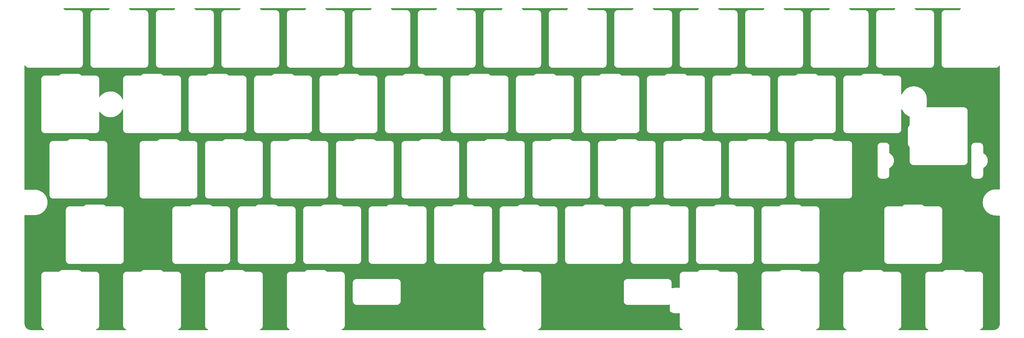
<source format=gbr>
G04 #@! TF.GenerationSoftware,KiCad,Pcbnew,(5.1.5)-3*
G04 #@! TF.CreationDate,2020-04-24T20:35:25-04:00*
G04 #@! TF.ProjectId,plate,706c6174-652e-46b6-9963-61645f706362,rev?*
G04 #@! TF.SameCoordinates,Original*
G04 #@! TF.FileFunction,Copper,L1,Top*
G04 #@! TF.FilePolarity,Positive*
%FSLAX46Y46*%
G04 Gerber Fmt 4.6, Leading zero omitted, Abs format (unit mm)*
G04 Created by KiCad (PCBNEW (5.1.5)-3) date 2020-04-24 20:35:25*
%MOMM*%
%LPD*%
G04 APERTURE LIST*
%ADD10R,0.850000X0.850000*%
%ADD11O,0.850000X0.850000*%
%ADD12C,0.254000*%
G04 APERTURE END LIST*
D10*
X15000000Y-105000000D03*
D11*
X15000000Y-106000000D03*
D12*
G36*
X31317951Y-34667531D02*
G01*
X31265120Y-34708215D01*
X31211830Y-34748080D01*
X31204300Y-34755052D01*
X31133163Y-34821851D01*
X31089266Y-34871993D01*
X31044705Y-34921482D01*
X31038673Y-34929784D01*
X31022767Y-34952001D01*
X26916396Y-34952001D01*
X26885351Y-34955059D01*
X26882396Y-34955038D01*
X26872183Y-34956039D01*
X26824308Y-34961071D01*
X26808416Y-34962636D01*
X26807886Y-34962797D01*
X26775135Y-34966239D01*
X26709865Y-34979637D01*
X26644442Y-34992117D01*
X26634617Y-34995083D01*
X26541398Y-35023939D01*
X26479935Y-35049776D01*
X26418217Y-35074712D01*
X26409156Y-35079529D01*
X26323318Y-35125942D01*
X26268063Y-35163212D01*
X26212350Y-35199670D01*
X26204397Y-35206156D01*
X26129208Y-35268358D01*
X26082253Y-35315642D01*
X26034677Y-35362231D01*
X26028135Y-35370138D01*
X25966460Y-35445759D01*
X25929571Y-35501280D01*
X25891953Y-35556220D01*
X25887081Y-35565231D01*
X25887076Y-35565238D01*
X25887073Y-35565245D01*
X25887072Y-35565247D01*
X25841260Y-35651408D01*
X25815868Y-35713014D01*
X25789634Y-35774221D01*
X25786599Y-35784025D01*
X25758394Y-35877443D01*
X25745447Y-35942829D01*
X25731604Y-36007957D01*
X25730532Y-36018150D01*
X25730531Y-36018157D01*
X25730531Y-36018163D01*
X25721009Y-36115281D01*
X25721009Y-36115288D01*
X25717502Y-36150896D01*
X25717501Y-50843105D01*
X25720559Y-50874150D01*
X25720538Y-50877106D01*
X25721539Y-50887319D01*
X25726573Y-50935217D01*
X25728136Y-50951085D01*
X25728297Y-50951614D01*
X25731739Y-50984368D01*
X25745139Y-51049645D01*
X25757617Y-51115060D01*
X25760583Y-51124885D01*
X25789439Y-51218104D01*
X25815281Y-51279579D01*
X25840212Y-51341285D01*
X25845029Y-51350346D01*
X25891442Y-51436184D01*
X25928697Y-51491416D01*
X25965170Y-51547152D01*
X25971656Y-51555105D01*
X26033858Y-51630294D01*
X26081142Y-51677249D01*
X26127731Y-51724825D01*
X26135638Y-51731366D01*
X26135643Y-51731371D01*
X26135649Y-51731375D01*
X26211259Y-51793042D01*
X26266757Y-51829915D01*
X26321720Y-51867549D01*
X26330747Y-51872430D01*
X26416908Y-51918242D01*
X26478514Y-51943634D01*
X26539721Y-51969868D01*
X26549525Y-51972903D01*
X26549529Y-51972904D01*
X26549531Y-51972905D01*
X26549533Y-51972905D01*
X26642943Y-52001108D01*
X26708336Y-52014057D01*
X26773458Y-52027898D01*
X26783649Y-52028969D01*
X26783657Y-52028971D01*
X26783664Y-52028971D01*
X26880190Y-52038435D01*
X26916396Y-52042001D01*
X41608606Y-52042001D01*
X41639651Y-52038943D01*
X41642606Y-52038964D01*
X41652819Y-52037963D01*
X41700702Y-52032930D01*
X41716586Y-52031366D01*
X41717116Y-52031205D01*
X41749868Y-52027763D01*
X41815145Y-52014363D01*
X41880560Y-52001885D01*
X41890385Y-51998919D01*
X41983604Y-51970063D01*
X42045079Y-51944221D01*
X42106785Y-51919290D01*
X42115846Y-51914473D01*
X42201684Y-51868060D01*
X42256916Y-51830805D01*
X42312652Y-51794332D01*
X42320605Y-51787846D01*
X42395794Y-51725644D01*
X42442749Y-51678360D01*
X42490325Y-51631771D01*
X42496866Y-51623864D01*
X42496871Y-51623859D01*
X42496875Y-51623853D01*
X42558542Y-51548243D01*
X42595415Y-51492745D01*
X42633049Y-51437782D01*
X42637930Y-51428755D01*
X42683742Y-51342594D01*
X42709134Y-51280988D01*
X42735368Y-51219781D01*
X42738403Y-51209977D01*
X42766608Y-51116559D01*
X42779557Y-51051166D01*
X42793398Y-50986044D01*
X42794469Y-50975853D01*
X42794471Y-50975845D01*
X42794471Y-50975838D01*
X42803993Y-50878721D01*
X42807501Y-50843106D01*
X42807501Y-36150896D01*
X42804443Y-36119851D01*
X42804464Y-36116896D01*
X42803463Y-36106683D01*
X42798431Y-36058808D01*
X42796866Y-36042916D01*
X42796705Y-36042386D01*
X42793263Y-36009635D01*
X42779865Y-35944365D01*
X42767385Y-35878942D01*
X42764419Y-35869117D01*
X42735563Y-35775898D01*
X42709726Y-35714435D01*
X42684790Y-35652717D01*
X42679973Y-35643656D01*
X42633560Y-35557818D01*
X42596290Y-35502563D01*
X42559832Y-35446850D01*
X42553346Y-35438897D01*
X42491144Y-35363708D01*
X42443860Y-35316753D01*
X42397271Y-35269177D01*
X42389364Y-35262635D01*
X42313743Y-35200960D01*
X42258222Y-35164071D01*
X42203282Y-35126453D01*
X42194271Y-35121581D01*
X42194264Y-35121576D01*
X42194257Y-35121573D01*
X42194255Y-35121572D01*
X42108094Y-35075760D01*
X42046488Y-35050368D01*
X41985281Y-35024134D01*
X41975477Y-35021099D01*
X41975473Y-35021098D01*
X41975471Y-35021097D01*
X41975469Y-35021097D01*
X41882059Y-34992894D01*
X41816673Y-34979947D01*
X41751545Y-34966104D01*
X41741352Y-34965032D01*
X41741345Y-34965031D01*
X41741339Y-34965031D01*
X41644811Y-34955567D01*
X41608606Y-34952001D01*
X37503202Y-34952001D01*
X37499831Y-34946849D01*
X37493345Y-34938896D01*
X37431143Y-34863707D01*
X37383853Y-34816746D01*
X37337265Y-34769172D01*
X37329364Y-34762636D01*
X37329358Y-34762630D01*
X37329351Y-34762626D01*
X37253738Y-34700956D01*
X37198216Y-34664068D01*
X37187896Y-34657001D01*
X50384803Y-34657001D01*
X50367951Y-34667531D01*
X50315120Y-34708215D01*
X50261830Y-34748080D01*
X50254300Y-34755052D01*
X50183163Y-34821851D01*
X50139266Y-34871993D01*
X50094705Y-34921482D01*
X50088673Y-34929784D01*
X50072767Y-34952001D01*
X45966396Y-34952001D01*
X45935351Y-34955059D01*
X45932396Y-34955038D01*
X45922183Y-34956039D01*
X45874308Y-34961071D01*
X45858416Y-34962636D01*
X45857886Y-34962797D01*
X45825135Y-34966239D01*
X45759865Y-34979637D01*
X45694442Y-34992117D01*
X45684617Y-34995083D01*
X45591398Y-35023939D01*
X45529935Y-35049776D01*
X45468217Y-35074712D01*
X45459156Y-35079529D01*
X45373318Y-35125942D01*
X45318063Y-35163212D01*
X45262350Y-35199670D01*
X45254397Y-35206156D01*
X45179208Y-35268358D01*
X45132253Y-35315642D01*
X45084677Y-35362231D01*
X45078135Y-35370138D01*
X45016460Y-35445759D01*
X44979571Y-35501280D01*
X44941953Y-35556220D01*
X44937081Y-35565231D01*
X44937076Y-35565238D01*
X44937073Y-35565245D01*
X44937072Y-35565247D01*
X44891260Y-35651408D01*
X44865868Y-35713014D01*
X44839634Y-35774221D01*
X44836599Y-35784025D01*
X44808394Y-35877443D01*
X44795447Y-35942829D01*
X44781604Y-36007957D01*
X44780532Y-36018150D01*
X44780531Y-36018157D01*
X44780531Y-36018163D01*
X44771009Y-36115281D01*
X44771009Y-36115288D01*
X44767502Y-36150896D01*
X44767501Y-50843105D01*
X44770559Y-50874150D01*
X44770538Y-50877106D01*
X44771539Y-50887319D01*
X44776573Y-50935217D01*
X44778136Y-50951085D01*
X44778297Y-50951614D01*
X44781739Y-50984368D01*
X44795139Y-51049645D01*
X44807617Y-51115060D01*
X44810583Y-51124885D01*
X44839439Y-51218104D01*
X44865281Y-51279579D01*
X44890212Y-51341285D01*
X44895029Y-51350346D01*
X44941442Y-51436184D01*
X44978697Y-51491416D01*
X45015170Y-51547152D01*
X45021656Y-51555105D01*
X45083858Y-51630294D01*
X45131142Y-51677249D01*
X45177731Y-51724825D01*
X45185638Y-51731366D01*
X45185643Y-51731371D01*
X45185649Y-51731375D01*
X45261259Y-51793042D01*
X45316757Y-51829915D01*
X45371720Y-51867549D01*
X45380747Y-51872430D01*
X45466908Y-51918242D01*
X45528514Y-51943634D01*
X45589721Y-51969868D01*
X45599525Y-51972903D01*
X45599529Y-51972904D01*
X45599531Y-51972905D01*
X45599533Y-51972905D01*
X45692943Y-52001108D01*
X45758336Y-52014057D01*
X45823458Y-52027898D01*
X45833649Y-52028969D01*
X45833657Y-52028971D01*
X45833664Y-52028971D01*
X45930190Y-52038435D01*
X45966396Y-52042001D01*
X60658605Y-52042001D01*
X60689650Y-52038943D01*
X60692605Y-52038964D01*
X60702818Y-52037963D01*
X60750701Y-52032930D01*
X60766585Y-52031366D01*
X60767115Y-52031205D01*
X60799867Y-52027763D01*
X60865144Y-52014363D01*
X60930559Y-52001885D01*
X60940384Y-51998919D01*
X61033603Y-51970063D01*
X61095078Y-51944221D01*
X61156784Y-51919290D01*
X61165845Y-51914473D01*
X61251683Y-51868060D01*
X61306915Y-51830805D01*
X61362651Y-51794332D01*
X61370604Y-51787846D01*
X61445793Y-51725644D01*
X61492748Y-51678360D01*
X61540324Y-51631771D01*
X61546865Y-51623864D01*
X61546870Y-51623859D01*
X61546874Y-51623853D01*
X61608541Y-51548243D01*
X61645414Y-51492745D01*
X61683048Y-51437782D01*
X61687929Y-51428755D01*
X61733741Y-51342594D01*
X61759133Y-51280988D01*
X61785367Y-51219781D01*
X61788402Y-51209977D01*
X61816607Y-51116559D01*
X61829556Y-51051166D01*
X61843397Y-50986044D01*
X61844468Y-50975853D01*
X61844470Y-50975845D01*
X61844470Y-50975838D01*
X61853992Y-50878721D01*
X61857500Y-50843106D01*
X61857500Y-36150896D01*
X61854442Y-36119851D01*
X61854463Y-36116896D01*
X61853462Y-36106683D01*
X61848430Y-36058808D01*
X61846865Y-36042916D01*
X61846704Y-36042386D01*
X61843262Y-36009635D01*
X61829864Y-35944365D01*
X61817384Y-35878942D01*
X61814418Y-35869117D01*
X61785562Y-35775898D01*
X61759725Y-35714435D01*
X61734789Y-35652717D01*
X61729972Y-35643656D01*
X61683559Y-35557818D01*
X61646289Y-35502563D01*
X61609831Y-35446850D01*
X61603345Y-35438897D01*
X61541143Y-35363708D01*
X61493859Y-35316753D01*
X61447270Y-35269177D01*
X61439363Y-35262635D01*
X61363742Y-35200960D01*
X61308221Y-35164071D01*
X61253281Y-35126453D01*
X61244270Y-35121581D01*
X61244263Y-35121576D01*
X61244256Y-35121573D01*
X61244254Y-35121572D01*
X61158093Y-35075760D01*
X61096487Y-35050368D01*
X61035280Y-35024134D01*
X61025476Y-35021099D01*
X61025472Y-35021098D01*
X61025470Y-35021097D01*
X61025468Y-35021097D01*
X60932058Y-34992894D01*
X60866672Y-34979947D01*
X60801544Y-34966104D01*
X60791351Y-34965032D01*
X60791344Y-34965031D01*
X60791338Y-34965031D01*
X60694810Y-34955567D01*
X60658605Y-34952001D01*
X56553202Y-34952001D01*
X56549831Y-34946850D01*
X56543345Y-34938897D01*
X56481144Y-34863709D01*
X56433868Y-34816762D01*
X56387262Y-34769170D01*
X56379355Y-34762629D01*
X56303733Y-34700954D01*
X56248250Y-34664092D01*
X56237894Y-34657001D01*
X69434802Y-34657001D01*
X69417950Y-34667531D01*
X69365119Y-34708215D01*
X69311829Y-34748080D01*
X69304299Y-34755052D01*
X69233162Y-34821851D01*
X69189265Y-34871993D01*
X69144704Y-34921482D01*
X69138672Y-34929784D01*
X69122766Y-34952001D01*
X65016395Y-34952001D01*
X64985350Y-34955059D01*
X64982395Y-34955038D01*
X64972182Y-34956039D01*
X64924307Y-34961071D01*
X64908415Y-34962636D01*
X64907885Y-34962797D01*
X64875134Y-34966239D01*
X64809864Y-34979637D01*
X64744441Y-34992117D01*
X64734616Y-34995083D01*
X64641397Y-35023939D01*
X64579934Y-35049776D01*
X64518216Y-35074712D01*
X64509155Y-35079529D01*
X64423317Y-35125942D01*
X64368062Y-35163212D01*
X64312349Y-35199670D01*
X64304396Y-35206156D01*
X64229207Y-35268358D01*
X64182252Y-35315642D01*
X64134676Y-35362231D01*
X64128134Y-35370138D01*
X64066459Y-35445759D01*
X64029570Y-35501280D01*
X63991952Y-35556220D01*
X63987080Y-35565231D01*
X63987075Y-35565238D01*
X63987072Y-35565245D01*
X63987071Y-35565247D01*
X63941259Y-35651408D01*
X63915867Y-35713014D01*
X63889633Y-35774221D01*
X63886598Y-35784025D01*
X63858393Y-35877443D01*
X63845446Y-35942829D01*
X63831603Y-36007957D01*
X63830531Y-36018150D01*
X63830530Y-36018157D01*
X63830530Y-36018163D01*
X63821008Y-36115281D01*
X63821008Y-36115288D01*
X63817501Y-36150896D01*
X63817500Y-50843105D01*
X63820558Y-50874150D01*
X63820537Y-50877106D01*
X63821538Y-50887319D01*
X63826572Y-50935217D01*
X63828135Y-50951085D01*
X63828296Y-50951614D01*
X63831738Y-50984368D01*
X63845138Y-51049645D01*
X63857616Y-51115060D01*
X63860582Y-51124885D01*
X63889438Y-51218104D01*
X63915280Y-51279579D01*
X63940211Y-51341285D01*
X63945028Y-51350346D01*
X63991441Y-51436184D01*
X64028696Y-51491416D01*
X64065169Y-51547152D01*
X64071655Y-51555105D01*
X64133857Y-51630294D01*
X64181141Y-51677249D01*
X64227730Y-51724825D01*
X64235637Y-51731366D01*
X64235642Y-51731371D01*
X64235648Y-51731375D01*
X64311258Y-51793042D01*
X64366756Y-51829915D01*
X64421719Y-51867549D01*
X64430746Y-51872430D01*
X64516907Y-51918242D01*
X64578513Y-51943634D01*
X64639720Y-51969868D01*
X64649524Y-51972903D01*
X64649528Y-51972904D01*
X64649530Y-51972905D01*
X64649532Y-51972905D01*
X64742942Y-52001108D01*
X64808335Y-52014057D01*
X64873457Y-52027898D01*
X64883648Y-52028969D01*
X64883656Y-52028971D01*
X64883663Y-52028971D01*
X64980189Y-52038435D01*
X65016395Y-52042001D01*
X79708605Y-52042001D01*
X79739650Y-52038943D01*
X79742605Y-52038964D01*
X79752818Y-52037963D01*
X79800701Y-52032930D01*
X79816585Y-52031366D01*
X79817115Y-52031205D01*
X79849867Y-52027763D01*
X79915144Y-52014363D01*
X79980559Y-52001885D01*
X79990384Y-51998919D01*
X80083603Y-51970063D01*
X80145078Y-51944221D01*
X80206784Y-51919290D01*
X80215845Y-51914473D01*
X80301683Y-51868060D01*
X80356915Y-51830805D01*
X80412651Y-51794332D01*
X80420604Y-51787846D01*
X80495793Y-51725644D01*
X80542748Y-51678360D01*
X80590324Y-51631771D01*
X80596865Y-51623864D01*
X80596870Y-51623859D01*
X80596874Y-51623853D01*
X80658541Y-51548243D01*
X80695414Y-51492745D01*
X80733048Y-51437782D01*
X80737929Y-51428755D01*
X80783741Y-51342594D01*
X80809133Y-51280988D01*
X80835367Y-51219781D01*
X80838402Y-51209977D01*
X80866607Y-51116559D01*
X80879556Y-51051166D01*
X80893397Y-50986044D01*
X80894468Y-50975853D01*
X80894470Y-50975845D01*
X80894470Y-50975838D01*
X80903992Y-50878721D01*
X80907500Y-50843106D01*
X80907500Y-36150896D01*
X80904442Y-36119851D01*
X80904463Y-36116896D01*
X80903462Y-36106683D01*
X80898430Y-36058808D01*
X80896865Y-36042916D01*
X80896704Y-36042386D01*
X80893262Y-36009635D01*
X80879864Y-35944365D01*
X80867384Y-35878942D01*
X80864418Y-35869117D01*
X80835562Y-35775898D01*
X80809725Y-35714435D01*
X80784789Y-35652717D01*
X80779972Y-35643656D01*
X80733559Y-35557818D01*
X80696289Y-35502563D01*
X80659831Y-35446850D01*
X80653345Y-35438897D01*
X80591143Y-35363708D01*
X80543859Y-35316753D01*
X80497270Y-35269177D01*
X80489363Y-35262635D01*
X80413742Y-35200960D01*
X80358221Y-35164071D01*
X80303281Y-35126453D01*
X80294270Y-35121581D01*
X80294263Y-35121576D01*
X80294256Y-35121573D01*
X80294254Y-35121572D01*
X80208093Y-35075760D01*
X80146487Y-35050368D01*
X80085280Y-35024134D01*
X80075476Y-35021099D01*
X80075472Y-35021098D01*
X80075470Y-35021097D01*
X80075468Y-35021097D01*
X79982058Y-34992894D01*
X79916672Y-34979947D01*
X79851544Y-34966104D01*
X79841351Y-34965032D01*
X79841344Y-34965031D01*
X79841338Y-34965031D01*
X79744810Y-34955567D01*
X79708605Y-34952001D01*
X75603201Y-34952001D01*
X75599830Y-34946849D01*
X75593344Y-34938896D01*
X75531142Y-34863707D01*
X75483852Y-34816746D01*
X75437264Y-34769172D01*
X75429363Y-34762636D01*
X75429357Y-34762630D01*
X75429350Y-34762626D01*
X75353737Y-34700956D01*
X75298215Y-34664068D01*
X75287895Y-34657001D01*
X88484802Y-34657001D01*
X88467950Y-34667531D01*
X88415119Y-34708215D01*
X88361829Y-34748080D01*
X88354299Y-34755052D01*
X88283162Y-34821851D01*
X88239265Y-34871993D01*
X88194704Y-34921482D01*
X88188672Y-34929784D01*
X88172766Y-34952001D01*
X84066395Y-34952001D01*
X84035350Y-34955059D01*
X84032395Y-34955038D01*
X84022182Y-34956039D01*
X83974307Y-34961071D01*
X83958415Y-34962636D01*
X83957885Y-34962797D01*
X83925134Y-34966239D01*
X83859864Y-34979637D01*
X83794441Y-34992117D01*
X83784616Y-34995083D01*
X83691397Y-35023939D01*
X83629934Y-35049776D01*
X83568216Y-35074712D01*
X83559155Y-35079529D01*
X83473317Y-35125942D01*
X83418062Y-35163212D01*
X83362349Y-35199670D01*
X83354396Y-35206156D01*
X83279207Y-35268358D01*
X83232252Y-35315642D01*
X83184676Y-35362231D01*
X83178134Y-35370138D01*
X83116459Y-35445759D01*
X83079570Y-35501280D01*
X83041952Y-35556220D01*
X83037080Y-35565231D01*
X83037075Y-35565238D01*
X83037072Y-35565245D01*
X83037071Y-35565247D01*
X82991259Y-35651408D01*
X82965867Y-35713014D01*
X82939633Y-35774221D01*
X82936598Y-35784025D01*
X82908393Y-35877443D01*
X82895446Y-35942829D01*
X82881603Y-36007957D01*
X82880531Y-36018150D01*
X82880530Y-36018157D01*
X82880530Y-36018163D01*
X82871008Y-36115281D01*
X82871008Y-36115288D01*
X82867501Y-36150896D01*
X82867500Y-50843105D01*
X82870558Y-50874150D01*
X82870537Y-50877106D01*
X82871538Y-50887319D01*
X82876572Y-50935217D01*
X82878135Y-50951085D01*
X82878296Y-50951614D01*
X82881738Y-50984368D01*
X82895138Y-51049645D01*
X82907616Y-51115060D01*
X82910582Y-51124885D01*
X82939438Y-51218104D01*
X82965280Y-51279579D01*
X82990211Y-51341285D01*
X82995028Y-51350346D01*
X83041441Y-51436184D01*
X83078696Y-51491416D01*
X83115169Y-51547152D01*
X83121655Y-51555105D01*
X83183857Y-51630294D01*
X83231141Y-51677249D01*
X83277730Y-51724825D01*
X83285637Y-51731366D01*
X83285642Y-51731371D01*
X83285648Y-51731375D01*
X83361258Y-51793042D01*
X83416756Y-51829915D01*
X83471719Y-51867549D01*
X83480746Y-51872430D01*
X83566907Y-51918242D01*
X83628513Y-51943634D01*
X83689720Y-51969868D01*
X83699524Y-51972903D01*
X83699528Y-51972904D01*
X83699530Y-51972905D01*
X83699532Y-51972905D01*
X83792942Y-52001108D01*
X83858335Y-52014057D01*
X83923457Y-52027898D01*
X83933648Y-52028969D01*
X83933656Y-52028971D01*
X83933663Y-52028971D01*
X84030189Y-52038435D01*
X84066395Y-52042001D01*
X98758605Y-52042001D01*
X98789650Y-52038943D01*
X98792605Y-52038964D01*
X98802818Y-52037963D01*
X98850701Y-52032930D01*
X98866585Y-52031366D01*
X98867115Y-52031205D01*
X98899867Y-52027763D01*
X98965144Y-52014363D01*
X99030559Y-52001885D01*
X99040384Y-51998919D01*
X99133603Y-51970063D01*
X99195078Y-51944221D01*
X99256784Y-51919290D01*
X99265845Y-51914473D01*
X99351683Y-51868060D01*
X99406915Y-51830805D01*
X99462651Y-51794332D01*
X99470604Y-51787846D01*
X99545793Y-51725644D01*
X99592748Y-51678360D01*
X99640324Y-51631771D01*
X99646865Y-51623864D01*
X99646870Y-51623859D01*
X99646874Y-51623853D01*
X99708541Y-51548243D01*
X99745414Y-51492745D01*
X99783048Y-51437782D01*
X99787929Y-51428755D01*
X99833741Y-51342594D01*
X99859133Y-51280988D01*
X99885367Y-51219781D01*
X99888402Y-51209977D01*
X99916607Y-51116559D01*
X99929556Y-51051166D01*
X99943397Y-50986044D01*
X99944468Y-50975853D01*
X99944470Y-50975845D01*
X99944470Y-50975838D01*
X99953992Y-50878721D01*
X99957500Y-50843106D01*
X99957500Y-36150896D01*
X99954442Y-36119851D01*
X99954463Y-36116896D01*
X99953462Y-36106683D01*
X99948430Y-36058808D01*
X99946865Y-36042916D01*
X99946704Y-36042386D01*
X99943262Y-36009635D01*
X99929864Y-35944365D01*
X99917384Y-35878942D01*
X99914418Y-35869117D01*
X99885562Y-35775898D01*
X99859725Y-35714435D01*
X99834789Y-35652717D01*
X99829972Y-35643656D01*
X99783559Y-35557818D01*
X99746289Y-35502563D01*
X99709831Y-35446850D01*
X99703345Y-35438897D01*
X99641143Y-35363708D01*
X99593859Y-35316753D01*
X99547270Y-35269177D01*
X99539363Y-35262635D01*
X99463742Y-35200960D01*
X99408221Y-35164071D01*
X99353281Y-35126453D01*
X99344270Y-35121581D01*
X99344263Y-35121576D01*
X99344256Y-35121573D01*
X99344254Y-35121572D01*
X99258093Y-35075760D01*
X99196487Y-35050368D01*
X99135280Y-35024134D01*
X99125476Y-35021099D01*
X99125472Y-35021098D01*
X99125470Y-35021097D01*
X99125468Y-35021097D01*
X99032058Y-34992894D01*
X98966672Y-34979947D01*
X98901544Y-34966104D01*
X98891351Y-34965032D01*
X98891344Y-34965031D01*
X98891338Y-34965031D01*
X98794810Y-34955567D01*
X98758605Y-34952001D01*
X94653201Y-34952001D01*
X94649830Y-34946849D01*
X94643344Y-34938896D01*
X94581142Y-34863707D01*
X94533852Y-34816746D01*
X94487264Y-34769172D01*
X94479363Y-34762636D01*
X94479357Y-34762630D01*
X94479350Y-34762626D01*
X94403737Y-34700956D01*
X94348215Y-34664068D01*
X94337895Y-34657001D01*
X107534802Y-34657001D01*
X107517950Y-34667531D01*
X107465119Y-34708215D01*
X107411829Y-34748080D01*
X107404299Y-34755052D01*
X107333162Y-34821851D01*
X107289265Y-34871993D01*
X107244704Y-34921482D01*
X107238672Y-34929784D01*
X107222766Y-34952001D01*
X103116395Y-34952001D01*
X103085350Y-34955059D01*
X103082395Y-34955038D01*
X103072182Y-34956039D01*
X103024307Y-34961071D01*
X103008415Y-34962636D01*
X103007885Y-34962797D01*
X102975134Y-34966239D01*
X102909864Y-34979637D01*
X102844441Y-34992117D01*
X102834616Y-34995083D01*
X102741397Y-35023939D01*
X102679934Y-35049776D01*
X102618216Y-35074712D01*
X102609155Y-35079529D01*
X102523317Y-35125942D01*
X102468062Y-35163212D01*
X102412349Y-35199670D01*
X102404396Y-35206156D01*
X102329207Y-35268358D01*
X102282252Y-35315642D01*
X102234676Y-35362231D01*
X102228134Y-35370138D01*
X102166459Y-35445759D01*
X102129570Y-35501280D01*
X102091952Y-35556220D01*
X102087080Y-35565231D01*
X102087075Y-35565238D01*
X102087072Y-35565245D01*
X102087071Y-35565247D01*
X102041259Y-35651408D01*
X102015867Y-35713014D01*
X101989633Y-35774221D01*
X101986598Y-35784025D01*
X101958393Y-35877443D01*
X101945446Y-35942829D01*
X101931603Y-36007957D01*
X101930531Y-36018150D01*
X101930530Y-36018157D01*
X101930530Y-36018163D01*
X101921008Y-36115281D01*
X101921008Y-36115288D01*
X101917501Y-36150896D01*
X101917500Y-50843105D01*
X101920558Y-50874150D01*
X101920537Y-50877106D01*
X101921538Y-50887319D01*
X101926572Y-50935217D01*
X101928135Y-50951085D01*
X101928296Y-50951614D01*
X101931738Y-50984368D01*
X101945138Y-51049645D01*
X101957616Y-51115060D01*
X101960582Y-51124885D01*
X101989438Y-51218104D01*
X102015280Y-51279579D01*
X102040211Y-51341285D01*
X102045028Y-51350346D01*
X102091441Y-51436184D01*
X102128696Y-51491416D01*
X102165169Y-51547152D01*
X102171655Y-51555105D01*
X102233857Y-51630294D01*
X102281141Y-51677249D01*
X102327730Y-51724825D01*
X102335637Y-51731366D01*
X102335642Y-51731371D01*
X102335648Y-51731375D01*
X102411258Y-51793042D01*
X102466756Y-51829915D01*
X102521719Y-51867549D01*
X102530746Y-51872430D01*
X102616907Y-51918242D01*
X102678513Y-51943634D01*
X102739720Y-51969868D01*
X102749524Y-51972903D01*
X102749528Y-51972904D01*
X102749530Y-51972905D01*
X102749532Y-51972905D01*
X102842942Y-52001108D01*
X102908335Y-52014057D01*
X102973457Y-52027898D01*
X102983648Y-52028969D01*
X102983656Y-52028971D01*
X102983663Y-52028971D01*
X103080189Y-52038435D01*
X103116395Y-52042001D01*
X117808605Y-52042001D01*
X117839650Y-52038943D01*
X117842605Y-52038964D01*
X117852818Y-52037963D01*
X117900701Y-52032930D01*
X117916585Y-52031366D01*
X117917115Y-52031205D01*
X117949867Y-52027763D01*
X118015144Y-52014363D01*
X118080559Y-52001885D01*
X118090384Y-51998919D01*
X118183603Y-51970063D01*
X118245078Y-51944221D01*
X118306784Y-51919290D01*
X118315845Y-51914473D01*
X118401683Y-51868060D01*
X118456915Y-51830805D01*
X118512651Y-51794332D01*
X118520604Y-51787846D01*
X118595793Y-51725644D01*
X118642748Y-51678360D01*
X118690324Y-51631771D01*
X118696865Y-51623864D01*
X118696870Y-51623859D01*
X118696874Y-51623853D01*
X118758541Y-51548243D01*
X118795414Y-51492745D01*
X118833048Y-51437782D01*
X118837929Y-51428755D01*
X118883741Y-51342594D01*
X118909133Y-51280988D01*
X118935367Y-51219781D01*
X118938402Y-51209977D01*
X118966607Y-51116559D01*
X118979556Y-51051166D01*
X118993397Y-50986044D01*
X118994468Y-50975853D01*
X118994470Y-50975845D01*
X118994470Y-50975838D01*
X119003992Y-50878721D01*
X119007500Y-50843106D01*
X119007500Y-36150896D01*
X119004442Y-36119851D01*
X119004463Y-36116896D01*
X119003462Y-36106683D01*
X118998430Y-36058808D01*
X118996865Y-36042916D01*
X118996704Y-36042386D01*
X118993262Y-36009635D01*
X118979864Y-35944365D01*
X118967384Y-35878942D01*
X118964418Y-35869117D01*
X118935562Y-35775898D01*
X118909725Y-35714435D01*
X118884789Y-35652717D01*
X118879972Y-35643656D01*
X118833559Y-35557818D01*
X118796289Y-35502563D01*
X118759831Y-35446850D01*
X118753345Y-35438897D01*
X118691143Y-35363708D01*
X118643859Y-35316753D01*
X118597270Y-35269177D01*
X118589363Y-35262635D01*
X118513742Y-35200960D01*
X118458221Y-35164071D01*
X118403281Y-35126453D01*
X118394270Y-35121581D01*
X118394263Y-35121576D01*
X118394256Y-35121573D01*
X118394254Y-35121572D01*
X118308093Y-35075760D01*
X118246487Y-35050368D01*
X118185280Y-35024134D01*
X118175476Y-35021099D01*
X118175472Y-35021098D01*
X118175470Y-35021097D01*
X118175468Y-35021097D01*
X118082058Y-34992894D01*
X118016672Y-34979947D01*
X117951544Y-34966104D01*
X117941351Y-34965032D01*
X117941344Y-34965031D01*
X117941338Y-34965031D01*
X117844810Y-34955567D01*
X117808605Y-34952001D01*
X113703201Y-34952001D01*
X113699830Y-34946849D01*
X113693344Y-34938896D01*
X113631142Y-34863707D01*
X113583852Y-34816746D01*
X113537264Y-34769172D01*
X113529363Y-34762636D01*
X113529357Y-34762630D01*
X113529350Y-34762626D01*
X113453737Y-34700956D01*
X113398215Y-34664068D01*
X113387895Y-34657001D01*
X126584802Y-34657001D01*
X126567950Y-34667531D01*
X126515119Y-34708215D01*
X126461829Y-34748080D01*
X126454299Y-34755052D01*
X126383162Y-34821851D01*
X126339265Y-34871993D01*
X126294704Y-34921482D01*
X126288672Y-34929784D01*
X126272766Y-34952001D01*
X122166395Y-34952001D01*
X122135350Y-34955059D01*
X122132395Y-34955038D01*
X122122182Y-34956039D01*
X122074307Y-34961071D01*
X122058415Y-34962636D01*
X122057885Y-34962797D01*
X122025134Y-34966239D01*
X121959864Y-34979637D01*
X121894441Y-34992117D01*
X121884616Y-34995083D01*
X121791397Y-35023939D01*
X121729934Y-35049776D01*
X121668216Y-35074712D01*
X121659155Y-35079529D01*
X121573317Y-35125942D01*
X121518062Y-35163212D01*
X121462349Y-35199670D01*
X121454396Y-35206156D01*
X121379207Y-35268358D01*
X121332252Y-35315642D01*
X121284676Y-35362231D01*
X121278134Y-35370138D01*
X121216459Y-35445759D01*
X121179570Y-35501280D01*
X121141952Y-35556220D01*
X121137080Y-35565231D01*
X121137075Y-35565238D01*
X121137072Y-35565245D01*
X121137071Y-35565247D01*
X121091259Y-35651408D01*
X121065867Y-35713014D01*
X121039633Y-35774221D01*
X121036598Y-35784025D01*
X121008393Y-35877443D01*
X120995446Y-35942829D01*
X120981603Y-36007957D01*
X120980531Y-36018150D01*
X120980530Y-36018157D01*
X120980530Y-36018163D01*
X120971008Y-36115281D01*
X120971008Y-36115288D01*
X120967501Y-36150896D01*
X120967500Y-50843105D01*
X120970558Y-50874150D01*
X120970537Y-50877106D01*
X120971538Y-50887319D01*
X120976572Y-50935217D01*
X120978135Y-50951085D01*
X120978296Y-50951614D01*
X120981738Y-50984368D01*
X120995138Y-51049645D01*
X121007616Y-51115060D01*
X121010582Y-51124885D01*
X121039438Y-51218104D01*
X121065280Y-51279579D01*
X121090211Y-51341285D01*
X121095028Y-51350346D01*
X121141441Y-51436184D01*
X121178696Y-51491416D01*
X121215169Y-51547152D01*
X121221655Y-51555105D01*
X121283857Y-51630294D01*
X121331141Y-51677249D01*
X121377730Y-51724825D01*
X121385637Y-51731366D01*
X121385642Y-51731371D01*
X121385648Y-51731375D01*
X121461258Y-51793042D01*
X121516756Y-51829915D01*
X121571719Y-51867549D01*
X121580746Y-51872430D01*
X121666907Y-51918242D01*
X121728513Y-51943634D01*
X121789720Y-51969868D01*
X121799524Y-51972903D01*
X121799528Y-51972904D01*
X121799530Y-51972905D01*
X121799532Y-51972905D01*
X121892942Y-52001108D01*
X121958335Y-52014057D01*
X122023457Y-52027898D01*
X122033648Y-52028969D01*
X122033656Y-52028971D01*
X122033663Y-52028971D01*
X122130189Y-52038435D01*
X122166395Y-52042001D01*
X136858605Y-52042001D01*
X136889650Y-52038943D01*
X136892605Y-52038964D01*
X136902818Y-52037963D01*
X136950701Y-52032930D01*
X136966585Y-52031366D01*
X136967115Y-52031205D01*
X136999867Y-52027763D01*
X137065144Y-52014363D01*
X137130559Y-52001885D01*
X137140384Y-51998919D01*
X137233603Y-51970063D01*
X137295078Y-51944221D01*
X137356784Y-51919290D01*
X137365845Y-51914473D01*
X137451683Y-51868060D01*
X137506915Y-51830805D01*
X137562651Y-51794332D01*
X137570604Y-51787846D01*
X137645793Y-51725644D01*
X137692748Y-51678360D01*
X137740324Y-51631771D01*
X137746865Y-51623864D01*
X137746870Y-51623859D01*
X137746874Y-51623853D01*
X137808541Y-51548243D01*
X137845414Y-51492745D01*
X137883048Y-51437782D01*
X137887929Y-51428755D01*
X137933741Y-51342594D01*
X137959133Y-51280988D01*
X137985367Y-51219781D01*
X137988402Y-51209977D01*
X138016607Y-51116559D01*
X138029556Y-51051166D01*
X138043397Y-50986044D01*
X138044468Y-50975853D01*
X138044470Y-50975845D01*
X138044470Y-50975838D01*
X138053992Y-50878721D01*
X138057500Y-50843106D01*
X138057500Y-36150896D01*
X138054442Y-36119851D01*
X138054463Y-36116896D01*
X138053462Y-36106683D01*
X138048430Y-36058808D01*
X138046865Y-36042916D01*
X138046704Y-36042386D01*
X138043262Y-36009635D01*
X138029864Y-35944365D01*
X138017384Y-35878942D01*
X138014418Y-35869117D01*
X137985562Y-35775898D01*
X137959725Y-35714435D01*
X137934789Y-35652717D01*
X137929972Y-35643656D01*
X137883559Y-35557818D01*
X137846289Y-35502563D01*
X137809831Y-35446850D01*
X137803345Y-35438897D01*
X137741143Y-35363708D01*
X137693859Y-35316753D01*
X137647270Y-35269177D01*
X137639363Y-35262635D01*
X137563742Y-35200960D01*
X137508221Y-35164071D01*
X137453281Y-35126453D01*
X137444270Y-35121581D01*
X137444263Y-35121576D01*
X137444256Y-35121573D01*
X137444254Y-35121572D01*
X137358093Y-35075760D01*
X137296487Y-35050368D01*
X137235280Y-35024134D01*
X137225476Y-35021099D01*
X137225472Y-35021098D01*
X137225470Y-35021097D01*
X137225468Y-35021097D01*
X137132058Y-34992894D01*
X137066672Y-34979947D01*
X137001544Y-34966104D01*
X136991351Y-34965032D01*
X136991344Y-34965031D01*
X136991338Y-34965031D01*
X136894810Y-34955567D01*
X136858605Y-34952001D01*
X132753201Y-34952001D01*
X132749830Y-34946849D01*
X132743344Y-34938896D01*
X132681142Y-34863707D01*
X132633852Y-34816746D01*
X132587264Y-34769172D01*
X132579363Y-34762636D01*
X132579357Y-34762630D01*
X132579350Y-34762626D01*
X132503737Y-34700956D01*
X132448215Y-34664068D01*
X132437895Y-34657001D01*
X145634802Y-34657001D01*
X145617950Y-34667531D01*
X145565119Y-34708215D01*
X145511829Y-34748080D01*
X145504299Y-34755052D01*
X145433162Y-34821851D01*
X145389265Y-34871993D01*
X145344704Y-34921482D01*
X145338672Y-34929784D01*
X145322766Y-34952001D01*
X141216395Y-34952001D01*
X141185350Y-34955059D01*
X141182395Y-34955038D01*
X141172182Y-34956039D01*
X141124307Y-34961071D01*
X141108415Y-34962636D01*
X141107885Y-34962797D01*
X141075134Y-34966239D01*
X141009864Y-34979637D01*
X140944441Y-34992117D01*
X140934616Y-34995083D01*
X140841397Y-35023939D01*
X140779934Y-35049776D01*
X140718216Y-35074712D01*
X140709155Y-35079529D01*
X140623317Y-35125942D01*
X140568062Y-35163212D01*
X140512349Y-35199670D01*
X140504396Y-35206156D01*
X140429207Y-35268358D01*
X140382252Y-35315642D01*
X140334676Y-35362231D01*
X140328134Y-35370138D01*
X140266459Y-35445759D01*
X140229570Y-35501280D01*
X140191952Y-35556220D01*
X140187080Y-35565231D01*
X140187075Y-35565238D01*
X140187072Y-35565245D01*
X140187071Y-35565247D01*
X140141259Y-35651408D01*
X140115867Y-35713014D01*
X140089633Y-35774221D01*
X140086598Y-35784025D01*
X140058393Y-35877443D01*
X140045446Y-35942829D01*
X140031603Y-36007957D01*
X140030531Y-36018150D01*
X140030530Y-36018157D01*
X140030530Y-36018163D01*
X140021008Y-36115281D01*
X140021008Y-36115288D01*
X140017501Y-36150896D01*
X140017500Y-50843105D01*
X140020558Y-50874150D01*
X140020537Y-50877106D01*
X140021538Y-50887319D01*
X140026572Y-50935217D01*
X140028135Y-50951085D01*
X140028296Y-50951614D01*
X140031738Y-50984368D01*
X140045138Y-51049645D01*
X140057616Y-51115060D01*
X140060582Y-51124885D01*
X140089438Y-51218104D01*
X140115280Y-51279579D01*
X140140211Y-51341285D01*
X140145028Y-51350346D01*
X140191441Y-51436184D01*
X140228696Y-51491416D01*
X140265169Y-51547152D01*
X140271655Y-51555105D01*
X140333857Y-51630294D01*
X140381141Y-51677249D01*
X140427730Y-51724825D01*
X140435637Y-51731366D01*
X140435642Y-51731371D01*
X140435648Y-51731375D01*
X140511258Y-51793042D01*
X140566756Y-51829915D01*
X140621719Y-51867549D01*
X140630746Y-51872430D01*
X140716907Y-51918242D01*
X140778513Y-51943634D01*
X140839720Y-51969868D01*
X140849524Y-51972903D01*
X140849528Y-51972904D01*
X140849530Y-51972905D01*
X140849532Y-51972905D01*
X140942942Y-52001108D01*
X141008335Y-52014057D01*
X141073457Y-52027898D01*
X141083648Y-52028969D01*
X141083656Y-52028971D01*
X141083663Y-52028971D01*
X141180189Y-52038435D01*
X141216395Y-52042001D01*
X155908605Y-52042001D01*
X155939650Y-52038943D01*
X155942605Y-52038964D01*
X155952818Y-52037963D01*
X156000701Y-52032930D01*
X156016585Y-52031366D01*
X156017115Y-52031205D01*
X156049867Y-52027763D01*
X156115144Y-52014363D01*
X156180559Y-52001885D01*
X156190384Y-51998919D01*
X156283603Y-51970063D01*
X156345078Y-51944221D01*
X156406784Y-51919290D01*
X156415845Y-51914473D01*
X156501683Y-51868060D01*
X156556915Y-51830805D01*
X156612651Y-51794332D01*
X156620604Y-51787846D01*
X156695793Y-51725644D01*
X156742748Y-51678360D01*
X156790324Y-51631771D01*
X156796865Y-51623864D01*
X156796870Y-51623859D01*
X156796874Y-51623853D01*
X156858541Y-51548243D01*
X156895414Y-51492745D01*
X156933048Y-51437782D01*
X156937929Y-51428755D01*
X156983741Y-51342594D01*
X157009133Y-51280988D01*
X157035367Y-51219781D01*
X157038402Y-51209977D01*
X157066607Y-51116559D01*
X157079556Y-51051166D01*
X157093397Y-50986044D01*
X157094468Y-50975853D01*
X157094470Y-50975845D01*
X157094470Y-50975838D01*
X157103992Y-50878721D01*
X157107500Y-50843106D01*
X157107500Y-36150896D01*
X157104442Y-36119851D01*
X157104463Y-36116896D01*
X157103462Y-36106683D01*
X157098430Y-36058808D01*
X157096865Y-36042916D01*
X157096704Y-36042386D01*
X157093262Y-36009635D01*
X157079864Y-35944365D01*
X157067384Y-35878942D01*
X157064418Y-35869117D01*
X157035562Y-35775898D01*
X157009725Y-35714435D01*
X156984789Y-35652717D01*
X156979972Y-35643656D01*
X156933559Y-35557818D01*
X156896289Y-35502563D01*
X156859831Y-35446850D01*
X156853345Y-35438897D01*
X156791143Y-35363708D01*
X156743859Y-35316753D01*
X156697270Y-35269177D01*
X156689363Y-35262635D01*
X156613742Y-35200960D01*
X156558221Y-35164071D01*
X156503281Y-35126453D01*
X156494270Y-35121581D01*
X156494263Y-35121576D01*
X156494256Y-35121573D01*
X156494254Y-35121572D01*
X156408093Y-35075760D01*
X156346487Y-35050368D01*
X156285280Y-35024134D01*
X156275476Y-35021099D01*
X156275472Y-35021098D01*
X156275470Y-35021097D01*
X156275468Y-35021097D01*
X156182058Y-34992894D01*
X156116672Y-34979947D01*
X156051544Y-34966104D01*
X156041351Y-34965032D01*
X156041344Y-34965031D01*
X156041338Y-34965031D01*
X155944810Y-34955567D01*
X155908605Y-34952001D01*
X151803201Y-34952001D01*
X151799830Y-34946849D01*
X151793344Y-34938896D01*
X151731142Y-34863707D01*
X151683852Y-34816746D01*
X151637264Y-34769172D01*
X151629363Y-34762636D01*
X151629357Y-34762630D01*
X151629350Y-34762626D01*
X151553737Y-34700956D01*
X151498215Y-34664068D01*
X151487895Y-34657001D01*
X164684802Y-34657001D01*
X164667950Y-34667531D01*
X164615119Y-34708215D01*
X164561829Y-34748080D01*
X164554299Y-34755052D01*
X164483162Y-34821851D01*
X164439265Y-34871993D01*
X164394704Y-34921482D01*
X164388672Y-34929784D01*
X164372766Y-34952001D01*
X160266395Y-34952001D01*
X160235350Y-34955059D01*
X160232395Y-34955038D01*
X160222182Y-34956039D01*
X160174307Y-34961071D01*
X160158415Y-34962636D01*
X160157885Y-34962797D01*
X160125134Y-34966239D01*
X160059864Y-34979637D01*
X159994441Y-34992117D01*
X159984616Y-34995083D01*
X159891397Y-35023939D01*
X159829934Y-35049776D01*
X159768216Y-35074712D01*
X159759155Y-35079529D01*
X159673317Y-35125942D01*
X159618062Y-35163212D01*
X159562349Y-35199670D01*
X159554396Y-35206156D01*
X159479207Y-35268358D01*
X159432252Y-35315642D01*
X159384676Y-35362231D01*
X159378134Y-35370138D01*
X159316459Y-35445759D01*
X159279570Y-35501280D01*
X159241952Y-35556220D01*
X159237080Y-35565231D01*
X159237075Y-35565238D01*
X159237072Y-35565245D01*
X159237071Y-35565247D01*
X159191259Y-35651408D01*
X159165867Y-35713014D01*
X159139633Y-35774221D01*
X159136598Y-35784025D01*
X159108393Y-35877443D01*
X159095446Y-35942829D01*
X159081603Y-36007957D01*
X159080531Y-36018150D01*
X159080530Y-36018157D01*
X159080530Y-36018163D01*
X159071008Y-36115281D01*
X159071008Y-36115288D01*
X159067501Y-36150896D01*
X159067500Y-50843105D01*
X159070558Y-50874150D01*
X159070537Y-50877106D01*
X159071538Y-50887319D01*
X159076572Y-50935217D01*
X159078135Y-50951085D01*
X159078296Y-50951614D01*
X159081738Y-50984368D01*
X159095138Y-51049645D01*
X159107616Y-51115060D01*
X159110582Y-51124885D01*
X159139438Y-51218104D01*
X159165280Y-51279579D01*
X159190211Y-51341285D01*
X159195028Y-51350346D01*
X159241441Y-51436184D01*
X159278696Y-51491416D01*
X159315169Y-51547152D01*
X159321655Y-51555105D01*
X159383857Y-51630294D01*
X159431141Y-51677249D01*
X159477730Y-51724825D01*
X159485637Y-51731366D01*
X159485642Y-51731371D01*
X159485648Y-51731375D01*
X159561258Y-51793042D01*
X159616756Y-51829915D01*
X159671719Y-51867549D01*
X159680746Y-51872430D01*
X159766907Y-51918242D01*
X159828513Y-51943634D01*
X159889720Y-51969868D01*
X159899524Y-51972903D01*
X159899528Y-51972904D01*
X159899530Y-51972905D01*
X159899532Y-51972905D01*
X159992942Y-52001108D01*
X160058335Y-52014057D01*
X160123457Y-52027898D01*
X160133648Y-52028969D01*
X160133656Y-52028971D01*
X160133663Y-52028971D01*
X160230189Y-52038435D01*
X160266395Y-52042001D01*
X174958605Y-52042001D01*
X174989650Y-52038943D01*
X174992605Y-52038964D01*
X175002818Y-52037963D01*
X175050701Y-52032930D01*
X175066585Y-52031366D01*
X175067115Y-52031205D01*
X175099867Y-52027763D01*
X175165144Y-52014363D01*
X175230559Y-52001885D01*
X175240384Y-51998919D01*
X175333603Y-51970063D01*
X175395078Y-51944221D01*
X175456784Y-51919290D01*
X175465845Y-51914473D01*
X175551683Y-51868060D01*
X175606915Y-51830805D01*
X175662651Y-51794332D01*
X175670604Y-51787846D01*
X175745793Y-51725644D01*
X175792748Y-51678360D01*
X175840324Y-51631771D01*
X175846865Y-51623864D01*
X175846870Y-51623859D01*
X175846874Y-51623853D01*
X175908541Y-51548243D01*
X175945414Y-51492745D01*
X175983048Y-51437782D01*
X175987929Y-51428755D01*
X176033741Y-51342594D01*
X176059133Y-51280988D01*
X176085367Y-51219781D01*
X176088402Y-51209977D01*
X176116607Y-51116559D01*
X176129556Y-51051166D01*
X176143397Y-50986044D01*
X176144468Y-50975853D01*
X176144470Y-50975845D01*
X176144470Y-50975838D01*
X176153992Y-50878721D01*
X176157500Y-50843106D01*
X176157500Y-36150896D01*
X176154442Y-36119851D01*
X176154463Y-36116896D01*
X176153462Y-36106683D01*
X176148430Y-36058808D01*
X176146865Y-36042916D01*
X176146704Y-36042386D01*
X176143262Y-36009635D01*
X176129864Y-35944365D01*
X176117384Y-35878942D01*
X176114418Y-35869117D01*
X176085562Y-35775898D01*
X176059725Y-35714435D01*
X176034789Y-35652717D01*
X176029972Y-35643656D01*
X175983559Y-35557818D01*
X175946289Y-35502563D01*
X175909831Y-35446850D01*
X175903345Y-35438897D01*
X175841143Y-35363708D01*
X175793859Y-35316753D01*
X175747270Y-35269177D01*
X175739363Y-35262635D01*
X175663742Y-35200960D01*
X175608221Y-35164071D01*
X175553281Y-35126453D01*
X175544270Y-35121581D01*
X175544263Y-35121576D01*
X175544256Y-35121573D01*
X175544254Y-35121572D01*
X175458093Y-35075760D01*
X175396487Y-35050368D01*
X175335280Y-35024134D01*
X175325476Y-35021099D01*
X175325472Y-35021098D01*
X175325470Y-35021097D01*
X175325468Y-35021097D01*
X175232058Y-34992894D01*
X175166672Y-34979947D01*
X175101544Y-34966104D01*
X175091351Y-34965032D01*
X175091344Y-34965031D01*
X175091338Y-34965031D01*
X174994810Y-34955567D01*
X174958605Y-34952001D01*
X170853201Y-34952001D01*
X170849830Y-34946849D01*
X170843344Y-34938896D01*
X170781142Y-34863707D01*
X170733852Y-34816746D01*
X170687264Y-34769172D01*
X170679363Y-34762636D01*
X170679357Y-34762630D01*
X170679350Y-34762626D01*
X170603737Y-34700956D01*
X170548215Y-34664068D01*
X170537895Y-34657001D01*
X183734802Y-34657001D01*
X183717950Y-34667531D01*
X183665119Y-34708215D01*
X183611829Y-34748080D01*
X183604299Y-34755052D01*
X183533162Y-34821851D01*
X183489265Y-34871993D01*
X183444704Y-34921482D01*
X183438672Y-34929784D01*
X183422766Y-34952001D01*
X179316395Y-34952001D01*
X179285350Y-34955059D01*
X179282395Y-34955038D01*
X179272182Y-34956039D01*
X179224307Y-34961071D01*
X179208415Y-34962636D01*
X179207885Y-34962797D01*
X179175134Y-34966239D01*
X179109864Y-34979637D01*
X179044441Y-34992117D01*
X179034616Y-34995083D01*
X178941397Y-35023939D01*
X178879934Y-35049776D01*
X178818216Y-35074712D01*
X178809155Y-35079529D01*
X178723317Y-35125942D01*
X178668062Y-35163212D01*
X178612349Y-35199670D01*
X178604396Y-35206156D01*
X178529207Y-35268358D01*
X178482252Y-35315642D01*
X178434676Y-35362231D01*
X178428134Y-35370138D01*
X178366459Y-35445759D01*
X178329570Y-35501280D01*
X178291952Y-35556220D01*
X178287080Y-35565231D01*
X178287075Y-35565238D01*
X178287072Y-35565245D01*
X178287071Y-35565247D01*
X178241259Y-35651408D01*
X178215867Y-35713014D01*
X178189633Y-35774221D01*
X178186598Y-35784025D01*
X178158393Y-35877443D01*
X178145446Y-35942829D01*
X178131603Y-36007957D01*
X178130531Y-36018150D01*
X178130530Y-36018157D01*
X178130530Y-36018163D01*
X178121008Y-36115281D01*
X178121008Y-36115288D01*
X178117501Y-36150896D01*
X178117500Y-50843105D01*
X178120558Y-50874150D01*
X178120537Y-50877106D01*
X178121538Y-50887319D01*
X178126572Y-50935217D01*
X178128135Y-50951085D01*
X178128296Y-50951614D01*
X178131738Y-50984368D01*
X178145138Y-51049645D01*
X178157616Y-51115060D01*
X178160582Y-51124885D01*
X178189438Y-51218104D01*
X178215280Y-51279579D01*
X178240211Y-51341285D01*
X178245028Y-51350346D01*
X178291441Y-51436184D01*
X178328696Y-51491416D01*
X178365169Y-51547152D01*
X178371655Y-51555105D01*
X178433857Y-51630294D01*
X178481141Y-51677249D01*
X178527730Y-51724825D01*
X178535637Y-51731366D01*
X178535642Y-51731371D01*
X178535648Y-51731375D01*
X178611258Y-51793042D01*
X178666756Y-51829915D01*
X178721719Y-51867549D01*
X178730746Y-51872430D01*
X178816907Y-51918242D01*
X178878513Y-51943634D01*
X178939720Y-51969868D01*
X178949524Y-51972903D01*
X178949528Y-51972904D01*
X178949530Y-51972905D01*
X178949532Y-51972905D01*
X179042942Y-52001108D01*
X179108335Y-52014057D01*
X179173457Y-52027898D01*
X179183648Y-52028969D01*
X179183656Y-52028971D01*
X179183663Y-52028971D01*
X179280189Y-52038435D01*
X179316395Y-52042001D01*
X194008605Y-52042001D01*
X194039650Y-52038943D01*
X194042605Y-52038964D01*
X194052818Y-52037963D01*
X194100701Y-52032930D01*
X194116585Y-52031366D01*
X194117115Y-52031205D01*
X194149867Y-52027763D01*
X194215144Y-52014363D01*
X194280559Y-52001885D01*
X194290384Y-51998919D01*
X194383603Y-51970063D01*
X194445078Y-51944221D01*
X194506784Y-51919290D01*
X194515845Y-51914473D01*
X194601683Y-51868060D01*
X194656915Y-51830805D01*
X194712651Y-51794332D01*
X194720604Y-51787846D01*
X194795793Y-51725644D01*
X194842748Y-51678360D01*
X194890324Y-51631771D01*
X194896865Y-51623864D01*
X194896870Y-51623859D01*
X194896874Y-51623853D01*
X194958541Y-51548243D01*
X194995414Y-51492745D01*
X195033048Y-51437782D01*
X195037929Y-51428755D01*
X195083741Y-51342594D01*
X195109133Y-51280988D01*
X195135367Y-51219781D01*
X195138402Y-51209977D01*
X195166607Y-51116559D01*
X195179556Y-51051166D01*
X195193397Y-50986044D01*
X195194468Y-50975853D01*
X195194470Y-50975845D01*
X195194470Y-50975838D01*
X195203992Y-50878721D01*
X195207500Y-50843106D01*
X195207500Y-36150896D01*
X195204442Y-36119851D01*
X195204463Y-36116896D01*
X195203462Y-36106683D01*
X195198430Y-36058808D01*
X195196865Y-36042916D01*
X195196704Y-36042386D01*
X195193262Y-36009635D01*
X195179864Y-35944365D01*
X195167384Y-35878942D01*
X195164418Y-35869117D01*
X195135562Y-35775898D01*
X195109725Y-35714435D01*
X195084789Y-35652717D01*
X195079972Y-35643656D01*
X195033559Y-35557818D01*
X194996289Y-35502563D01*
X194959831Y-35446850D01*
X194953345Y-35438897D01*
X194891143Y-35363708D01*
X194843859Y-35316753D01*
X194797270Y-35269177D01*
X194789363Y-35262635D01*
X194713742Y-35200960D01*
X194658221Y-35164071D01*
X194603281Y-35126453D01*
X194594270Y-35121581D01*
X194594263Y-35121576D01*
X194594256Y-35121573D01*
X194594254Y-35121572D01*
X194508093Y-35075760D01*
X194446487Y-35050368D01*
X194385280Y-35024134D01*
X194375476Y-35021099D01*
X194375472Y-35021098D01*
X194375470Y-35021097D01*
X194375468Y-35021097D01*
X194282058Y-34992894D01*
X194216672Y-34979947D01*
X194151544Y-34966104D01*
X194141351Y-34965032D01*
X194141344Y-34965031D01*
X194141338Y-34965031D01*
X194044810Y-34955567D01*
X194008605Y-34952001D01*
X189903201Y-34952001D01*
X189899830Y-34946849D01*
X189893344Y-34938896D01*
X189831142Y-34863707D01*
X189783852Y-34816746D01*
X189737264Y-34769172D01*
X189729363Y-34762636D01*
X189729357Y-34762630D01*
X189729350Y-34762626D01*
X189653737Y-34700956D01*
X189598215Y-34664068D01*
X189587895Y-34657001D01*
X202784802Y-34657001D01*
X202767950Y-34667531D01*
X202715119Y-34708215D01*
X202661829Y-34748080D01*
X202654299Y-34755052D01*
X202583162Y-34821851D01*
X202539265Y-34871993D01*
X202494704Y-34921482D01*
X202488672Y-34929784D01*
X202472766Y-34952001D01*
X198366395Y-34952001D01*
X198335350Y-34955059D01*
X198332395Y-34955038D01*
X198322182Y-34956039D01*
X198274307Y-34961071D01*
X198258415Y-34962636D01*
X198257885Y-34962797D01*
X198225134Y-34966239D01*
X198159864Y-34979637D01*
X198094441Y-34992117D01*
X198084616Y-34995083D01*
X197991397Y-35023939D01*
X197929934Y-35049776D01*
X197868216Y-35074712D01*
X197859155Y-35079529D01*
X197773317Y-35125942D01*
X197718062Y-35163212D01*
X197662349Y-35199670D01*
X197654396Y-35206156D01*
X197579207Y-35268358D01*
X197532252Y-35315642D01*
X197484676Y-35362231D01*
X197478134Y-35370138D01*
X197416459Y-35445759D01*
X197379570Y-35501280D01*
X197341952Y-35556220D01*
X197337080Y-35565231D01*
X197337075Y-35565238D01*
X197337072Y-35565245D01*
X197337071Y-35565247D01*
X197291259Y-35651408D01*
X197265867Y-35713014D01*
X197239633Y-35774221D01*
X197236598Y-35784025D01*
X197208393Y-35877443D01*
X197195446Y-35942829D01*
X197181603Y-36007957D01*
X197180531Y-36018150D01*
X197180530Y-36018157D01*
X197180530Y-36018163D01*
X197171008Y-36115281D01*
X197171008Y-36115288D01*
X197167501Y-36150896D01*
X197167500Y-50843105D01*
X197170558Y-50874150D01*
X197170537Y-50877106D01*
X197171538Y-50887319D01*
X197176572Y-50935217D01*
X197178135Y-50951085D01*
X197178296Y-50951614D01*
X197181738Y-50984368D01*
X197195138Y-51049645D01*
X197207616Y-51115060D01*
X197210582Y-51124885D01*
X197239438Y-51218104D01*
X197265280Y-51279579D01*
X197290211Y-51341285D01*
X197295028Y-51350346D01*
X197341441Y-51436184D01*
X197378696Y-51491416D01*
X197415169Y-51547152D01*
X197421655Y-51555105D01*
X197483857Y-51630294D01*
X197531141Y-51677249D01*
X197577730Y-51724825D01*
X197585637Y-51731366D01*
X197585642Y-51731371D01*
X197585648Y-51731375D01*
X197661258Y-51793042D01*
X197716756Y-51829915D01*
X197771719Y-51867549D01*
X197780746Y-51872430D01*
X197866907Y-51918242D01*
X197928513Y-51943634D01*
X197989720Y-51969868D01*
X197999524Y-51972903D01*
X197999528Y-51972904D01*
X197999530Y-51972905D01*
X197999532Y-51972905D01*
X198092942Y-52001108D01*
X198158335Y-52014057D01*
X198223457Y-52027898D01*
X198233648Y-52028969D01*
X198233656Y-52028971D01*
X198233663Y-52028971D01*
X198330189Y-52038435D01*
X198366395Y-52042001D01*
X213058605Y-52042001D01*
X213089650Y-52038943D01*
X213092605Y-52038964D01*
X213102818Y-52037963D01*
X213150701Y-52032930D01*
X213166585Y-52031366D01*
X213167115Y-52031205D01*
X213199867Y-52027763D01*
X213265144Y-52014363D01*
X213330559Y-52001885D01*
X213340384Y-51998919D01*
X213433603Y-51970063D01*
X213495078Y-51944221D01*
X213556784Y-51919290D01*
X213565845Y-51914473D01*
X213651683Y-51868060D01*
X213706915Y-51830805D01*
X213762651Y-51794332D01*
X213770604Y-51787846D01*
X213845793Y-51725644D01*
X213892748Y-51678360D01*
X213940324Y-51631771D01*
X213946865Y-51623864D01*
X213946870Y-51623859D01*
X213946874Y-51623853D01*
X214008541Y-51548243D01*
X214045414Y-51492745D01*
X214083048Y-51437782D01*
X214087929Y-51428755D01*
X214133741Y-51342594D01*
X214159133Y-51280988D01*
X214185367Y-51219781D01*
X214188402Y-51209977D01*
X214216607Y-51116559D01*
X214229556Y-51051166D01*
X214243397Y-50986044D01*
X214244468Y-50975853D01*
X214244470Y-50975845D01*
X214244470Y-50975838D01*
X214253992Y-50878721D01*
X214257500Y-50843106D01*
X214257500Y-36150896D01*
X214254442Y-36119851D01*
X214254463Y-36116896D01*
X214253462Y-36106683D01*
X214248430Y-36058808D01*
X214246865Y-36042916D01*
X214246704Y-36042386D01*
X214243262Y-36009635D01*
X214229864Y-35944365D01*
X214217384Y-35878942D01*
X214214418Y-35869117D01*
X214185562Y-35775898D01*
X214159725Y-35714435D01*
X214134789Y-35652717D01*
X214129972Y-35643656D01*
X214083559Y-35557818D01*
X214046289Y-35502563D01*
X214009831Y-35446850D01*
X214003345Y-35438897D01*
X213941143Y-35363708D01*
X213893859Y-35316753D01*
X213847270Y-35269177D01*
X213839363Y-35262635D01*
X213763742Y-35200960D01*
X213708221Y-35164071D01*
X213653281Y-35126453D01*
X213644270Y-35121581D01*
X213644263Y-35121576D01*
X213644256Y-35121573D01*
X213644254Y-35121572D01*
X213558093Y-35075760D01*
X213496487Y-35050368D01*
X213435280Y-35024134D01*
X213425476Y-35021099D01*
X213425472Y-35021098D01*
X213425470Y-35021097D01*
X213425468Y-35021097D01*
X213332058Y-34992894D01*
X213266672Y-34979947D01*
X213201544Y-34966104D01*
X213191351Y-34965032D01*
X213191344Y-34965031D01*
X213191338Y-34965031D01*
X213094810Y-34955567D01*
X213058605Y-34952001D01*
X208953201Y-34952001D01*
X208949830Y-34946849D01*
X208943344Y-34938896D01*
X208881142Y-34863707D01*
X208833852Y-34816746D01*
X208787264Y-34769172D01*
X208779363Y-34762636D01*
X208779357Y-34762630D01*
X208779350Y-34762626D01*
X208703737Y-34700956D01*
X208648215Y-34664068D01*
X208637895Y-34657001D01*
X221834802Y-34657001D01*
X221817950Y-34667531D01*
X221765119Y-34708215D01*
X221711829Y-34748080D01*
X221704299Y-34755052D01*
X221633162Y-34821851D01*
X221589265Y-34871993D01*
X221544704Y-34921482D01*
X221538672Y-34929784D01*
X221522766Y-34952001D01*
X217416395Y-34952001D01*
X217385350Y-34955059D01*
X217382395Y-34955038D01*
X217372182Y-34956039D01*
X217324307Y-34961071D01*
X217308415Y-34962636D01*
X217307885Y-34962797D01*
X217275134Y-34966239D01*
X217209864Y-34979637D01*
X217144441Y-34992117D01*
X217134616Y-34995083D01*
X217041397Y-35023939D01*
X216979934Y-35049776D01*
X216918216Y-35074712D01*
X216909155Y-35079529D01*
X216823317Y-35125942D01*
X216768062Y-35163212D01*
X216712349Y-35199670D01*
X216704396Y-35206156D01*
X216629207Y-35268358D01*
X216582252Y-35315642D01*
X216534676Y-35362231D01*
X216528134Y-35370138D01*
X216466459Y-35445759D01*
X216429570Y-35501280D01*
X216391952Y-35556220D01*
X216387080Y-35565231D01*
X216387075Y-35565238D01*
X216387072Y-35565245D01*
X216387071Y-35565247D01*
X216341259Y-35651408D01*
X216315867Y-35713014D01*
X216289633Y-35774221D01*
X216286598Y-35784025D01*
X216258393Y-35877443D01*
X216245446Y-35942829D01*
X216231603Y-36007957D01*
X216230531Y-36018150D01*
X216230530Y-36018157D01*
X216230530Y-36018163D01*
X216221008Y-36115281D01*
X216221008Y-36115288D01*
X216217501Y-36150896D01*
X216217500Y-50843105D01*
X216220558Y-50874150D01*
X216220537Y-50877106D01*
X216221538Y-50887319D01*
X216226572Y-50935217D01*
X216228135Y-50951085D01*
X216228296Y-50951614D01*
X216231738Y-50984368D01*
X216245138Y-51049645D01*
X216257616Y-51115060D01*
X216260582Y-51124885D01*
X216289438Y-51218104D01*
X216315280Y-51279579D01*
X216340211Y-51341285D01*
X216345028Y-51350346D01*
X216391441Y-51436184D01*
X216428696Y-51491416D01*
X216465169Y-51547152D01*
X216471655Y-51555105D01*
X216533857Y-51630294D01*
X216581141Y-51677249D01*
X216627730Y-51724825D01*
X216635637Y-51731366D01*
X216635642Y-51731371D01*
X216635648Y-51731375D01*
X216711258Y-51793042D01*
X216766756Y-51829915D01*
X216821719Y-51867549D01*
X216830746Y-51872430D01*
X216916907Y-51918242D01*
X216978513Y-51943634D01*
X217039720Y-51969868D01*
X217049524Y-51972903D01*
X217049528Y-51972904D01*
X217049530Y-51972905D01*
X217049532Y-51972905D01*
X217142942Y-52001108D01*
X217208335Y-52014057D01*
X217273457Y-52027898D01*
X217283648Y-52028969D01*
X217283656Y-52028971D01*
X217283663Y-52028971D01*
X217380189Y-52038435D01*
X217416395Y-52042001D01*
X232108605Y-52042001D01*
X232139650Y-52038943D01*
X232142605Y-52038964D01*
X232152818Y-52037963D01*
X232200701Y-52032930D01*
X232216585Y-52031366D01*
X232217115Y-52031205D01*
X232249867Y-52027763D01*
X232315144Y-52014363D01*
X232380559Y-52001885D01*
X232390384Y-51998919D01*
X232483603Y-51970063D01*
X232545078Y-51944221D01*
X232606784Y-51919290D01*
X232615845Y-51914473D01*
X232701683Y-51868060D01*
X232756915Y-51830805D01*
X232812651Y-51794332D01*
X232820604Y-51787846D01*
X232895793Y-51725644D01*
X232942748Y-51678360D01*
X232990324Y-51631771D01*
X232996865Y-51623864D01*
X232996870Y-51623859D01*
X232996874Y-51623853D01*
X233058541Y-51548243D01*
X233095414Y-51492745D01*
X233133048Y-51437782D01*
X233137929Y-51428755D01*
X233183741Y-51342594D01*
X233209133Y-51280988D01*
X233235367Y-51219781D01*
X233238402Y-51209977D01*
X233266607Y-51116559D01*
X233279556Y-51051166D01*
X233293397Y-50986044D01*
X233294468Y-50975853D01*
X233294470Y-50975845D01*
X233294470Y-50975838D01*
X233303992Y-50878721D01*
X233307500Y-50843106D01*
X233307500Y-36150896D01*
X233304442Y-36119851D01*
X233304463Y-36116896D01*
X233303462Y-36106683D01*
X233298430Y-36058808D01*
X233296865Y-36042916D01*
X233296704Y-36042386D01*
X233293262Y-36009635D01*
X233279864Y-35944365D01*
X233267384Y-35878942D01*
X233264418Y-35869117D01*
X233235562Y-35775898D01*
X233209725Y-35714435D01*
X233184789Y-35652717D01*
X233179972Y-35643656D01*
X233133559Y-35557818D01*
X233096289Y-35502563D01*
X233059831Y-35446850D01*
X233053345Y-35438897D01*
X232991143Y-35363708D01*
X232943859Y-35316753D01*
X232897270Y-35269177D01*
X232889363Y-35262635D01*
X232813742Y-35200960D01*
X232758221Y-35164071D01*
X232703281Y-35126453D01*
X232694270Y-35121581D01*
X232694263Y-35121576D01*
X232694256Y-35121573D01*
X232694254Y-35121572D01*
X232608093Y-35075760D01*
X232546487Y-35050368D01*
X232485280Y-35024134D01*
X232475476Y-35021099D01*
X232475472Y-35021098D01*
X232475470Y-35021097D01*
X232475468Y-35021097D01*
X232382058Y-34992894D01*
X232316672Y-34979947D01*
X232251544Y-34966104D01*
X232241351Y-34965032D01*
X232241344Y-34965031D01*
X232241338Y-34965031D01*
X232144810Y-34955567D01*
X232108605Y-34952001D01*
X228003201Y-34952001D01*
X227999830Y-34946849D01*
X227993344Y-34938896D01*
X227931142Y-34863707D01*
X227883852Y-34816746D01*
X227837264Y-34769172D01*
X227829363Y-34762636D01*
X227829357Y-34762630D01*
X227829350Y-34762626D01*
X227753737Y-34700956D01*
X227698215Y-34664068D01*
X227687895Y-34657001D01*
X240884802Y-34657001D01*
X240867950Y-34667531D01*
X240815119Y-34708215D01*
X240761829Y-34748080D01*
X240754299Y-34755052D01*
X240683162Y-34821851D01*
X240639265Y-34871993D01*
X240594704Y-34921482D01*
X240588672Y-34929784D01*
X240572766Y-34952001D01*
X236466395Y-34952001D01*
X236435350Y-34955059D01*
X236432395Y-34955038D01*
X236422182Y-34956039D01*
X236374307Y-34961071D01*
X236358415Y-34962636D01*
X236357885Y-34962797D01*
X236325134Y-34966239D01*
X236259864Y-34979637D01*
X236194441Y-34992117D01*
X236184616Y-34995083D01*
X236091397Y-35023939D01*
X236029934Y-35049776D01*
X235968216Y-35074712D01*
X235959155Y-35079529D01*
X235873317Y-35125942D01*
X235818062Y-35163212D01*
X235762349Y-35199670D01*
X235754396Y-35206156D01*
X235679207Y-35268358D01*
X235632252Y-35315642D01*
X235584676Y-35362231D01*
X235578134Y-35370138D01*
X235516459Y-35445759D01*
X235479570Y-35501280D01*
X235441952Y-35556220D01*
X235437080Y-35565231D01*
X235437075Y-35565238D01*
X235437072Y-35565245D01*
X235437071Y-35565247D01*
X235391259Y-35651408D01*
X235365867Y-35713014D01*
X235339633Y-35774221D01*
X235336598Y-35784025D01*
X235308393Y-35877443D01*
X235295446Y-35942829D01*
X235281603Y-36007957D01*
X235280531Y-36018150D01*
X235280530Y-36018157D01*
X235280530Y-36018163D01*
X235271008Y-36115281D01*
X235271008Y-36115288D01*
X235267501Y-36150896D01*
X235267500Y-50843105D01*
X235270558Y-50874150D01*
X235270537Y-50877106D01*
X235271538Y-50887319D01*
X235276572Y-50935217D01*
X235278135Y-50951085D01*
X235278296Y-50951614D01*
X235281738Y-50984368D01*
X235295138Y-51049645D01*
X235307616Y-51115060D01*
X235310582Y-51124885D01*
X235339438Y-51218104D01*
X235365280Y-51279579D01*
X235390211Y-51341285D01*
X235395028Y-51350346D01*
X235441441Y-51436184D01*
X235478696Y-51491416D01*
X235515169Y-51547152D01*
X235521655Y-51555105D01*
X235583857Y-51630294D01*
X235631141Y-51677249D01*
X235677730Y-51724825D01*
X235685637Y-51731366D01*
X235685642Y-51731371D01*
X235685648Y-51731375D01*
X235761258Y-51793042D01*
X235816756Y-51829915D01*
X235871719Y-51867549D01*
X235880746Y-51872430D01*
X235966907Y-51918242D01*
X236028513Y-51943634D01*
X236089720Y-51969868D01*
X236099524Y-51972903D01*
X236099528Y-51972904D01*
X236099530Y-51972905D01*
X236099532Y-51972905D01*
X236192942Y-52001108D01*
X236258335Y-52014057D01*
X236323457Y-52027898D01*
X236333648Y-52028969D01*
X236333656Y-52028971D01*
X236333663Y-52028971D01*
X236430189Y-52038435D01*
X236466395Y-52042001D01*
X251158605Y-52042001D01*
X251189650Y-52038943D01*
X251192605Y-52038964D01*
X251202818Y-52037963D01*
X251250701Y-52032930D01*
X251266585Y-52031366D01*
X251267115Y-52031205D01*
X251299867Y-52027763D01*
X251365144Y-52014363D01*
X251430559Y-52001885D01*
X251440384Y-51998919D01*
X251533603Y-51970063D01*
X251595078Y-51944221D01*
X251656784Y-51919290D01*
X251665845Y-51914473D01*
X251751683Y-51868060D01*
X251806915Y-51830805D01*
X251862651Y-51794332D01*
X251870604Y-51787846D01*
X251945793Y-51725644D01*
X251992748Y-51678360D01*
X252040324Y-51631771D01*
X252046865Y-51623864D01*
X252046870Y-51623859D01*
X252046874Y-51623853D01*
X252108541Y-51548243D01*
X252145414Y-51492745D01*
X252183048Y-51437782D01*
X252187929Y-51428755D01*
X252233741Y-51342594D01*
X252259133Y-51280988D01*
X252285367Y-51219781D01*
X252288402Y-51209977D01*
X252316607Y-51116559D01*
X252329556Y-51051166D01*
X252343397Y-50986044D01*
X252344468Y-50975853D01*
X252344470Y-50975845D01*
X252344470Y-50975838D01*
X252353992Y-50878721D01*
X252357500Y-50843106D01*
X252357500Y-36150896D01*
X252354442Y-36119851D01*
X252354463Y-36116896D01*
X252353462Y-36106683D01*
X252348430Y-36058808D01*
X252346865Y-36042916D01*
X252346704Y-36042386D01*
X252343262Y-36009635D01*
X252329864Y-35944365D01*
X252317384Y-35878942D01*
X252314418Y-35869117D01*
X252285562Y-35775898D01*
X252259725Y-35714435D01*
X252234789Y-35652717D01*
X252229972Y-35643656D01*
X252183559Y-35557818D01*
X252146289Y-35502563D01*
X252109831Y-35446850D01*
X252103345Y-35438897D01*
X252041143Y-35363708D01*
X251993859Y-35316753D01*
X251947270Y-35269177D01*
X251939363Y-35262635D01*
X251863742Y-35200960D01*
X251808221Y-35164071D01*
X251753281Y-35126453D01*
X251744270Y-35121581D01*
X251744263Y-35121576D01*
X251744256Y-35121573D01*
X251744254Y-35121572D01*
X251658093Y-35075760D01*
X251596487Y-35050368D01*
X251535280Y-35024134D01*
X251525476Y-35021099D01*
X251525472Y-35021098D01*
X251525470Y-35021097D01*
X251525468Y-35021097D01*
X251432058Y-34992894D01*
X251366672Y-34979947D01*
X251301544Y-34966104D01*
X251291351Y-34965032D01*
X251291344Y-34965031D01*
X251291338Y-34965031D01*
X251194810Y-34955567D01*
X251158605Y-34952001D01*
X247053201Y-34952001D01*
X247049830Y-34946849D01*
X247043344Y-34938896D01*
X246981142Y-34863707D01*
X246933852Y-34816746D01*
X246887264Y-34769172D01*
X246879363Y-34762636D01*
X246879357Y-34762630D01*
X246879350Y-34762626D01*
X246803737Y-34700956D01*
X246748215Y-34664068D01*
X246737895Y-34657001D01*
X259934802Y-34657001D01*
X259917950Y-34667531D01*
X259865119Y-34708215D01*
X259811829Y-34748080D01*
X259804299Y-34755052D01*
X259733162Y-34821851D01*
X259689265Y-34871993D01*
X259644704Y-34921482D01*
X259638672Y-34929784D01*
X259622766Y-34952001D01*
X255516395Y-34952001D01*
X255485350Y-34955059D01*
X255482395Y-34955038D01*
X255472182Y-34956039D01*
X255424307Y-34961071D01*
X255408415Y-34962636D01*
X255407885Y-34962797D01*
X255375134Y-34966239D01*
X255309864Y-34979637D01*
X255244441Y-34992117D01*
X255234616Y-34995083D01*
X255141397Y-35023939D01*
X255079934Y-35049776D01*
X255018216Y-35074712D01*
X255009155Y-35079529D01*
X254923317Y-35125942D01*
X254868062Y-35163212D01*
X254812349Y-35199670D01*
X254804396Y-35206156D01*
X254729207Y-35268358D01*
X254682252Y-35315642D01*
X254634676Y-35362231D01*
X254628134Y-35370138D01*
X254566459Y-35445759D01*
X254529570Y-35501280D01*
X254491952Y-35556220D01*
X254487080Y-35565231D01*
X254487075Y-35565238D01*
X254487072Y-35565245D01*
X254487071Y-35565247D01*
X254441259Y-35651408D01*
X254415867Y-35713014D01*
X254389633Y-35774221D01*
X254386598Y-35784025D01*
X254358393Y-35877443D01*
X254345446Y-35942829D01*
X254331603Y-36007957D01*
X254330531Y-36018150D01*
X254330530Y-36018157D01*
X254330530Y-36018163D01*
X254321008Y-36115281D01*
X254321008Y-36115288D01*
X254317501Y-36150896D01*
X254317500Y-50843105D01*
X254320558Y-50874150D01*
X254320537Y-50877106D01*
X254321538Y-50887319D01*
X254326572Y-50935217D01*
X254328135Y-50951085D01*
X254328296Y-50951614D01*
X254331738Y-50984368D01*
X254345138Y-51049645D01*
X254357616Y-51115060D01*
X254360582Y-51124885D01*
X254389438Y-51218104D01*
X254415280Y-51279579D01*
X254440211Y-51341285D01*
X254445028Y-51350346D01*
X254491441Y-51436184D01*
X254528696Y-51491416D01*
X254565169Y-51547152D01*
X254571655Y-51555105D01*
X254633857Y-51630294D01*
X254681141Y-51677249D01*
X254727730Y-51724825D01*
X254735637Y-51731366D01*
X254735642Y-51731371D01*
X254735648Y-51731375D01*
X254811258Y-51793042D01*
X254866756Y-51829915D01*
X254921719Y-51867549D01*
X254930746Y-51872430D01*
X255016907Y-51918242D01*
X255078513Y-51943634D01*
X255139720Y-51969868D01*
X255149524Y-51972903D01*
X255149528Y-51972904D01*
X255149530Y-51972905D01*
X255149532Y-51972905D01*
X255242942Y-52001108D01*
X255308335Y-52014057D01*
X255373457Y-52027898D01*
X255383648Y-52028969D01*
X255383656Y-52028971D01*
X255383663Y-52028971D01*
X255480189Y-52038435D01*
X255516395Y-52042001D01*
X270208605Y-52042001D01*
X270239650Y-52038943D01*
X270242605Y-52038964D01*
X270252818Y-52037963D01*
X270300701Y-52032930D01*
X270316585Y-52031366D01*
X270317115Y-52031205D01*
X270349867Y-52027763D01*
X270415144Y-52014363D01*
X270480559Y-52001885D01*
X270490384Y-51998919D01*
X270583603Y-51970063D01*
X270645078Y-51944221D01*
X270706784Y-51919290D01*
X270715845Y-51914473D01*
X270801683Y-51868060D01*
X270856915Y-51830805D01*
X270912651Y-51794332D01*
X270920604Y-51787846D01*
X270995793Y-51725644D01*
X271042748Y-51678360D01*
X271090324Y-51631771D01*
X271096865Y-51623864D01*
X271096870Y-51623859D01*
X271096874Y-51623853D01*
X271158541Y-51548243D01*
X271195414Y-51492745D01*
X271233048Y-51437782D01*
X271237929Y-51428755D01*
X271283741Y-51342594D01*
X271309133Y-51280988D01*
X271335367Y-51219781D01*
X271338402Y-51209977D01*
X271366607Y-51116559D01*
X271379556Y-51051166D01*
X271393397Y-50986044D01*
X271394468Y-50975853D01*
X271394470Y-50975845D01*
X271394470Y-50975838D01*
X271403992Y-50878721D01*
X271407500Y-50843106D01*
X271407500Y-36150896D01*
X271404442Y-36119851D01*
X271404463Y-36116896D01*
X271403462Y-36106683D01*
X271398430Y-36058808D01*
X271396865Y-36042916D01*
X271396704Y-36042386D01*
X271393262Y-36009635D01*
X271379864Y-35944365D01*
X271367384Y-35878942D01*
X271364418Y-35869117D01*
X271335562Y-35775898D01*
X271309725Y-35714435D01*
X271284789Y-35652717D01*
X271279972Y-35643656D01*
X271233559Y-35557818D01*
X271196289Y-35502563D01*
X271159831Y-35446850D01*
X271153345Y-35438897D01*
X271091143Y-35363708D01*
X271043859Y-35316753D01*
X270997270Y-35269177D01*
X270989363Y-35262635D01*
X270913742Y-35200960D01*
X270858221Y-35164071D01*
X270803281Y-35126453D01*
X270794270Y-35121581D01*
X270794263Y-35121576D01*
X270794256Y-35121573D01*
X270794254Y-35121572D01*
X270708093Y-35075760D01*
X270646487Y-35050368D01*
X270585280Y-35024134D01*
X270575476Y-35021099D01*
X270575472Y-35021098D01*
X270575470Y-35021097D01*
X270575468Y-35021097D01*
X270482058Y-34992894D01*
X270416672Y-34979947D01*
X270351544Y-34966104D01*
X270341351Y-34965032D01*
X270341344Y-34965031D01*
X270341338Y-34965031D01*
X270244810Y-34955567D01*
X270208605Y-34952001D01*
X266103201Y-34952001D01*
X266099830Y-34946849D01*
X266093344Y-34938896D01*
X266031142Y-34863707D01*
X265983852Y-34816746D01*
X265937264Y-34769172D01*
X265929363Y-34762636D01*
X265929357Y-34762630D01*
X265929350Y-34762626D01*
X265853737Y-34700956D01*
X265798215Y-34664068D01*
X265787895Y-34657001D01*
X278984802Y-34657001D01*
X278967950Y-34667531D01*
X278915119Y-34708215D01*
X278861829Y-34748080D01*
X278854299Y-34755052D01*
X278783162Y-34821851D01*
X278739265Y-34871993D01*
X278694704Y-34921482D01*
X278688672Y-34929784D01*
X278672766Y-34952001D01*
X274566395Y-34952001D01*
X274535350Y-34955059D01*
X274532395Y-34955038D01*
X274522182Y-34956039D01*
X274474307Y-34961071D01*
X274458415Y-34962636D01*
X274457885Y-34962797D01*
X274425134Y-34966239D01*
X274359864Y-34979637D01*
X274294441Y-34992117D01*
X274284616Y-34995083D01*
X274191397Y-35023939D01*
X274129934Y-35049776D01*
X274068216Y-35074712D01*
X274059155Y-35079529D01*
X273973317Y-35125942D01*
X273918062Y-35163212D01*
X273862349Y-35199670D01*
X273854396Y-35206156D01*
X273779207Y-35268358D01*
X273732252Y-35315642D01*
X273684676Y-35362231D01*
X273678134Y-35370138D01*
X273616459Y-35445759D01*
X273579570Y-35501280D01*
X273541952Y-35556220D01*
X273537080Y-35565231D01*
X273537075Y-35565238D01*
X273537072Y-35565245D01*
X273537071Y-35565247D01*
X273491259Y-35651408D01*
X273465867Y-35713014D01*
X273439633Y-35774221D01*
X273436598Y-35784025D01*
X273408393Y-35877443D01*
X273395446Y-35942829D01*
X273381603Y-36007957D01*
X273380531Y-36018150D01*
X273380530Y-36018157D01*
X273380530Y-36018163D01*
X273371008Y-36115281D01*
X273371008Y-36115288D01*
X273367501Y-36150896D01*
X273367500Y-50843105D01*
X273370558Y-50874150D01*
X273370537Y-50877106D01*
X273371538Y-50887319D01*
X273376572Y-50935217D01*
X273378135Y-50951085D01*
X273378296Y-50951614D01*
X273381738Y-50984368D01*
X273395138Y-51049645D01*
X273407616Y-51115060D01*
X273410582Y-51124885D01*
X273439438Y-51218104D01*
X273465280Y-51279579D01*
X273490211Y-51341285D01*
X273495028Y-51350346D01*
X273541441Y-51436184D01*
X273578696Y-51491416D01*
X273615169Y-51547152D01*
X273621655Y-51555105D01*
X273683857Y-51630294D01*
X273731141Y-51677249D01*
X273777730Y-51724825D01*
X273785637Y-51731366D01*
X273785642Y-51731371D01*
X273785648Y-51731375D01*
X273861258Y-51793042D01*
X273916756Y-51829915D01*
X273971719Y-51867549D01*
X273980746Y-51872430D01*
X274066907Y-51918242D01*
X274128513Y-51943634D01*
X274189720Y-51969868D01*
X274199524Y-51972903D01*
X274199528Y-51972904D01*
X274199530Y-51972905D01*
X274199532Y-51972905D01*
X274292942Y-52001108D01*
X274358335Y-52014057D01*
X274423457Y-52027898D01*
X274433648Y-52028969D01*
X274433656Y-52028971D01*
X274433663Y-52028971D01*
X274530189Y-52038435D01*
X274566395Y-52042001D01*
X289258605Y-52042001D01*
X289289650Y-52038943D01*
X289292605Y-52038964D01*
X289302818Y-52037963D01*
X289350701Y-52032930D01*
X289366585Y-52031366D01*
X289367115Y-52031205D01*
X289399867Y-52027763D01*
X289465144Y-52014363D01*
X289530559Y-52001885D01*
X289540384Y-51998919D01*
X289633603Y-51970063D01*
X289695078Y-51944221D01*
X289756784Y-51919290D01*
X289765845Y-51914473D01*
X289851683Y-51868060D01*
X289906915Y-51830805D01*
X289962651Y-51794332D01*
X289970604Y-51787846D01*
X290045793Y-51725644D01*
X290092748Y-51678360D01*
X290140324Y-51631771D01*
X290146865Y-51623864D01*
X290146870Y-51623859D01*
X290146874Y-51623853D01*
X290208541Y-51548243D01*
X290245414Y-51492745D01*
X290283048Y-51437782D01*
X290287929Y-51428755D01*
X290327501Y-51354330D01*
X290327500Y-87187000D01*
X289226395Y-87187000D01*
X289223835Y-87187252D01*
X289212689Y-87187330D01*
X289179483Y-87190820D01*
X289146097Y-87190820D01*
X289135891Y-87191893D01*
X288515253Y-87261509D01*
X288450105Y-87275356D01*
X288384745Y-87288298D01*
X288374944Y-87291332D01*
X288374938Y-87291334D01*
X287779644Y-87480172D01*
X287718386Y-87506427D01*
X287656824Y-87531801D01*
X287647796Y-87536682D01*
X287100517Y-87837552D01*
X287045551Y-87875188D01*
X286990065Y-87912052D01*
X286982163Y-87918590D01*
X286982157Y-87918594D01*
X286982152Y-87918599D01*
X286503739Y-88320034D01*
X286457098Y-88367661D01*
X286409860Y-88414571D01*
X286403378Y-88422518D01*
X286403374Y-88422522D01*
X286403373Y-88422524D01*
X286012040Y-88909245D01*
X285975549Y-88965010D01*
X285938312Y-89020215D01*
X285933494Y-89029276D01*
X285644152Y-89582737D01*
X285619181Y-89644542D01*
X285593383Y-89705913D01*
X285590416Y-89715738D01*
X285414085Y-90314859D01*
X285401592Y-90380350D01*
X285388208Y-90445552D01*
X285387206Y-90455765D01*
X285330603Y-91077725D01*
X285331068Y-91144373D01*
X285330603Y-91210955D01*
X285331604Y-91221168D01*
X285396885Y-91842277D01*
X285410291Y-91907584D01*
X285422764Y-91972970D01*
X285425729Y-91982795D01*
X285610408Y-92579395D01*
X285636246Y-92640862D01*
X285661179Y-92702573D01*
X285665996Y-92711634D01*
X285963038Y-93261001D01*
X286000298Y-93316240D01*
X286036767Y-93371971D01*
X286043253Y-93379924D01*
X286441344Y-93861133D01*
X286488634Y-93908094D01*
X286535222Y-93955668D01*
X286543129Y-93962210D01*
X287027105Y-94356931D01*
X287082613Y-94393811D01*
X287137559Y-94431433D01*
X287146586Y-94436315D01*
X287698014Y-94729514D01*
X287759641Y-94754915D01*
X287820834Y-94781142D01*
X287830637Y-94784177D01*
X288428512Y-94964686D01*
X288493911Y-94977635D01*
X288559020Y-94991475D01*
X288569226Y-94992548D01*
X289190776Y-95053492D01*
X289190777Y-95053492D01*
X289226395Y-95057000D01*
X290327501Y-95057000D01*
X290327500Y-126386053D01*
X290290429Y-126764138D01*
X290191064Y-127093249D01*
X290029670Y-127396787D01*
X289812391Y-127663196D01*
X289547502Y-127882331D01*
X289245099Y-128045839D01*
X288916695Y-128147497D01*
X288540849Y-128187000D01*
X284816385Y-128187000D01*
X284871103Y-128170062D01*
X284932578Y-128144220D01*
X284994284Y-128119289D01*
X285003345Y-128114472D01*
X285089183Y-128068059D01*
X285144415Y-128030804D01*
X285200151Y-127994331D01*
X285208104Y-127987845D01*
X285283293Y-127925643D01*
X285330248Y-127878359D01*
X285377824Y-127831770D01*
X285384365Y-127823863D01*
X285384370Y-127823858D01*
X285384374Y-127823852D01*
X285446041Y-127748242D01*
X285482914Y-127692744D01*
X285520548Y-127637781D01*
X285525429Y-127628754D01*
X285571241Y-127542593D01*
X285596633Y-127480987D01*
X285622867Y-127419780D01*
X285625902Y-127409976D01*
X285654107Y-127316558D01*
X285667056Y-127251165D01*
X285680897Y-127186043D01*
X285681968Y-127175852D01*
X285681970Y-127175844D01*
X285681970Y-127175837D01*
X285691492Y-127078720D01*
X285695000Y-127043105D01*
X285695000Y-112350895D01*
X285691942Y-112319850D01*
X285691963Y-112316895D01*
X285690962Y-112306682D01*
X285685930Y-112258807D01*
X285684365Y-112242915D01*
X285684204Y-112242385D01*
X285680762Y-112209634D01*
X285667364Y-112144364D01*
X285654884Y-112078941D01*
X285651918Y-112069116D01*
X285623062Y-111975897D01*
X285597225Y-111914434D01*
X285572289Y-111852716D01*
X285567472Y-111843655D01*
X285521059Y-111757817D01*
X285483789Y-111702562D01*
X285447331Y-111646849D01*
X285440845Y-111638896D01*
X285378643Y-111563707D01*
X285331359Y-111516752D01*
X285284770Y-111469176D01*
X285276863Y-111462634D01*
X285201242Y-111400959D01*
X285145721Y-111364070D01*
X285090781Y-111326452D01*
X285081770Y-111321580D01*
X285081763Y-111321575D01*
X285081756Y-111321572D01*
X285081754Y-111321571D01*
X284995593Y-111275759D01*
X284933987Y-111250367D01*
X284872780Y-111224133D01*
X284862976Y-111221098D01*
X284862972Y-111221097D01*
X284862970Y-111221096D01*
X284862968Y-111221096D01*
X284769558Y-111192893D01*
X284704172Y-111179946D01*
X284639044Y-111166103D01*
X284628851Y-111165031D01*
X284628844Y-111165030D01*
X284628838Y-111165030D01*
X284532310Y-111155566D01*
X284496105Y-111152000D01*
X280390701Y-111152000D01*
X280387330Y-111146848D01*
X280380844Y-111138895D01*
X280318642Y-111063706D01*
X280271352Y-111016745D01*
X280224764Y-110969171D01*
X280216863Y-110962635D01*
X280216857Y-110962629D01*
X280216850Y-110962625D01*
X280141237Y-110900955D01*
X280085715Y-110864067D01*
X280030780Y-110826452D01*
X280021753Y-110821571D01*
X279935592Y-110775759D01*
X279873986Y-110750367D01*
X279812779Y-110724133D01*
X279802975Y-110721098D01*
X279802971Y-110721097D01*
X279802969Y-110721096D01*
X279802967Y-110721096D01*
X279709557Y-110692893D01*
X279644171Y-110679946D01*
X279579043Y-110666103D01*
X279568850Y-110665031D01*
X279568843Y-110665030D01*
X279568837Y-110665030D01*
X279472530Y-110655588D01*
X279436105Y-110652000D01*
X274863895Y-110652000D01*
X274851120Y-110653258D01*
X274839493Y-110653664D01*
X274818319Y-110656489D01*
X274778144Y-110660446D01*
X274752696Y-110661868D01*
X274742565Y-110663508D01*
X274646350Y-110679780D01*
X274582072Y-110697243D01*
X274517532Y-110713813D01*
X274507914Y-110717390D01*
X274416689Y-110752042D01*
X274356995Y-110781674D01*
X274296947Y-110810443D01*
X274288206Y-110815820D01*
X274205450Y-110867530D01*
X274152619Y-110908214D01*
X274099329Y-110948079D01*
X274091799Y-110955051D01*
X274020662Y-111021850D01*
X273976759Y-111071999D01*
X273932204Y-111121481D01*
X273926172Y-111129783D01*
X273910266Y-111152000D01*
X269803895Y-111152000D01*
X269772850Y-111155058D01*
X269769895Y-111155037D01*
X269759682Y-111156038D01*
X269711807Y-111161070D01*
X269695915Y-111162635D01*
X269695385Y-111162796D01*
X269662634Y-111166238D01*
X269597364Y-111179636D01*
X269531941Y-111192116D01*
X269522116Y-111195082D01*
X269428897Y-111223938D01*
X269367434Y-111249775D01*
X269305716Y-111274711D01*
X269296655Y-111279528D01*
X269210817Y-111325941D01*
X269155562Y-111363211D01*
X269099849Y-111399669D01*
X269091896Y-111406155D01*
X269016707Y-111468357D01*
X268969752Y-111515641D01*
X268922176Y-111562230D01*
X268915634Y-111570137D01*
X268853959Y-111645758D01*
X268817070Y-111701279D01*
X268779452Y-111756219D01*
X268774580Y-111765230D01*
X268774575Y-111765237D01*
X268774572Y-111765244D01*
X268774571Y-111765246D01*
X268728759Y-111851407D01*
X268703367Y-111913013D01*
X268677133Y-111974220D01*
X268674098Y-111984024D01*
X268645893Y-112077442D01*
X268632946Y-112142828D01*
X268619103Y-112207956D01*
X268618031Y-112218149D01*
X268618030Y-112218156D01*
X268618030Y-112218162D01*
X268608508Y-112315280D01*
X268608508Y-112315287D01*
X268605001Y-112350895D01*
X268605000Y-127043104D01*
X268608058Y-127074149D01*
X268608037Y-127077105D01*
X268609038Y-127087318D01*
X268614072Y-127135216D01*
X268615635Y-127151084D01*
X268615796Y-127151613D01*
X268619238Y-127184367D01*
X268632638Y-127249644D01*
X268645116Y-127315059D01*
X268648082Y-127324884D01*
X268676938Y-127418103D01*
X268702780Y-127479578D01*
X268727711Y-127541284D01*
X268732528Y-127550345D01*
X268778941Y-127636183D01*
X268816196Y-127691415D01*
X268852669Y-127747151D01*
X268859155Y-127755104D01*
X268921357Y-127830293D01*
X268968641Y-127877248D01*
X269015230Y-127924824D01*
X269023137Y-127931365D01*
X269023142Y-127931370D01*
X269023148Y-127931374D01*
X269098758Y-127993041D01*
X269154256Y-128029914D01*
X269209219Y-128067548D01*
X269218246Y-128072429D01*
X269304407Y-128118241D01*
X269366013Y-128143633D01*
X269427220Y-128169867D01*
X269437024Y-128172902D01*
X269437028Y-128172903D01*
X269437030Y-128172904D01*
X269437032Y-128172904D01*
X269483718Y-128187000D01*
X261003885Y-128187000D01*
X261058603Y-128170062D01*
X261120078Y-128144220D01*
X261181784Y-128119289D01*
X261190845Y-128114472D01*
X261276683Y-128068059D01*
X261331915Y-128030804D01*
X261387651Y-127994331D01*
X261395604Y-127987845D01*
X261470793Y-127925643D01*
X261517748Y-127878359D01*
X261565324Y-127831770D01*
X261571865Y-127823863D01*
X261571870Y-127823858D01*
X261571874Y-127823852D01*
X261633541Y-127748242D01*
X261670414Y-127692744D01*
X261708048Y-127637781D01*
X261712929Y-127628754D01*
X261758741Y-127542593D01*
X261784133Y-127480987D01*
X261810367Y-127419780D01*
X261813402Y-127409976D01*
X261841607Y-127316558D01*
X261854556Y-127251165D01*
X261868397Y-127186043D01*
X261869468Y-127175852D01*
X261869470Y-127175844D01*
X261869470Y-127175837D01*
X261878992Y-127078720D01*
X261882500Y-127043105D01*
X261882500Y-112350895D01*
X261879442Y-112319850D01*
X261879463Y-112316895D01*
X261878462Y-112306682D01*
X261873430Y-112258807D01*
X261871865Y-112242915D01*
X261871704Y-112242385D01*
X261868262Y-112209634D01*
X261854864Y-112144364D01*
X261842384Y-112078941D01*
X261839418Y-112069116D01*
X261810562Y-111975897D01*
X261784725Y-111914434D01*
X261759789Y-111852716D01*
X261754972Y-111843655D01*
X261708559Y-111757817D01*
X261671289Y-111702562D01*
X261634831Y-111646849D01*
X261628345Y-111638896D01*
X261566143Y-111563707D01*
X261518859Y-111516752D01*
X261472270Y-111469176D01*
X261464363Y-111462634D01*
X261388742Y-111400959D01*
X261333221Y-111364070D01*
X261278281Y-111326452D01*
X261269270Y-111321580D01*
X261269263Y-111321575D01*
X261269256Y-111321572D01*
X261269254Y-111321571D01*
X261183093Y-111275759D01*
X261121487Y-111250367D01*
X261060280Y-111224133D01*
X261050476Y-111221098D01*
X261050472Y-111221097D01*
X261050470Y-111221096D01*
X261050468Y-111221096D01*
X260957058Y-111192893D01*
X260891672Y-111179946D01*
X260826544Y-111166103D01*
X260816351Y-111165031D01*
X260816344Y-111165030D01*
X260816338Y-111165030D01*
X260719810Y-111155566D01*
X260683605Y-111152000D01*
X256578201Y-111152000D01*
X256574830Y-111146848D01*
X256568344Y-111138895D01*
X256506142Y-111063706D01*
X256458852Y-111016745D01*
X256412264Y-110969171D01*
X256404363Y-110962635D01*
X256404357Y-110962629D01*
X256404350Y-110962625D01*
X256328737Y-110900955D01*
X256273215Y-110864067D01*
X256218280Y-110826452D01*
X256209253Y-110821571D01*
X256123092Y-110775759D01*
X256061486Y-110750367D01*
X256000279Y-110724133D01*
X255990475Y-110721098D01*
X255990471Y-110721097D01*
X255990469Y-110721096D01*
X255990467Y-110721096D01*
X255897057Y-110692893D01*
X255831671Y-110679946D01*
X255766543Y-110666103D01*
X255756350Y-110665031D01*
X255756343Y-110665030D01*
X255756337Y-110665030D01*
X255660030Y-110655588D01*
X255623605Y-110652000D01*
X251051395Y-110652000D01*
X251038620Y-110653258D01*
X251026993Y-110653664D01*
X251005819Y-110656489D01*
X250965644Y-110660446D01*
X250940196Y-110661868D01*
X250930065Y-110663508D01*
X250833850Y-110679780D01*
X250769572Y-110697243D01*
X250705032Y-110713813D01*
X250695414Y-110717390D01*
X250604189Y-110752042D01*
X250544495Y-110781674D01*
X250484447Y-110810443D01*
X250475706Y-110815820D01*
X250392950Y-110867530D01*
X250340119Y-110908214D01*
X250286829Y-110948079D01*
X250279299Y-110955051D01*
X250208162Y-111021850D01*
X250164259Y-111071999D01*
X250119704Y-111121481D01*
X250113672Y-111129783D01*
X250097766Y-111152000D01*
X245991395Y-111152000D01*
X245960350Y-111155058D01*
X245957395Y-111155037D01*
X245947182Y-111156038D01*
X245899307Y-111161070D01*
X245883415Y-111162635D01*
X245882885Y-111162796D01*
X245850134Y-111166238D01*
X245784864Y-111179636D01*
X245719441Y-111192116D01*
X245709616Y-111195082D01*
X245616397Y-111223938D01*
X245554934Y-111249775D01*
X245493216Y-111274711D01*
X245484155Y-111279528D01*
X245398317Y-111325941D01*
X245343062Y-111363211D01*
X245287349Y-111399669D01*
X245279396Y-111406155D01*
X245204207Y-111468357D01*
X245157252Y-111515641D01*
X245109676Y-111562230D01*
X245103134Y-111570137D01*
X245041459Y-111645758D01*
X245004570Y-111701279D01*
X244966952Y-111756219D01*
X244962080Y-111765230D01*
X244962075Y-111765237D01*
X244962072Y-111765244D01*
X244962071Y-111765246D01*
X244916259Y-111851407D01*
X244890867Y-111913013D01*
X244864633Y-111974220D01*
X244861598Y-111984024D01*
X244833393Y-112077442D01*
X244820446Y-112142828D01*
X244806603Y-112207956D01*
X244805531Y-112218149D01*
X244805530Y-112218156D01*
X244805530Y-112218162D01*
X244796008Y-112315280D01*
X244796008Y-112315287D01*
X244792501Y-112350895D01*
X244792500Y-127043104D01*
X244795558Y-127074149D01*
X244795537Y-127077105D01*
X244796538Y-127087318D01*
X244801572Y-127135216D01*
X244803135Y-127151084D01*
X244803296Y-127151613D01*
X244806738Y-127184367D01*
X244820138Y-127249644D01*
X244832616Y-127315059D01*
X244835582Y-127324884D01*
X244864438Y-127418103D01*
X244890280Y-127479578D01*
X244915211Y-127541284D01*
X244920028Y-127550345D01*
X244966441Y-127636183D01*
X245003696Y-127691415D01*
X245040169Y-127747151D01*
X245046655Y-127755104D01*
X245108857Y-127830293D01*
X245156141Y-127877248D01*
X245202730Y-127924824D01*
X245210637Y-127931365D01*
X245210642Y-127931370D01*
X245210648Y-127931374D01*
X245286258Y-127993041D01*
X245341756Y-128029914D01*
X245396719Y-128067548D01*
X245405746Y-128072429D01*
X245491907Y-128118241D01*
X245553513Y-128143633D01*
X245614720Y-128169867D01*
X245624524Y-128172902D01*
X245624528Y-128172903D01*
X245624530Y-128172904D01*
X245624532Y-128172904D01*
X245671218Y-128187000D01*
X237158669Y-128187000D01*
X237167454Y-128184348D01*
X237260673Y-128155492D01*
X237322148Y-128129650D01*
X237383854Y-128104719D01*
X237392915Y-128099902D01*
X237478753Y-128053489D01*
X237533985Y-128016234D01*
X237589721Y-127979761D01*
X237597674Y-127973275D01*
X237672863Y-127911073D01*
X237719818Y-127863789D01*
X237767394Y-127817200D01*
X237773935Y-127809293D01*
X237773940Y-127809288D01*
X237773944Y-127809282D01*
X237835611Y-127733672D01*
X237872484Y-127678174D01*
X237910118Y-127623211D01*
X237914999Y-127614184D01*
X237960811Y-127528023D01*
X237986203Y-127466417D01*
X238012437Y-127405210D01*
X238015472Y-127395406D01*
X238043677Y-127301988D01*
X238056626Y-127236595D01*
X238070467Y-127171473D01*
X238071538Y-127161282D01*
X238071540Y-127161274D01*
X238071540Y-127161267D01*
X238081062Y-127064150D01*
X238084570Y-127028535D01*
X238084570Y-112336325D01*
X238081512Y-112305280D01*
X238081533Y-112302325D01*
X238080532Y-112292112D01*
X238075500Y-112244237D01*
X238073935Y-112228345D01*
X238073774Y-112227815D01*
X238070332Y-112195064D01*
X238056934Y-112129794D01*
X238044454Y-112064371D01*
X238041488Y-112054546D01*
X238012632Y-111961327D01*
X237986795Y-111899864D01*
X237961859Y-111838146D01*
X237957042Y-111829085D01*
X237910629Y-111743247D01*
X237873359Y-111687992D01*
X237836901Y-111632279D01*
X237830415Y-111624326D01*
X237768213Y-111549137D01*
X237720929Y-111502182D01*
X237674340Y-111454606D01*
X237666433Y-111448064D01*
X237590812Y-111386389D01*
X237535291Y-111349500D01*
X237480351Y-111311882D01*
X237471340Y-111307010D01*
X237471333Y-111307005D01*
X237471326Y-111307002D01*
X237471324Y-111307001D01*
X237385163Y-111261189D01*
X237323557Y-111235797D01*
X237262350Y-111209563D01*
X237252546Y-111206528D01*
X237252542Y-111206527D01*
X237252540Y-111206526D01*
X237252538Y-111206526D01*
X237159128Y-111178323D01*
X237093742Y-111165376D01*
X237028614Y-111151533D01*
X237018421Y-111150461D01*
X237018414Y-111150460D01*
X237018408Y-111150460D01*
X236921880Y-111140996D01*
X236885675Y-111137430D01*
X232780271Y-111137430D01*
X232776900Y-111132278D01*
X232770414Y-111124325D01*
X232708212Y-111049136D01*
X232660922Y-111002175D01*
X232614334Y-110954601D01*
X232606432Y-110948064D01*
X232606427Y-110948059D01*
X232606420Y-110948055D01*
X232530807Y-110886385D01*
X232475285Y-110849497D01*
X232420350Y-110811882D01*
X232411323Y-110807001D01*
X232325162Y-110761189D01*
X232263556Y-110735797D01*
X232202349Y-110709563D01*
X232192545Y-110706528D01*
X232192541Y-110706527D01*
X232192539Y-110706526D01*
X232192537Y-110706526D01*
X232099127Y-110678323D01*
X232033741Y-110665376D01*
X231968613Y-110651533D01*
X231958420Y-110650461D01*
X231958413Y-110650460D01*
X231958407Y-110650460D01*
X231862100Y-110641018D01*
X231825675Y-110637430D01*
X227253465Y-110637430D01*
X227240690Y-110638688D01*
X227229063Y-110639094D01*
X227207889Y-110641919D01*
X227167714Y-110645876D01*
X227142266Y-110647298D01*
X227132135Y-110648938D01*
X227035920Y-110665210D01*
X226971642Y-110682673D01*
X226907102Y-110699243D01*
X226897484Y-110702820D01*
X226806259Y-110737472D01*
X226746565Y-110767104D01*
X226686517Y-110795873D01*
X226677776Y-110801250D01*
X226595020Y-110852960D01*
X226542189Y-110893644D01*
X226488899Y-110933509D01*
X226481369Y-110940481D01*
X226410232Y-111007280D01*
X226366335Y-111057422D01*
X226321774Y-111106911D01*
X226315742Y-111115213D01*
X226299836Y-111137430D01*
X222193465Y-111137430D01*
X222162420Y-111140488D01*
X222159465Y-111140467D01*
X222149252Y-111141468D01*
X222101377Y-111146500D01*
X222085485Y-111148065D01*
X222084955Y-111148226D01*
X222052204Y-111151668D01*
X221986934Y-111165066D01*
X221921511Y-111177546D01*
X221911686Y-111180512D01*
X221818467Y-111209368D01*
X221757004Y-111235205D01*
X221695286Y-111260141D01*
X221686225Y-111264958D01*
X221600387Y-111311371D01*
X221545132Y-111348641D01*
X221489419Y-111385099D01*
X221481466Y-111391585D01*
X221406277Y-111453787D01*
X221359322Y-111501071D01*
X221311746Y-111547660D01*
X221305204Y-111555567D01*
X221243529Y-111631188D01*
X221206640Y-111686709D01*
X221169022Y-111741649D01*
X221164150Y-111750660D01*
X221164145Y-111750667D01*
X221164142Y-111750674D01*
X221164141Y-111750676D01*
X221118329Y-111836837D01*
X221092937Y-111898443D01*
X221066703Y-111959650D01*
X221063668Y-111969454D01*
X221035463Y-112062872D01*
X221022516Y-112128258D01*
X221008673Y-112193386D01*
X221007601Y-112203579D01*
X221007600Y-112203586D01*
X221007600Y-112203592D01*
X220998078Y-112300710D01*
X220998078Y-112300717D01*
X220994571Y-112336325D01*
X220994570Y-127028534D01*
X220997628Y-127059579D01*
X220997607Y-127062535D01*
X220998608Y-127072748D01*
X221003642Y-127120646D01*
X221005205Y-127136514D01*
X221005366Y-127137043D01*
X221008808Y-127169797D01*
X221022208Y-127235074D01*
X221034686Y-127300489D01*
X221037652Y-127310314D01*
X221066508Y-127403533D01*
X221092350Y-127465008D01*
X221117281Y-127526714D01*
X221122098Y-127535775D01*
X221168511Y-127621613D01*
X221205766Y-127676845D01*
X221242239Y-127732581D01*
X221248725Y-127740534D01*
X221310927Y-127815723D01*
X221358211Y-127862678D01*
X221404800Y-127910254D01*
X221412707Y-127916795D01*
X221412712Y-127916800D01*
X221412718Y-127916804D01*
X221488328Y-127978471D01*
X221543826Y-128015344D01*
X221598789Y-128052978D01*
X221607816Y-128057859D01*
X221693977Y-128103671D01*
X221755583Y-128129063D01*
X221816790Y-128155297D01*
X221826594Y-128158332D01*
X221826598Y-128158333D01*
X221826600Y-128158334D01*
X221826602Y-128158334D01*
X221920012Y-128186537D01*
X221922350Y-128187000D01*
X213408025Y-128187000D01*
X213462743Y-128170062D01*
X213524218Y-128144220D01*
X213585924Y-128119289D01*
X213594985Y-128114472D01*
X213680823Y-128068059D01*
X213736055Y-128030804D01*
X213791791Y-127994331D01*
X213799744Y-127987845D01*
X213874933Y-127925643D01*
X213921888Y-127878359D01*
X213969464Y-127831770D01*
X213976005Y-127823863D01*
X213976010Y-127823858D01*
X213976014Y-127823852D01*
X214037681Y-127748242D01*
X214074554Y-127692744D01*
X214112188Y-127637781D01*
X214117069Y-127628754D01*
X214162881Y-127542593D01*
X214188273Y-127480987D01*
X214214507Y-127419780D01*
X214217542Y-127409976D01*
X214245747Y-127316558D01*
X214258696Y-127251165D01*
X214272537Y-127186043D01*
X214273608Y-127175852D01*
X214273610Y-127175844D01*
X214273610Y-127175837D01*
X214283132Y-127078720D01*
X214286640Y-127043105D01*
X214286640Y-112350895D01*
X214283582Y-112319850D01*
X214283603Y-112316895D01*
X214282602Y-112306682D01*
X214277570Y-112258807D01*
X214276005Y-112242915D01*
X214275844Y-112242385D01*
X214272402Y-112209634D01*
X214259004Y-112144364D01*
X214246524Y-112078941D01*
X214243558Y-112069116D01*
X214214702Y-111975897D01*
X214188865Y-111914434D01*
X214163929Y-111852716D01*
X214159112Y-111843655D01*
X214112699Y-111757817D01*
X214075429Y-111702562D01*
X214038971Y-111646849D01*
X214032485Y-111638896D01*
X213970283Y-111563707D01*
X213922999Y-111516752D01*
X213876410Y-111469176D01*
X213868503Y-111462634D01*
X213792882Y-111400959D01*
X213737361Y-111364070D01*
X213682421Y-111326452D01*
X213673410Y-111321580D01*
X213673403Y-111321575D01*
X213673396Y-111321572D01*
X213673394Y-111321571D01*
X213587233Y-111275759D01*
X213525627Y-111250367D01*
X213464420Y-111224133D01*
X213454616Y-111221098D01*
X213454612Y-111221097D01*
X213454610Y-111221096D01*
X213454608Y-111221096D01*
X213361198Y-111192893D01*
X213295812Y-111179946D01*
X213230684Y-111166103D01*
X213220491Y-111165031D01*
X213220484Y-111165030D01*
X213220478Y-111165030D01*
X213123950Y-111155566D01*
X213087745Y-111152000D01*
X208982341Y-111152000D01*
X208978970Y-111146848D01*
X208972484Y-111138895D01*
X208910282Y-111063706D01*
X208862992Y-111016745D01*
X208816404Y-110969171D01*
X208808503Y-110962635D01*
X208808497Y-110962629D01*
X208808490Y-110962625D01*
X208732877Y-110900955D01*
X208677355Y-110864067D01*
X208622420Y-110826452D01*
X208613393Y-110821571D01*
X208527232Y-110775759D01*
X208465626Y-110750367D01*
X208404419Y-110724133D01*
X208394615Y-110721098D01*
X208394611Y-110721097D01*
X208394609Y-110721096D01*
X208394607Y-110721096D01*
X208301197Y-110692893D01*
X208235811Y-110679946D01*
X208170683Y-110666103D01*
X208160490Y-110665031D01*
X208160483Y-110665030D01*
X208160477Y-110665030D01*
X208064170Y-110655588D01*
X208027745Y-110652000D01*
X203455535Y-110652000D01*
X203442755Y-110653259D01*
X203431136Y-110653664D01*
X203409979Y-110656487D01*
X203369806Y-110660443D01*
X203344363Y-110661865D01*
X203334232Y-110663505D01*
X203238016Y-110679775D01*
X203173684Y-110697251D01*
X203109207Y-110713803D01*
X203099593Y-110717378D01*
X203099586Y-110717380D01*
X203099579Y-110717383D01*
X203008363Y-110752029D01*
X202948681Y-110781652D01*
X202888613Y-110810429D01*
X202879876Y-110815803D01*
X202879873Y-110815805D01*
X202879872Y-110815806D01*
X202797115Y-110867514D01*
X202744325Y-110908164D01*
X202690990Y-110948061D01*
X202683460Y-110955033D01*
X202612323Y-111021830D01*
X202568412Y-111071986D01*
X202523863Y-111121459D01*
X202517830Y-111129761D01*
X202501907Y-111152000D01*
X198395535Y-111152000D01*
X198364490Y-111155058D01*
X198361535Y-111155037D01*
X198351322Y-111156038D01*
X198303447Y-111161070D01*
X198287555Y-111162635D01*
X198287025Y-111162796D01*
X198254274Y-111166238D01*
X198189004Y-111179636D01*
X198123581Y-111192116D01*
X198113756Y-111195082D01*
X198020537Y-111223938D01*
X197959074Y-111249775D01*
X197897356Y-111274711D01*
X197888295Y-111279528D01*
X197802457Y-111325941D01*
X197747202Y-111363211D01*
X197691489Y-111399669D01*
X197683536Y-111406155D01*
X197608347Y-111468357D01*
X197561392Y-111515641D01*
X197513816Y-111562230D01*
X197507274Y-111570137D01*
X197445599Y-111645758D01*
X197408710Y-111701279D01*
X197371092Y-111756219D01*
X197366220Y-111765230D01*
X197366215Y-111765237D01*
X197366212Y-111765244D01*
X197366211Y-111765246D01*
X197320399Y-111851407D01*
X197295007Y-111913013D01*
X197268773Y-111974220D01*
X197265738Y-111984024D01*
X197237533Y-112077442D01*
X197224586Y-112142828D01*
X197210743Y-112207956D01*
X197209671Y-112218149D01*
X197209670Y-112218156D01*
X197209670Y-112218162D01*
X197200362Y-112313101D01*
X197196640Y-112350896D01*
X197196641Y-115916163D01*
X197012829Y-115869703D01*
X196946930Y-115859754D01*
X196881234Y-115848896D01*
X196870991Y-115848290D01*
X196870989Y-115848290D01*
X196257051Y-115816277D01*
X196190453Y-115819319D01*
X196123919Y-115821427D01*
X196113752Y-115822822D01*
X195505289Y-115910667D01*
X195440591Y-115926577D01*
X195375695Y-115941577D01*
X195365992Y-115944921D01*
X195065500Y-116050830D01*
X195065500Y-114476895D01*
X195062442Y-114445850D01*
X195062463Y-114442895D01*
X195061462Y-114432682D01*
X195056430Y-114384807D01*
X195054865Y-114368915D01*
X195054704Y-114368385D01*
X195051262Y-114335634D01*
X195037864Y-114270364D01*
X195025384Y-114204941D01*
X195022418Y-114195116D01*
X194993562Y-114101897D01*
X194967725Y-114040434D01*
X194942789Y-113978716D01*
X194937972Y-113969655D01*
X194891559Y-113883817D01*
X194854289Y-113828562D01*
X194817831Y-113772849D01*
X194811345Y-113764896D01*
X194749143Y-113689707D01*
X194701859Y-113642752D01*
X194655270Y-113595176D01*
X194647363Y-113588634D01*
X194571742Y-113526959D01*
X194516221Y-113490070D01*
X194461281Y-113452452D01*
X194452270Y-113447580D01*
X194452263Y-113447575D01*
X194452256Y-113447572D01*
X194452254Y-113447571D01*
X194366093Y-113401759D01*
X194304487Y-113376367D01*
X194243280Y-113350133D01*
X194233476Y-113347098D01*
X194233472Y-113347097D01*
X194233470Y-113347096D01*
X194233468Y-113347096D01*
X194140058Y-113318893D01*
X194074672Y-113305946D01*
X194009544Y-113292103D01*
X193999351Y-113291031D01*
X193999344Y-113291030D01*
X193999338Y-113291030D01*
X193902810Y-113281566D01*
X193866605Y-113278000D01*
X182094395Y-113278000D01*
X182063350Y-113281058D01*
X182060395Y-113281037D01*
X182050182Y-113282038D01*
X182002307Y-113287070D01*
X181986415Y-113288635D01*
X181985885Y-113288796D01*
X181953134Y-113292238D01*
X181887864Y-113305636D01*
X181822441Y-113318116D01*
X181812616Y-113321082D01*
X181719397Y-113349938D01*
X181657934Y-113375775D01*
X181596216Y-113400711D01*
X181587155Y-113405528D01*
X181501317Y-113451941D01*
X181446062Y-113489211D01*
X181390349Y-113525669D01*
X181382396Y-113532155D01*
X181307207Y-113594357D01*
X181260252Y-113641641D01*
X181212676Y-113688230D01*
X181206134Y-113696137D01*
X181144459Y-113771758D01*
X181107570Y-113827279D01*
X181069952Y-113882219D01*
X181065080Y-113891230D01*
X181065075Y-113891237D01*
X181065072Y-113891244D01*
X181065071Y-113891246D01*
X181019259Y-113977407D01*
X180993867Y-114039013D01*
X180967633Y-114100220D01*
X180964598Y-114110024D01*
X180936393Y-114203442D01*
X180923446Y-114268828D01*
X180909603Y-114333956D01*
X180908531Y-114344149D01*
X180908530Y-114344156D01*
X180908530Y-114344162D01*
X180899008Y-114441280D01*
X180899008Y-114441287D01*
X180895501Y-114476895D01*
X180895500Y-119899104D01*
X180898558Y-119930149D01*
X180898537Y-119933105D01*
X180899538Y-119943318D01*
X180904572Y-119991216D01*
X180906135Y-120007084D01*
X180906296Y-120007613D01*
X180909738Y-120040367D01*
X180923138Y-120105644D01*
X180935616Y-120171059D01*
X180938582Y-120180884D01*
X180967438Y-120274103D01*
X180993280Y-120335578D01*
X181018211Y-120397284D01*
X181023028Y-120406345D01*
X181069441Y-120492183D01*
X181106696Y-120547415D01*
X181143169Y-120603151D01*
X181149655Y-120611104D01*
X181211857Y-120686293D01*
X181259141Y-120733248D01*
X181305730Y-120780824D01*
X181313637Y-120787365D01*
X181313642Y-120787370D01*
X181313648Y-120787374D01*
X181389258Y-120849041D01*
X181444756Y-120885914D01*
X181499719Y-120923548D01*
X181508746Y-120928429D01*
X181594907Y-120974241D01*
X181656513Y-120999633D01*
X181717720Y-121025867D01*
X181727524Y-121028902D01*
X181727528Y-121028903D01*
X181727530Y-121028904D01*
X181727532Y-121028904D01*
X181820942Y-121057107D01*
X181886335Y-121070056D01*
X181951457Y-121083897D01*
X181961648Y-121084968D01*
X181961656Y-121084970D01*
X181961663Y-121084970D01*
X182058189Y-121094434D01*
X182094395Y-121098000D01*
X193866605Y-121098000D01*
X193897650Y-121094942D01*
X193900605Y-121094963D01*
X193910818Y-121093962D01*
X193958701Y-121088929D01*
X193974585Y-121087365D01*
X193975115Y-121087204D01*
X194007867Y-121083762D01*
X194073144Y-121070362D01*
X194138559Y-121057884D01*
X194148384Y-121054918D01*
X194241603Y-121026062D01*
X194295501Y-121003405D01*
X194295501Y-122587623D01*
X194306136Y-122695603D01*
X194348164Y-122834151D01*
X194416414Y-122961838D01*
X194508263Y-123073756D01*
X194620181Y-123165605D01*
X194747868Y-123233855D01*
X194798131Y-123249102D01*
X195300298Y-123431569D01*
X195361420Y-123447227D01*
X195422125Y-123464317D01*
X195432240Y-123466050D01*
X196038891Y-123565643D01*
X196105411Y-123569972D01*
X196171776Y-123575222D01*
X196182035Y-123574958D01*
X196796478Y-123554822D01*
X196862552Y-123546150D01*
X196928693Y-123538407D01*
X196938705Y-123536155D01*
X197196640Y-123476241D01*
X197196641Y-127043105D01*
X197199698Y-127074141D01*
X197199677Y-127077105D01*
X197200678Y-127087318D01*
X197205726Y-127135352D01*
X197207276Y-127151085D01*
X197207435Y-127151610D01*
X197210878Y-127184367D01*
X197224278Y-127249644D01*
X197236756Y-127315059D01*
X197239722Y-127324884D01*
X197268578Y-127418103D01*
X197294420Y-127479578D01*
X197319351Y-127541284D01*
X197324168Y-127550345D01*
X197370581Y-127636183D01*
X197407836Y-127691415D01*
X197444309Y-127747151D01*
X197450795Y-127755104D01*
X197512997Y-127830293D01*
X197560281Y-127877248D01*
X197606870Y-127924824D01*
X197614777Y-127931365D01*
X197614782Y-127931370D01*
X197614788Y-127931374D01*
X197690398Y-127993041D01*
X197745896Y-128029914D01*
X197800859Y-128067548D01*
X197809886Y-128072429D01*
X197896047Y-128118241D01*
X197957653Y-128143633D01*
X198018860Y-128169867D01*
X198028664Y-128172902D01*
X198028668Y-128172903D01*
X198028670Y-128172904D01*
X198028672Y-128172904D01*
X198075358Y-128187000D01*
X156228885Y-128187000D01*
X156283603Y-128170062D01*
X156345078Y-128144220D01*
X156406784Y-128119289D01*
X156415845Y-128114472D01*
X156501683Y-128068059D01*
X156556915Y-128030804D01*
X156612651Y-127994331D01*
X156620604Y-127987845D01*
X156695793Y-127925643D01*
X156742748Y-127878359D01*
X156790324Y-127831770D01*
X156796865Y-127823863D01*
X156796870Y-127823858D01*
X156796874Y-127823852D01*
X156858541Y-127748242D01*
X156895414Y-127692744D01*
X156933048Y-127637781D01*
X156937929Y-127628754D01*
X156983741Y-127542593D01*
X157009133Y-127480987D01*
X157035367Y-127419780D01*
X157038402Y-127409976D01*
X157066607Y-127316558D01*
X157079556Y-127251165D01*
X157093397Y-127186043D01*
X157094468Y-127175852D01*
X157094470Y-127175844D01*
X157094470Y-127175837D01*
X157103992Y-127078720D01*
X157107500Y-127043105D01*
X157107500Y-112350895D01*
X157104442Y-112319850D01*
X157104463Y-112316895D01*
X157103462Y-112306682D01*
X157098430Y-112258807D01*
X157096865Y-112242915D01*
X157096704Y-112242385D01*
X157093262Y-112209634D01*
X157079864Y-112144364D01*
X157067384Y-112078941D01*
X157064418Y-112069116D01*
X157035562Y-111975897D01*
X157009725Y-111914434D01*
X156984789Y-111852716D01*
X156979972Y-111843655D01*
X156933559Y-111757817D01*
X156896289Y-111702562D01*
X156859831Y-111646849D01*
X156853345Y-111638896D01*
X156791143Y-111563707D01*
X156743859Y-111516752D01*
X156697270Y-111469176D01*
X156689363Y-111462634D01*
X156613742Y-111400959D01*
X156558221Y-111364070D01*
X156503281Y-111326452D01*
X156494270Y-111321580D01*
X156494263Y-111321575D01*
X156494256Y-111321572D01*
X156494254Y-111321571D01*
X156408093Y-111275759D01*
X156346487Y-111250367D01*
X156285280Y-111224133D01*
X156275476Y-111221098D01*
X156275472Y-111221097D01*
X156275470Y-111221096D01*
X156275468Y-111221096D01*
X156182058Y-111192893D01*
X156116672Y-111179946D01*
X156051544Y-111166103D01*
X156041351Y-111165031D01*
X156041344Y-111165030D01*
X156041338Y-111165030D01*
X155944810Y-111155566D01*
X155908605Y-111152000D01*
X151803201Y-111152000D01*
X151799830Y-111146848D01*
X151793344Y-111138895D01*
X151731142Y-111063706D01*
X151683852Y-111016745D01*
X151637264Y-110969171D01*
X151629363Y-110962635D01*
X151629357Y-110962629D01*
X151629350Y-110962625D01*
X151553737Y-110900955D01*
X151498215Y-110864067D01*
X151443280Y-110826452D01*
X151434253Y-110821571D01*
X151348092Y-110775759D01*
X151286486Y-110750367D01*
X151225279Y-110724133D01*
X151215475Y-110721098D01*
X151215471Y-110721097D01*
X151215469Y-110721096D01*
X151215467Y-110721096D01*
X151122057Y-110692893D01*
X151056671Y-110679946D01*
X150991543Y-110666103D01*
X150981350Y-110665031D01*
X150981343Y-110665030D01*
X150981337Y-110665030D01*
X150885030Y-110655588D01*
X150848605Y-110652000D01*
X146276395Y-110652000D01*
X146263620Y-110653258D01*
X146251993Y-110653664D01*
X146230819Y-110656489D01*
X146190644Y-110660446D01*
X146165196Y-110661868D01*
X146155065Y-110663508D01*
X146058850Y-110679780D01*
X145994572Y-110697243D01*
X145930032Y-110713813D01*
X145920414Y-110717390D01*
X145829189Y-110752042D01*
X145769495Y-110781674D01*
X145709447Y-110810443D01*
X145700706Y-110815820D01*
X145617950Y-110867530D01*
X145565119Y-110908214D01*
X145511829Y-110948079D01*
X145504299Y-110955051D01*
X145433162Y-111021850D01*
X145389259Y-111071999D01*
X145344704Y-111121481D01*
X145338672Y-111129783D01*
X145322766Y-111152000D01*
X141216395Y-111152000D01*
X141185350Y-111155058D01*
X141182395Y-111155037D01*
X141172182Y-111156038D01*
X141124307Y-111161070D01*
X141108415Y-111162635D01*
X141107885Y-111162796D01*
X141075134Y-111166238D01*
X141009864Y-111179636D01*
X140944441Y-111192116D01*
X140934616Y-111195082D01*
X140841397Y-111223938D01*
X140779934Y-111249775D01*
X140718216Y-111274711D01*
X140709155Y-111279528D01*
X140623317Y-111325941D01*
X140568062Y-111363211D01*
X140512349Y-111399669D01*
X140504396Y-111406155D01*
X140429207Y-111468357D01*
X140382252Y-111515641D01*
X140334676Y-111562230D01*
X140328134Y-111570137D01*
X140266459Y-111645758D01*
X140229570Y-111701279D01*
X140191952Y-111756219D01*
X140187080Y-111765230D01*
X140187075Y-111765237D01*
X140187072Y-111765244D01*
X140187071Y-111765246D01*
X140141259Y-111851407D01*
X140115867Y-111913013D01*
X140089633Y-111974220D01*
X140086598Y-111984024D01*
X140058393Y-112077442D01*
X140045446Y-112142828D01*
X140031603Y-112207956D01*
X140030531Y-112218149D01*
X140030530Y-112218156D01*
X140030530Y-112218162D01*
X140021008Y-112315280D01*
X140021008Y-112315287D01*
X140017501Y-112350895D01*
X140017500Y-127043104D01*
X140020558Y-127074149D01*
X140020537Y-127077105D01*
X140021538Y-127087318D01*
X140026572Y-127135216D01*
X140028135Y-127151084D01*
X140028296Y-127151613D01*
X140031738Y-127184367D01*
X140045138Y-127249644D01*
X140057616Y-127315059D01*
X140060582Y-127324884D01*
X140089438Y-127418103D01*
X140115280Y-127479578D01*
X140140211Y-127541284D01*
X140145028Y-127550345D01*
X140191441Y-127636183D01*
X140228696Y-127691415D01*
X140265169Y-127747151D01*
X140271655Y-127755104D01*
X140333857Y-127830293D01*
X140381141Y-127877248D01*
X140427730Y-127924824D01*
X140435637Y-127931365D01*
X140435642Y-127931370D01*
X140435648Y-127931374D01*
X140511258Y-127993041D01*
X140566756Y-128029914D01*
X140621719Y-128067548D01*
X140630746Y-128072429D01*
X140716907Y-128118241D01*
X140778513Y-128143633D01*
X140839720Y-128169867D01*
X140849524Y-128172902D01*
X140849528Y-128172903D01*
X140849530Y-128172904D01*
X140849532Y-128172904D01*
X140896218Y-128187000D01*
X99078885Y-128187000D01*
X99133603Y-128170062D01*
X99195078Y-128144220D01*
X99256784Y-128119289D01*
X99265845Y-128114472D01*
X99351683Y-128068059D01*
X99406915Y-128030804D01*
X99462651Y-127994331D01*
X99470604Y-127987845D01*
X99545793Y-127925643D01*
X99592748Y-127878359D01*
X99640324Y-127831770D01*
X99646865Y-127823863D01*
X99646870Y-127823858D01*
X99646874Y-127823852D01*
X99708541Y-127748242D01*
X99745414Y-127692744D01*
X99783048Y-127637781D01*
X99787929Y-127628754D01*
X99833741Y-127542593D01*
X99859133Y-127480987D01*
X99885367Y-127419780D01*
X99888402Y-127409976D01*
X99916607Y-127316558D01*
X99929556Y-127251165D01*
X99943397Y-127186043D01*
X99944468Y-127175852D01*
X99944470Y-127175844D01*
X99944470Y-127175837D01*
X99953992Y-127078720D01*
X99957500Y-127043105D01*
X99957500Y-114476896D01*
X102059500Y-114476896D01*
X102059501Y-119899105D01*
X102062558Y-119930141D01*
X102062537Y-119933105D01*
X102063538Y-119943318D01*
X102068586Y-119991352D01*
X102070136Y-120007085D01*
X102070295Y-120007610D01*
X102073738Y-120040367D01*
X102087138Y-120105644D01*
X102099616Y-120171059D01*
X102102582Y-120180884D01*
X102131438Y-120274103D01*
X102157280Y-120335578D01*
X102182211Y-120397284D01*
X102187028Y-120406345D01*
X102233441Y-120492183D01*
X102270696Y-120547415D01*
X102307169Y-120603151D01*
X102313655Y-120611104D01*
X102375857Y-120686293D01*
X102423141Y-120733248D01*
X102469730Y-120780824D01*
X102477637Y-120787365D01*
X102477642Y-120787370D01*
X102477648Y-120787374D01*
X102553258Y-120849041D01*
X102608756Y-120885914D01*
X102663719Y-120923548D01*
X102672746Y-120928429D01*
X102758907Y-120974241D01*
X102820513Y-120999633D01*
X102881720Y-121025867D01*
X102891524Y-121028902D01*
X102891528Y-121028903D01*
X102891530Y-121028904D01*
X102891532Y-121028904D01*
X102984942Y-121057107D01*
X103050335Y-121070056D01*
X103115457Y-121083897D01*
X103125648Y-121084968D01*
X103125656Y-121084970D01*
X103125663Y-121084970D01*
X103222189Y-121094434D01*
X103258395Y-121098000D01*
X115030605Y-121098000D01*
X115061650Y-121094942D01*
X115064605Y-121094963D01*
X115074818Y-121093962D01*
X115122701Y-121088929D01*
X115138585Y-121087365D01*
X115139115Y-121087204D01*
X115171867Y-121083762D01*
X115237144Y-121070362D01*
X115302559Y-121057884D01*
X115312384Y-121054918D01*
X115405603Y-121026062D01*
X115467078Y-121000220D01*
X115528784Y-120975289D01*
X115537845Y-120970472D01*
X115623683Y-120924059D01*
X115678915Y-120886804D01*
X115734651Y-120850331D01*
X115742604Y-120843845D01*
X115817793Y-120781643D01*
X115864748Y-120734359D01*
X115912324Y-120687770D01*
X115918865Y-120679863D01*
X115918870Y-120679858D01*
X115918874Y-120679852D01*
X115980541Y-120604242D01*
X116017414Y-120548744D01*
X116055048Y-120493781D01*
X116059929Y-120484754D01*
X116105741Y-120398593D01*
X116131133Y-120336987D01*
X116157367Y-120275780D01*
X116160402Y-120265976D01*
X116188607Y-120172558D01*
X116201556Y-120107165D01*
X116215397Y-120042043D01*
X116216468Y-120031852D01*
X116216470Y-120031844D01*
X116216470Y-120031837D01*
X116225992Y-119934720D01*
X116229500Y-119899105D01*
X116229500Y-114476895D01*
X116226442Y-114445850D01*
X116226463Y-114442895D01*
X116225462Y-114432682D01*
X116220430Y-114384807D01*
X116218865Y-114368915D01*
X116218704Y-114368385D01*
X116215262Y-114335634D01*
X116201864Y-114270364D01*
X116189384Y-114204941D01*
X116186418Y-114195116D01*
X116157562Y-114101897D01*
X116131725Y-114040434D01*
X116106789Y-113978716D01*
X116101972Y-113969655D01*
X116055559Y-113883817D01*
X116018289Y-113828562D01*
X115981831Y-113772849D01*
X115975345Y-113764896D01*
X115913143Y-113689707D01*
X115865859Y-113642752D01*
X115819270Y-113595176D01*
X115811363Y-113588634D01*
X115735742Y-113526959D01*
X115680221Y-113490070D01*
X115625281Y-113452452D01*
X115616270Y-113447580D01*
X115616263Y-113447575D01*
X115616256Y-113447572D01*
X115616254Y-113447571D01*
X115530093Y-113401759D01*
X115468487Y-113376367D01*
X115407280Y-113350133D01*
X115397476Y-113347098D01*
X115397472Y-113347097D01*
X115397470Y-113347096D01*
X115397468Y-113347096D01*
X115304058Y-113318893D01*
X115238672Y-113305946D01*
X115173544Y-113292103D01*
X115163351Y-113291031D01*
X115163344Y-113291030D01*
X115163338Y-113291030D01*
X115066810Y-113281566D01*
X115030605Y-113278000D01*
X103258395Y-113278000D01*
X103227350Y-113281058D01*
X103224395Y-113281037D01*
X103214182Y-113282038D01*
X103166307Y-113287070D01*
X103150415Y-113288635D01*
X103149885Y-113288796D01*
X103117134Y-113292238D01*
X103051864Y-113305636D01*
X102986441Y-113318116D01*
X102976616Y-113321082D01*
X102883397Y-113349938D01*
X102821934Y-113375775D01*
X102760216Y-113400711D01*
X102751155Y-113405528D01*
X102665317Y-113451941D01*
X102610062Y-113489211D01*
X102554349Y-113525669D01*
X102546396Y-113532155D01*
X102471207Y-113594357D01*
X102424252Y-113641641D01*
X102376676Y-113688230D01*
X102370134Y-113696137D01*
X102308459Y-113771758D01*
X102271570Y-113827279D01*
X102233952Y-113882219D01*
X102229080Y-113891230D01*
X102229075Y-113891237D01*
X102229072Y-113891244D01*
X102229071Y-113891246D01*
X102183259Y-113977407D01*
X102157867Y-114039013D01*
X102131633Y-114100220D01*
X102128598Y-114110024D01*
X102100393Y-114203442D01*
X102087446Y-114268828D01*
X102073603Y-114333956D01*
X102072531Y-114344149D01*
X102072530Y-114344156D01*
X102072530Y-114344162D01*
X102063044Y-114440912D01*
X102059500Y-114476896D01*
X99957500Y-114476896D01*
X99957500Y-112350895D01*
X99954442Y-112319850D01*
X99954463Y-112316895D01*
X99953462Y-112306682D01*
X99948430Y-112258807D01*
X99946865Y-112242915D01*
X99946704Y-112242385D01*
X99943262Y-112209634D01*
X99929864Y-112144364D01*
X99917384Y-112078941D01*
X99914418Y-112069116D01*
X99885562Y-111975897D01*
X99859725Y-111914434D01*
X99834789Y-111852716D01*
X99829972Y-111843655D01*
X99783559Y-111757817D01*
X99746289Y-111702562D01*
X99709831Y-111646849D01*
X99703345Y-111638896D01*
X99641143Y-111563707D01*
X99593859Y-111516752D01*
X99547270Y-111469176D01*
X99539363Y-111462634D01*
X99463742Y-111400959D01*
X99408221Y-111364070D01*
X99353281Y-111326452D01*
X99344270Y-111321580D01*
X99344263Y-111321575D01*
X99344256Y-111321572D01*
X99344254Y-111321571D01*
X99258093Y-111275759D01*
X99196487Y-111250367D01*
X99135280Y-111224133D01*
X99125476Y-111221098D01*
X99125472Y-111221097D01*
X99125470Y-111221096D01*
X99125468Y-111221096D01*
X99032058Y-111192893D01*
X98966672Y-111179946D01*
X98901544Y-111166103D01*
X98891351Y-111165031D01*
X98891344Y-111165030D01*
X98891338Y-111165030D01*
X98794810Y-111155566D01*
X98758605Y-111152000D01*
X94653201Y-111152000D01*
X94649830Y-111146848D01*
X94643344Y-111138895D01*
X94581142Y-111063706D01*
X94533852Y-111016745D01*
X94487264Y-110969171D01*
X94479363Y-110962635D01*
X94479357Y-110962629D01*
X94479350Y-110962625D01*
X94403737Y-110900955D01*
X94348215Y-110864067D01*
X94293280Y-110826452D01*
X94284253Y-110821571D01*
X94198092Y-110775759D01*
X94136486Y-110750367D01*
X94075279Y-110724133D01*
X94065475Y-110721098D01*
X94065471Y-110721097D01*
X94065469Y-110721096D01*
X94065467Y-110721096D01*
X93972057Y-110692893D01*
X93906671Y-110679946D01*
X93841543Y-110666103D01*
X93831350Y-110665031D01*
X93831343Y-110665030D01*
X93831337Y-110665030D01*
X93735030Y-110655588D01*
X93698605Y-110652000D01*
X89126395Y-110652000D01*
X89113620Y-110653258D01*
X89101993Y-110653664D01*
X89080819Y-110656489D01*
X89040644Y-110660446D01*
X89015196Y-110661868D01*
X89005065Y-110663508D01*
X88908850Y-110679780D01*
X88844572Y-110697243D01*
X88780032Y-110713813D01*
X88770414Y-110717390D01*
X88679189Y-110752042D01*
X88619495Y-110781674D01*
X88559447Y-110810443D01*
X88550706Y-110815820D01*
X88467950Y-110867530D01*
X88415119Y-110908214D01*
X88361829Y-110948079D01*
X88354299Y-110955051D01*
X88283162Y-111021850D01*
X88239259Y-111071999D01*
X88194704Y-111121481D01*
X88188672Y-111129783D01*
X88172766Y-111152000D01*
X84066395Y-111152000D01*
X84035350Y-111155058D01*
X84032395Y-111155037D01*
X84022182Y-111156038D01*
X83974307Y-111161070D01*
X83958415Y-111162635D01*
X83957885Y-111162796D01*
X83925134Y-111166238D01*
X83859864Y-111179636D01*
X83794441Y-111192116D01*
X83784616Y-111195082D01*
X83691397Y-111223938D01*
X83629934Y-111249775D01*
X83568216Y-111274711D01*
X83559155Y-111279528D01*
X83473317Y-111325941D01*
X83418062Y-111363211D01*
X83362349Y-111399669D01*
X83354396Y-111406155D01*
X83279207Y-111468357D01*
X83232252Y-111515641D01*
X83184676Y-111562230D01*
X83178134Y-111570137D01*
X83116459Y-111645758D01*
X83079570Y-111701279D01*
X83041952Y-111756219D01*
X83037080Y-111765230D01*
X83037075Y-111765237D01*
X83037072Y-111765244D01*
X83037071Y-111765246D01*
X82991259Y-111851407D01*
X82965867Y-111913013D01*
X82939633Y-111974220D01*
X82936598Y-111984024D01*
X82908393Y-112077442D01*
X82895446Y-112142828D01*
X82881603Y-112207956D01*
X82880531Y-112218149D01*
X82880530Y-112218156D01*
X82880530Y-112218162D01*
X82871008Y-112315280D01*
X82871008Y-112315287D01*
X82867501Y-112350895D01*
X82867500Y-127043104D01*
X82870558Y-127074149D01*
X82870537Y-127077105D01*
X82871538Y-127087318D01*
X82876572Y-127135216D01*
X82878135Y-127151084D01*
X82878296Y-127151613D01*
X82881738Y-127184367D01*
X82895138Y-127249644D01*
X82907616Y-127315059D01*
X82910582Y-127324884D01*
X82939438Y-127418103D01*
X82965280Y-127479578D01*
X82990211Y-127541284D01*
X82995028Y-127550345D01*
X83041441Y-127636183D01*
X83078696Y-127691415D01*
X83115169Y-127747151D01*
X83121655Y-127755104D01*
X83183857Y-127830293D01*
X83231141Y-127877248D01*
X83277730Y-127924824D01*
X83285637Y-127931365D01*
X83285642Y-127931370D01*
X83285648Y-127931374D01*
X83361258Y-127993041D01*
X83416756Y-128029914D01*
X83471719Y-128067548D01*
X83480746Y-128072429D01*
X83566907Y-128118241D01*
X83628513Y-128143633D01*
X83689720Y-128169867D01*
X83699524Y-128172902D01*
X83699528Y-128172903D01*
X83699530Y-128172904D01*
X83699532Y-128172904D01*
X83746218Y-128187000D01*
X75266385Y-128187000D01*
X75321103Y-128170062D01*
X75382578Y-128144220D01*
X75444284Y-128119289D01*
X75453345Y-128114472D01*
X75539183Y-128068059D01*
X75594415Y-128030804D01*
X75650151Y-127994331D01*
X75658104Y-127987845D01*
X75733293Y-127925643D01*
X75780248Y-127878359D01*
X75827824Y-127831770D01*
X75834365Y-127823863D01*
X75834370Y-127823858D01*
X75834374Y-127823852D01*
X75896041Y-127748242D01*
X75932914Y-127692744D01*
X75970548Y-127637781D01*
X75975429Y-127628754D01*
X76021241Y-127542593D01*
X76046633Y-127480987D01*
X76072867Y-127419780D01*
X76075902Y-127409976D01*
X76104107Y-127316558D01*
X76117056Y-127251165D01*
X76130897Y-127186043D01*
X76131968Y-127175852D01*
X76131970Y-127175844D01*
X76131970Y-127175837D01*
X76141492Y-127078720D01*
X76145000Y-127043105D01*
X76145000Y-112350895D01*
X76141942Y-112319850D01*
X76141963Y-112316895D01*
X76140962Y-112306682D01*
X76135930Y-112258807D01*
X76134365Y-112242915D01*
X76134204Y-112242385D01*
X76130762Y-112209634D01*
X76117364Y-112144364D01*
X76104884Y-112078941D01*
X76101918Y-112069116D01*
X76073062Y-111975897D01*
X76047225Y-111914434D01*
X76022289Y-111852716D01*
X76017472Y-111843655D01*
X75971059Y-111757817D01*
X75933789Y-111702562D01*
X75897331Y-111646849D01*
X75890845Y-111638896D01*
X75828643Y-111563707D01*
X75781359Y-111516752D01*
X75734770Y-111469176D01*
X75726863Y-111462634D01*
X75651242Y-111400959D01*
X75595721Y-111364070D01*
X75540781Y-111326452D01*
X75531770Y-111321580D01*
X75531763Y-111321575D01*
X75531756Y-111321572D01*
X75531754Y-111321571D01*
X75445593Y-111275759D01*
X75383987Y-111250367D01*
X75322780Y-111224133D01*
X75312976Y-111221098D01*
X75312972Y-111221097D01*
X75312970Y-111221096D01*
X75312968Y-111221096D01*
X75219558Y-111192893D01*
X75154172Y-111179946D01*
X75089044Y-111166103D01*
X75078851Y-111165031D01*
X75078844Y-111165030D01*
X75078838Y-111165030D01*
X74982310Y-111155566D01*
X74946105Y-111152000D01*
X70840701Y-111152000D01*
X70837330Y-111146848D01*
X70830844Y-111138895D01*
X70768642Y-111063706D01*
X70721352Y-111016745D01*
X70674764Y-110969171D01*
X70666863Y-110962635D01*
X70666857Y-110962629D01*
X70666850Y-110962625D01*
X70591237Y-110900955D01*
X70535715Y-110864067D01*
X70480780Y-110826452D01*
X70471753Y-110821571D01*
X70385592Y-110775759D01*
X70323986Y-110750367D01*
X70262779Y-110724133D01*
X70252975Y-110721098D01*
X70252971Y-110721097D01*
X70252969Y-110721096D01*
X70252967Y-110721096D01*
X70159557Y-110692893D01*
X70094171Y-110679946D01*
X70029043Y-110666103D01*
X70018850Y-110665031D01*
X70018843Y-110665030D01*
X70018837Y-110665030D01*
X69922530Y-110655588D01*
X69886105Y-110652000D01*
X65313895Y-110652000D01*
X65301120Y-110653258D01*
X65289493Y-110653664D01*
X65268319Y-110656489D01*
X65228144Y-110660446D01*
X65202696Y-110661868D01*
X65192565Y-110663508D01*
X65096350Y-110679780D01*
X65032072Y-110697243D01*
X64967532Y-110713813D01*
X64957914Y-110717390D01*
X64866689Y-110752042D01*
X64806995Y-110781674D01*
X64746947Y-110810443D01*
X64738206Y-110815820D01*
X64655450Y-110867530D01*
X64602619Y-110908214D01*
X64549329Y-110948079D01*
X64541799Y-110955051D01*
X64470662Y-111021850D01*
X64426759Y-111071999D01*
X64382204Y-111121481D01*
X64376172Y-111129783D01*
X64360266Y-111152000D01*
X60253895Y-111152000D01*
X60222850Y-111155058D01*
X60219895Y-111155037D01*
X60209682Y-111156038D01*
X60161807Y-111161070D01*
X60145915Y-111162635D01*
X60145385Y-111162796D01*
X60112634Y-111166238D01*
X60047364Y-111179636D01*
X59981941Y-111192116D01*
X59972116Y-111195082D01*
X59878897Y-111223938D01*
X59817434Y-111249775D01*
X59755716Y-111274711D01*
X59746655Y-111279528D01*
X59660817Y-111325941D01*
X59605562Y-111363211D01*
X59549849Y-111399669D01*
X59541896Y-111406155D01*
X59466707Y-111468357D01*
X59419752Y-111515641D01*
X59372176Y-111562230D01*
X59365634Y-111570137D01*
X59303959Y-111645758D01*
X59267070Y-111701279D01*
X59229452Y-111756219D01*
X59224580Y-111765230D01*
X59224575Y-111765237D01*
X59224572Y-111765244D01*
X59224571Y-111765246D01*
X59178759Y-111851407D01*
X59153367Y-111913013D01*
X59127133Y-111974220D01*
X59124098Y-111984024D01*
X59095893Y-112077442D01*
X59082946Y-112142828D01*
X59069103Y-112207956D01*
X59068031Y-112218149D01*
X59068030Y-112218156D01*
X59068030Y-112218162D01*
X59058508Y-112315280D01*
X59058508Y-112315287D01*
X59055001Y-112350895D01*
X59055000Y-127043104D01*
X59058058Y-127074149D01*
X59058037Y-127077105D01*
X59059038Y-127087318D01*
X59064072Y-127135216D01*
X59065635Y-127151084D01*
X59065796Y-127151613D01*
X59069238Y-127184367D01*
X59082638Y-127249644D01*
X59095116Y-127315059D01*
X59098082Y-127324884D01*
X59126938Y-127418103D01*
X59152780Y-127479578D01*
X59177711Y-127541284D01*
X59182528Y-127550345D01*
X59228941Y-127636183D01*
X59266196Y-127691415D01*
X59302669Y-127747151D01*
X59309155Y-127755104D01*
X59371357Y-127830293D01*
X59418641Y-127877248D01*
X59465230Y-127924824D01*
X59473137Y-127931365D01*
X59473142Y-127931370D01*
X59473148Y-127931374D01*
X59548758Y-127993041D01*
X59604256Y-128029914D01*
X59659219Y-128067548D01*
X59668246Y-128072429D01*
X59754407Y-128118241D01*
X59816013Y-128143633D01*
X59877220Y-128169867D01*
X59887024Y-128172902D01*
X59887028Y-128172903D01*
X59887030Y-128172904D01*
X59887032Y-128172904D01*
X59933718Y-128187000D01*
X51453886Y-128187000D01*
X51508604Y-128170062D01*
X51570079Y-128144220D01*
X51631785Y-128119289D01*
X51640846Y-128114472D01*
X51726684Y-128068059D01*
X51781916Y-128030804D01*
X51837652Y-127994331D01*
X51845605Y-127987845D01*
X51920794Y-127925643D01*
X51967749Y-127878359D01*
X52015325Y-127831770D01*
X52021866Y-127823863D01*
X52021871Y-127823858D01*
X52021875Y-127823852D01*
X52083542Y-127748242D01*
X52120415Y-127692744D01*
X52158049Y-127637781D01*
X52162930Y-127628754D01*
X52208742Y-127542593D01*
X52234134Y-127480987D01*
X52260368Y-127419780D01*
X52263403Y-127409976D01*
X52291608Y-127316558D01*
X52304557Y-127251165D01*
X52318398Y-127186043D01*
X52319469Y-127175852D01*
X52319471Y-127175844D01*
X52319471Y-127175837D01*
X52328993Y-127078720D01*
X52332501Y-127043105D01*
X52332501Y-112350895D01*
X52329443Y-112319850D01*
X52329464Y-112316895D01*
X52328463Y-112306682D01*
X52323431Y-112258807D01*
X52321866Y-112242915D01*
X52321705Y-112242385D01*
X52318263Y-112209634D01*
X52304865Y-112144364D01*
X52292385Y-112078941D01*
X52289419Y-112069116D01*
X52260563Y-111975897D01*
X52234726Y-111914434D01*
X52209790Y-111852716D01*
X52204973Y-111843655D01*
X52158560Y-111757817D01*
X52121290Y-111702562D01*
X52084832Y-111646849D01*
X52078346Y-111638896D01*
X52016144Y-111563707D01*
X51968860Y-111516752D01*
X51922271Y-111469176D01*
X51914364Y-111462634D01*
X51838743Y-111400959D01*
X51783222Y-111364070D01*
X51728282Y-111326452D01*
X51719271Y-111321580D01*
X51719264Y-111321575D01*
X51719257Y-111321572D01*
X51719255Y-111321571D01*
X51633094Y-111275759D01*
X51571488Y-111250367D01*
X51510281Y-111224133D01*
X51500477Y-111221098D01*
X51500473Y-111221097D01*
X51500471Y-111221096D01*
X51500469Y-111221096D01*
X51407059Y-111192893D01*
X51341673Y-111179946D01*
X51276545Y-111166103D01*
X51266352Y-111165031D01*
X51266345Y-111165030D01*
X51266339Y-111165030D01*
X51169811Y-111155566D01*
X51133606Y-111152000D01*
X47028202Y-111152000D01*
X47024831Y-111146848D01*
X47018345Y-111138895D01*
X46956143Y-111063706D01*
X46908853Y-111016745D01*
X46862265Y-110969171D01*
X46854364Y-110962635D01*
X46854358Y-110962629D01*
X46854351Y-110962625D01*
X46778738Y-110900955D01*
X46723216Y-110864067D01*
X46668281Y-110826452D01*
X46659254Y-110821571D01*
X46573093Y-110775759D01*
X46511487Y-110750367D01*
X46450280Y-110724133D01*
X46440476Y-110721098D01*
X46440472Y-110721097D01*
X46440470Y-110721096D01*
X46440468Y-110721096D01*
X46347058Y-110692893D01*
X46281672Y-110679946D01*
X46216544Y-110666103D01*
X46206351Y-110665031D01*
X46206344Y-110665030D01*
X46206338Y-110665030D01*
X46110031Y-110655588D01*
X46073606Y-110652000D01*
X41501396Y-110652000D01*
X41488621Y-110653258D01*
X41476994Y-110653664D01*
X41455820Y-110656489D01*
X41415645Y-110660446D01*
X41390197Y-110661868D01*
X41380066Y-110663508D01*
X41283851Y-110679780D01*
X41219573Y-110697243D01*
X41155033Y-110713813D01*
X41145415Y-110717390D01*
X41054190Y-110752042D01*
X40994496Y-110781674D01*
X40934448Y-110810443D01*
X40925707Y-110815820D01*
X40842951Y-110867530D01*
X40790120Y-110908214D01*
X40736830Y-110948079D01*
X40729300Y-110955051D01*
X40658163Y-111021850D01*
X40614260Y-111071999D01*
X40569705Y-111121481D01*
X40563673Y-111129783D01*
X40547767Y-111152000D01*
X36441396Y-111152000D01*
X36410351Y-111155058D01*
X36407396Y-111155037D01*
X36397183Y-111156038D01*
X36349308Y-111161070D01*
X36333416Y-111162635D01*
X36332886Y-111162796D01*
X36300135Y-111166238D01*
X36234865Y-111179636D01*
X36169442Y-111192116D01*
X36159617Y-111195082D01*
X36066398Y-111223938D01*
X36004935Y-111249775D01*
X35943217Y-111274711D01*
X35934156Y-111279528D01*
X35848318Y-111325941D01*
X35793063Y-111363211D01*
X35737350Y-111399669D01*
X35729397Y-111406155D01*
X35654208Y-111468357D01*
X35607253Y-111515641D01*
X35559677Y-111562230D01*
X35553135Y-111570137D01*
X35491460Y-111645758D01*
X35454571Y-111701279D01*
X35416953Y-111756219D01*
X35412081Y-111765230D01*
X35412076Y-111765237D01*
X35412073Y-111765244D01*
X35412072Y-111765246D01*
X35366260Y-111851407D01*
X35340868Y-111913013D01*
X35314634Y-111974220D01*
X35311599Y-111984024D01*
X35283394Y-112077442D01*
X35270447Y-112142828D01*
X35256604Y-112207956D01*
X35255532Y-112218149D01*
X35255531Y-112218156D01*
X35255531Y-112218162D01*
X35246009Y-112315280D01*
X35246009Y-112315287D01*
X35242502Y-112350895D01*
X35242501Y-127043104D01*
X35245559Y-127074149D01*
X35245538Y-127077105D01*
X35246539Y-127087318D01*
X35251573Y-127135216D01*
X35253136Y-127151084D01*
X35253297Y-127151613D01*
X35256739Y-127184367D01*
X35270139Y-127249644D01*
X35282617Y-127315059D01*
X35285583Y-127324884D01*
X35314439Y-127418103D01*
X35340281Y-127479578D01*
X35365212Y-127541284D01*
X35370029Y-127550345D01*
X35416442Y-127636183D01*
X35453697Y-127691415D01*
X35490170Y-127747151D01*
X35496656Y-127755104D01*
X35558858Y-127830293D01*
X35606142Y-127877248D01*
X35652731Y-127924824D01*
X35660638Y-127931365D01*
X35660643Y-127931370D01*
X35660649Y-127931374D01*
X35736259Y-127993041D01*
X35791757Y-128029914D01*
X35846720Y-128067548D01*
X35855747Y-128072429D01*
X35941908Y-128118241D01*
X36003514Y-128143633D01*
X36064721Y-128169867D01*
X36074525Y-128172902D01*
X36074529Y-128172903D01*
X36074531Y-128172904D01*
X36074533Y-128172904D01*
X36121219Y-128187000D01*
X27641386Y-128187000D01*
X27696104Y-128170062D01*
X27757579Y-128144220D01*
X27819285Y-128119289D01*
X27828346Y-128114472D01*
X27914184Y-128068059D01*
X27969416Y-128030804D01*
X28025152Y-127994331D01*
X28033105Y-127987845D01*
X28108294Y-127925643D01*
X28155249Y-127878359D01*
X28202825Y-127831770D01*
X28209366Y-127823863D01*
X28209371Y-127823858D01*
X28209375Y-127823852D01*
X28271042Y-127748242D01*
X28307915Y-127692744D01*
X28345549Y-127637781D01*
X28350430Y-127628754D01*
X28396242Y-127542593D01*
X28421634Y-127480987D01*
X28447868Y-127419780D01*
X28450903Y-127409976D01*
X28479108Y-127316558D01*
X28492057Y-127251165D01*
X28505898Y-127186043D01*
X28506969Y-127175852D01*
X28506971Y-127175844D01*
X28506971Y-127175837D01*
X28516493Y-127078720D01*
X28520001Y-127043105D01*
X28520001Y-112350895D01*
X28516943Y-112319850D01*
X28516964Y-112316895D01*
X28515963Y-112306682D01*
X28510931Y-112258807D01*
X28509366Y-112242915D01*
X28509205Y-112242385D01*
X28505763Y-112209634D01*
X28492365Y-112144364D01*
X28479885Y-112078941D01*
X28476919Y-112069116D01*
X28448063Y-111975897D01*
X28422226Y-111914434D01*
X28397290Y-111852716D01*
X28392473Y-111843655D01*
X28346060Y-111757817D01*
X28308790Y-111702562D01*
X28272332Y-111646849D01*
X28265846Y-111638896D01*
X28203644Y-111563707D01*
X28156360Y-111516752D01*
X28109771Y-111469176D01*
X28101864Y-111462634D01*
X28026243Y-111400959D01*
X27970722Y-111364070D01*
X27915782Y-111326452D01*
X27906771Y-111321580D01*
X27906764Y-111321575D01*
X27906757Y-111321572D01*
X27906755Y-111321571D01*
X27820594Y-111275759D01*
X27758988Y-111250367D01*
X27697781Y-111224133D01*
X27687977Y-111221098D01*
X27687973Y-111221097D01*
X27687971Y-111221096D01*
X27687969Y-111221096D01*
X27594559Y-111192893D01*
X27529173Y-111179946D01*
X27464045Y-111166103D01*
X27453852Y-111165031D01*
X27453845Y-111165030D01*
X27453839Y-111165030D01*
X27357311Y-111155566D01*
X27321106Y-111152000D01*
X23215702Y-111152000D01*
X23212331Y-111146848D01*
X23205845Y-111138895D01*
X23143643Y-111063706D01*
X23096353Y-111016745D01*
X23049765Y-110969171D01*
X23041864Y-110962635D01*
X23041858Y-110962629D01*
X23041851Y-110962625D01*
X22966238Y-110900955D01*
X22910716Y-110864067D01*
X22855781Y-110826452D01*
X22846754Y-110821571D01*
X22760593Y-110775759D01*
X22698987Y-110750367D01*
X22637780Y-110724133D01*
X22627976Y-110721098D01*
X22627972Y-110721097D01*
X22627970Y-110721096D01*
X22627968Y-110721096D01*
X22534558Y-110692893D01*
X22469172Y-110679946D01*
X22404044Y-110666103D01*
X22393851Y-110665031D01*
X22393844Y-110665030D01*
X22393838Y-110665030D01*
X22297531Y-110655588D01*
X22261106Y-110652000D01*
X17688896Y-110652000D01*
X17676121Y-110653258D01*
X17664494Y-110653664D01*
X17643320Y-110656489D01*
X17603145Y-110660446D01*
X17577697Y-110661868D01*
X17567566Y-110663508D01*
X17471351Y-110679780D01*
X17407073Y-110697243D01*
X17342533Y-110713813D01*
X17332915Y-110717390D01*
X17241690Y-110752042D01*
X17181996Y-110781674D01*
X17121948Y-110810443D01*
X17113207Y-110815820D01*
X17030451Y-110867530D01*
X16977620Y-110908214D01*
X16924330Y-110948079D01*
X16916800Y-110955051D01*
X16845663Y-111021850D01*
X16801760Y-111071999D01*
X16757205Y-111121481D01*
X16751173Y-111129783D01*
X16735267Y-111152000D01*
X12628896Y-111152000D01*
X12597851Y-111155058D01*
X12594896Y-111155037D01*
X12584683Y-111156038D01*
X12536808Y-111161070D01*
X12520916Y-111162635D01*
X12520386Y-111162796D01*
X12487635Y-111166238D01*
X12422365Y-111179636D01*
X12356942Y-111192116D01*
X12347117Y-111195082D01*
X12253898Y-111223938D01*
X12192435Y-111249775D01*
X12130717Y-111274711D01*
X12121656Y-111279528D01*
X12035818Y-111325941D01*
X11980563Y-111363211D01*
X11924850Y-111399669D01*
X11916897Y-111406155D01*
X11841708Y-111468357D01*
X11794753Y-111515641D01*
X11747177Y-111562230D01*
X11740635Y-111570137D01*
X11678960Y-111645758D01*
X11642071Y-111701279D01*
X11604453Y-111756219D01*
X11599581Y-111765230D01*
X11599576Y-111765237D01*
X11599573Y-111765244D01*
X11599572Y-111765246D01*
X11553760Y-111851407D01*
X11528368Y-111913013D01*
X11502134Y-111974220D01*
X11499099Y-111984024D01*
X11470894Y-112077442D01*
X11457947Y-112142828D01*
X11444104Y-112207956D01*
X11443032Y-112218149D01*
X11443031Y-112218156D01*
X11443031Y-112218162D01*
X11433509Y-112315280D01*
X11433509Y-112315287D01*
X11430002Y-112350895D01*
X11430001Y-127043104D01*
X11433059Y-127074149D01*
X11433038Y-127077105D01*
X11434039Y-127087318D01*
X11439073Y-127135216D01*
X11440636Y-127151084D01*
X11440797Y-127151613D01*
X11444239Y-127184367D01*
X11457639Y-127249644D01*
X11470117Y-127315059D01*
X11473083Y-127324884D01*
X11501939Y-127418103D01*
X11527781Y-127479578D01*
X11552712Y-127541284D01*
X11557529Y-127550345D01*
X11603942Y-127636183D01*
X11641197Y-127691415D01*
X11677670Y-127747151D01*
X11684156Y-127755104D01*
X11746358Y-127830293D01*
X11793642Y-127877248D01*
X11840231Y-127924824D01*
X11848138Y-127931365D01*
X11848143Y-127931370D01*
X11848149Y-127931374D01*
X11923759Y-127993041D01*
X11979257Y-128029914D01*
X12034220Y-128067548D01*
X12043247Y-128072429D01*
X12129408Y-128118241D01*
X12191014Y-128143633D01*
X12252221Y-128169867D01*
X12262025Y-128172902D01*
X12262029Y-128172903D01*
X12262031Y-128172904D01*
X12262033Y-128172904D01*
X12308719Y-128187000D01*
X8598447Y-128187000D01*
X8220363Y-128149929D01*
X7891252Y-128050564D01*
X7587714Y-127889170D01*
X7321305Y-127671891D01*
X7102170Y-127407002D01*
X6938662Y-127104599D01*
X6837004Y-126776195D01*
X6797501Y-126400349D01*
X6797501Y-107993104D01*
X18573751Y-107993104D01*
X18576809Y-108024149D01*
X18576788Y-108027105D01*
X18577789Y-108037318D01*
X18582823Y-108085216D01*
X18584386Y-108101084D01*
X18584547Y-108101613D01*
X18587989Y-108134367D01*
X18601389Y-108199644D01*
X18613867Y-108265059D01*
X18616833Y-108274884D01*
X18645689Y-108368103D01*
X18671531Y-108429578D01*
X18696462Y-108491284D01*
X18701279Y-108500345D01*
X18747692Y-108586183D01*
X18784947Y-108641415D01*
X18821420Y-108697151D01*
X18827906Y-108705104D01*
X18890108Y-108780293D01*
X18937392Y-108827248D01*
X18983981Y-108874824D01*
X18991888Y-108881365D01*
X18991893Y-108881370D01*
X18991899Y-108881374D01*
X19067509Y-108943041D01*
X19123007Y-108979914D01*
X19177970Y-109017548D01*
X19186997Y-109022429D01*
X19273158Y-109068241D01*
X19334764Y-109093633D01*
X19395971Y-109119867D01*
X19405775Y-109122902D01*
X19405779Y-109122903D01*
X19405781Y-109122904D01*
X19405783Y-109122904D01*
X19499193Y-109151107D01*
X19564586Y-109164056D01*
X19629708Y-109177897D01*
X19639899Y-109178968D01*
X19639907Y-109178970D01*
X19639914Y-109178970D01*
X19736440Y-109188434D01*
X19772646Y-109192000D01*
X34464856Y-109192000D01*
X34495901Y-109188942D01*
X34498856Y-109188963D01*
X34509069Y-109187962D01*
X34556952Y-109182929D01*
X34572836Y-109181365D01*
X34573366Y-109181204D01*
X34606118Y-109177762D01*
X34671395Y-109164362D01*
X34736810Y-109151884D01*
X34746635Y-109148918D01*
X34839854Y-109120062D01*
X34901329Y-109094220D01*
X34963035Y-109069289D01*
X34972096Y-109064472D01*
X35057934Y-109018059D01*
X35113166Y-108980804D01*
X35168902Y-108944331D01*
X35176855Y-108937845D01*
X35252044Y-108875643D01*
X35298999Y-108828359D01*
X35346575Y-108781770D01*
X35353116Y-108773863D01*
X35353121Y-108773858D01*
X35353125Y-108773852D01*
X35414792Y-108698242D01*
X35451665Y-108642744D01*
X35489299Y-108587781D01*
X35494180Y-108578754D01*
X35539992Y-108492593D01*
X35565384Y-108430987D01*
X35591618Y-108369780D01*
X35594653Y-108359976D01*
X35622858Y-108266558D01*
X35635807Y-108201165D01*
X35649648Y-108136043D01*
X35650719Y-108125852D01*
X35650721Y-108125844D01*
X35650721Y-108125837D01*
X35660243Y-108028720D01*
X35663751Y-107993105D01*
X35663751Y-107993104D01*
X49530001Y-107993104D01*
X49533059Y-108024149D01*
X49533038Y-108027105D01*
X49534039Y-108037318D01*
X49539073Y-108085216D01*
X49540636Y-108101084D01*
X49540797Y-108101613D01*
X49544239Y-108134367D01*
X49557639Y-108199644D01*
X49570117Y-108265059D01*
X49573083Y-108274884D01*
X49601939Y-108368103D01*
X49627781Y-108429578D01*
X49652712Y-108491284D01*
X49657529Y-108500345D01*
X49703942Y-108586183D01*
X49741197Y-108641415D01*
X49777670Y-108697151D01*
X49784156Y-108705104D01*
X49846358Y-108780293D01*
X49893642Y-108827248D01*
X49940231Y-108874824D01*
X49948138Y-108881365D01*
X49948143Y-108881370D01*
X49948149Y-108881374D01*
X50023759Y-108943041D01*
X50079257Y-108979914D01*
X50134220Y-109017548D01*
X50143247Y-109022429D01*
X50229408Y-109068241D01*
X50291014Y-109093633D01*
X50352221Y-109119867D01*
X50362025Y-109122902D01*
X50362029Y-109122903D01*
X50362031Y-109122904D01*
X50362033Y-109122904D01*
X50455443Y-109151107D01*
X50520836Y-109164056D01*
X50585958Y-109177897D01*
X50596149Y-109178968D01*
X50596157Y-109178970D01*
X50596164Y-109178970D01*
X50692690Y-109188434D01*
X50728896Y-109192000D01*
X65421105Y-109192000D01*
X65452150Y-109188942D01*
X65455105Y-109188963D01*
X65465318Y-109187962D01*
X65513201Y-109182929D01*
X65529085Y-109181365D01*
X65529615Y-109181204D01*
X65562367Y-109177762D01*
X65627644Y-109164362D01*
X65693059Y-109151884D01*
X65702884Y-109148918D01*
X65796103Y-109120062D01*
X65857578Y-109094220D01*
X65919284Y-109069289D01*
X65928345Y-109064472D01*
X66014183Y-109018059D01*
X66069415Y-108980804D01*
X66125151Y-108944331D01*
X66133104Y-108937845D01*
X66208293Y-108875643D01*
X66255248Y-108828359D01*
X66302824Y-108781770D01*
X66309365Y-108773863D01*
X66309370Y-108773858D01*
X66309374Y-108773852D01*
X66371041Y-108698242D01*
X66407914Y-108642744D01*
X66445548Y-108587781D01*
X66450429Y-108578754D01*
X66496241Y-108492593D01*
X66521633Y-108430987D01*
X66547867Y-108369780D01*
X66550902Y-108359976D01*
X66579107Y-108266558D01*
X66592056Y-108201165D01*
X66605897Y-108136043D01*
X66606968Y-108125852D01*
X66606970Y-108125844D01*
X66606970Y-108125837D01*
X66616492Y-108028720D01*
X66620000Y-107993105D01*
X66620000Y-107993104D01*
X68580000Y-107993104D01*
X68583058Y-108024149D01*
X68583037Y-108027105D01*
X68584038Y-108037318D01*
X68589072Y-108085216D01*
X68590635Y-108101084D01*
X68590796Y-108101613D01*
X68594238Y-108134367D01*
X68607638Y-108199644D01*
X68620116Y-108265059D01*
X68623082Y-108274884D01*
X68651938Y-108368103D01*
X68677780Y-108429578D01*
X68702711Y-108491284D01*
X68707528Y-108500345D01*
X68753941Y-108586183D01*
X68791196Y-108641415D01*
X68827669Y-108697151D01*
X68834155Y-108705104D01*
X68896357Y-108780293D01*
X68943641Y-108827248D01*
X68990230Y-108874824D01*
X68998137Y-108881365D01*
X68998142Y-108881370D01*
X68998148Y-108881374D01*
X69073758Y-108943041D01*
X69129256Y-108979914D01*
X69184219Y-109017548D01*
X69193246Y-109022429D01*
X69279407Y-109068241D01*
X69341013Y-109093633D01*
X69402220Y-109119867D01*
X69412024Y-109122902D01*
X69412028Y-109122903D01*
X69412030Y-109122904D01*
X69412032Y-109122904D01*
X69505442Y-109151107D01*
X69570835Y-109164056D01*
X69635957Y-109177897D01*
X69646148Y-109178968D01*
X69646156Y-109178970D01*
X69646163Y-109178970D01*
X69742689Y-109188434D01*
X69778895Y-109192000D01*
X84471105Y-109192000D01*
X84502150Y-109188942D01*
X84505105Y-109188963D01*
X84515318Y-109187962D01*
X84563201Y-109182929D01*
X84579085Y-109181365D01*
X84579615Y-109181204D01*
X84612367Y-109177762D01*
X84677644Y-109164362D01*
X84743059Y-109151884D01*
X84752884Y-109148918D01*
X84846103Y-109120062D01*
X84907578Y-109094220D01*
X84969284Y-109069289D01*
X84978345Y-109064472D01*
X85064183Y-109018059D01*
X85119415Y-108980804D01*
X85175151Y-108944331D01*
X85183104Y-108937845D01*
X85258293Y-108875643D01*
X85305248Y-108828359D01*
X85352824Y-108781770D01*
X85359365Y-108773863D01*
X85359370Y-108773858D01*
X85359374Y-108773852D01*
X85421041Y-108698242D01*
X85457914Y-108642744D01*
X85495548Y-108587781D01*
X85500429Y-108578754D01*
X85546241Y-108492593D01*
X85571633Y-108430987D01*
X85597867Y-108369780D01*
X85600902Y-108359976D01*
X85629107Y-108266558D01*
X85642056Y-108201165D01*
X85655897Y-108136043D01*
X85656968Y-108125852D01*
X85656970Y-108125844D01*
X85656970Y-108125837D01*
X85666492Y-108028720D01*
X85670000Y-107993105D01*
X85670000Y-107993104D01*
X87630000Y-107993104D01*
X87633058Y-108024149D01*
X87633037Y-108027105D01*
X87634038Y-108037318D01*
X87639072Y-108085216D01*
X87640635Y-108101084D01*
X87640796Y-108101613D01*
X87644238Y-108134367D01*
X87657638Y-108199644D01*
X87670116Y-108265059D01*
X87673082Y-108274884D01*
X87701938Y-108368103D01*
X87727780Y-108429578D01*
X87752711Y-108491284D01*
X87757528Y-108500345D01*
X87803941Y-108586183D01*
X87841196Y-108641415D01*
X87877669Y-108697151D01*
X87884155Y-108705104D01*
X87946357Y-108780293D01*
X87993641Y-108827248D01*
X88040230Y-108874824D01*
X88048137Y-108881365D01*
X88048142Y-108881370D01*
X88048148Y-108881374D01*
X88123758Y-108943041D01*
X88179256Y-108979914D01*
X88234219Y-109017548D01*
X88243246Y-109022429D01*
X88329407Y-109068241D01*
X88391013Y-109093633D01*
X88452220Y-109119867D01*
X88462024Y-109122902D01*
X88462028Y-109122903D01*
X88462030Y-109122904D01*
X88462032Y-109122904D01*
X88555442Y-109151107D01*
X88620835Y-109164056D01*
X88685957Y-109177897D01*
X88696148Y-109178968D01*
X88696156Y-109178970D01*
X88696163Y-109178970D01*
X88792689Y-109188434D01*
X88828895Y-109192000D01*
X103521105Y-109192000D01*
X103552150Y-109188942D01*
X103555105Y-109188963D01*
X103565318Y-109187962D01*
X103613201Y-109182929D01*
X103629085Y-109181365D01*
X103629615Y-109181204D01*
X103662367Y-109177762D01*
X103727644Y-109164362D01*
X103793059Y-109151884D01*
X103802884Y-109148918D01*
X103896103Y-109120062D01*
X103957578Y-109094220D01*
X104019284Y-109069289D01*
X104028345Y-109064472D01*
X104114183Y-109018059D01*
X104169415Y-108980804D01*
X104225151Y-108944331D01*
X104233104Y-108937845D01*
X104308293Y-108875643D01*
X104355248Y-108828359D01*
X104402824Y-108781770D01*
X104409365Y-108773863D01*
X104409370Y-108773858D01*
X104409374Y-108773852D01*
X104471041Y-108698242D01*
X104507914Y-108642744D01*
X104545548Y-108587781D01*
X104550429Y-108578754D01*
X104596241Y-108492593D01*
X104621633Y-108430987D01*
X104647867Y-108369780D01*
X104650902Y-108359976D01*
X104679107Y-108266558D01*
X104692056Y-108201165D01*
X104705897Y-108136043D01*
X104706968Y-108125852D01*
X104706970Y-108125844D01*
X104706970Y-108125837D01*
X104716492Y-108028720D01*
X104720000Y-107993105D01*
X104720000Y-107993104D01*
X106680000Y-107993104D01*
X106683058Y-108024149D01*
X106683037Y-108027105D01*
X106684038Y-108037318D01*
X106689072Y-108085216D01*
X106690635Y-108101084D01*
X106690796Y-108101613D01*
X106694238Y-108134367D01*
X106707638Y-108199644D01*
X106720116Y-108265059D01*
X106723082Y-108274884D01*
X106751938Y-108368103D01*
X106777780Y-108429578D01*
X106802711Y-108491284D01*
X106807528Y-108500345D01*
X106853941Y-108586183D01*
X106891196Y-108641415D01*
X106927669Y-108697151D01*
X106934155Y-108705104D01*
X106996357Y-108780293D01*
X107043641Y-108827248D01*
X107090230Y-108874824D01*
X107098137Y-108881365D01*
X107098142Y-108881370D01*
X107098148Y-108881374D01*
X107173758Y-108943041D01*
X107229256Y-108979914D01*
X107284219Y-109017548D01*
X107293246Y-109022429D01*
X107379407Y-109068241D01*
X107441013Y-109093633D01*
X107502220Y-109119867D01*
X107512024Y-109122902D01*
X107512028Y-109122903D01*
X107512030Y-109122904D01*
X107512032Y-109122904D01*
X107605442Y-109151107D01*
X107670835Y-109164056D01*
X107735957Y-109177897D01*
X107746148Y-109178968D01*
X107746156Y-109178970D01*
X107746163Y-109178970D01*
X107842689Y-109188434D01*
X107878895Y-109192000D01*
X122571105Y-109192000D01*
X122602150Y-109188942D01*
X122605105Y-109188963D01*
X122615318Y-109187962D01*
X122663201Y-109182929D01*
X122679085Y-109181365D01*
X122679615Y-109181204D01*
X122712367Y-109177762D01*
X122777644Y-109164362D01*
X122843059Y-109151884D01*
X122852884Y-109148918D01*
X122946103Y-109120062D01*
X123007578Y-109094220D01*
X123069284Y-109069289D01*
X123078345Y-109064472D01*
X123164183Y-109018059D01*
X123219415Y-108980804D01*
X123275151Y-108944331D01*
X123283104Y-108937845D01*
X123358293Y-108875643D01*
X123405248Y-108828359D01*
X123452824Y-108781770D01*
X123459365Y-108773863D01*
X123459370Y-108773858D01*
X123459374Y-108773852D01*
X123521041Y-108698242D01*
X123557914Y-108642744D01*
X123595548Y-108587781D01*
X123600429Y-108578754D01*
X123646241Y-108492593D01*
X123671633Y-108430987D01*
X123697867Y-108369780D01*
X123700902Y-108359976D01*
X123729107Y-108266558D01*
X123742056Y-108201165D01*
X123755897Y-108136043D01*
X123756968Y-108125852D01*
X123756970Y-108125844D01*
X123756970Y-108125837D01*
X123766492Y-108028720D01*
X123770000Y-107993105D01*
X123770000Y-107993104D01*
X125730000Y-107993104D01*
X125733058Y-108024149D01*
X125733037Y-108027105D01*
X125734038Y-108037318D01*
X125739072Y-108085216D01*
X125740635Y-108101084D01*
X125740796Y-108101613D01*
X125744238Y-108134367D01*
X125757638Y-108199644D01*
X125770116Y-108265059D01*
X125773082Y-108274884D01*
X125801938Y-108368103D01*
X125827780Y-108429578D01*
X125852711Y-108491284D01*
X125857528Y-108500345D01*
X125903941Y-108586183D01*
X125941196Y-108641415D01*
X125977669Y-108697151D01*
X125984155Y-108705104D01*
X126046357Y-108780293D01*
X126093641Y-108827248D01*
X126140230Y-108874824D01*
X126148137Y-108881365D01*
X126148142Y-108881370D01*
X126148148Y-108881374D01*
X126223758Y-108943041D01*
X126279256Y-108979914D01*
X126334219Y-109017548D01*
X126343246Y-109022429D01*
X126429407Y-109068241D01*
X126491013Y-109093633D01*
X126552220Y-109119867D01*
X126562024Y-109122902D01*
X126562028Y-109122903D01*
X126562030Y-109122904D01*
X126562032Y-109122904D01*
X126655442Y-109151107D01*
X126720835Y-109164056D01*
X126785957Y-109177897D01*
X126796148Y-109178968D01*
X126796156Y-109178970D01*
X126796163Y-109178970D01*
X126892689Y-109188434D01*
X126928895Y-109192000D01*
X141621105Y-109192000D01*
X141652150Y-109188942D01*
X141655105Y-109188963D01*
X141665318Y-109187962D01*
X141713201Y-109182929D01*
X141729085Y-109181365D01*
X141729615Y-109181204D01*
X141762367Y-109177762D01*
X141827644Y-109164362D01*
X141893059Y-109151884D01*
X141902884Y-109148918D01*
X141996103Y-109120062D01*
X142057578Y-109094220D01*
X142119284Y-109069289D01*
X142128345Y-109064472D01*
X142214183Y-109018059D01*
X142269415Y-108980804D01*
X142325151Y-108944331D01*
X142333104Y-108937845D01*
X142408293Y-108875643D01*
X142455248Y-108828359D01*
X142502824Y-108781770D01*
X142509365Y-108773863D01*
X142509370Y-108773858D01*
X142509374Y-108773852D01*
X142571041Y-108698242D01*
X142607914Y-108642744D01*
X142645548Y-108587781D01*
X142650429Y-108578754D01*
X142696241Y-108492593D01*
X142721633Y-108430987D01*
X142747867Y-108369780D01*
X142750902Y-108359976D01*
X142779107Y-108266558D01*
X142792056Y-108201165D01*
X142805897Y-108136043D01*
X142806968Y-108125852D01*
X142806970Y-108125844D01*
X142806970Y-108125837D01*
X142816492Y-108028720D01*
X142820000Y-107993105D01*
X142820000Y-107993104D01*
X144780000Y-107993104D01*
X144783058Y-108024149D01*
X144783037Y-108027105D01*
X144784038Y-108037318D01*
X144789072Y-108085216D01*
X144790635Y-108101084D01*
X144790796Y-108101613D01*
X144794238Y-108134367D01*
X144807638Y-108199644D01*
X144820116Y-108265059D01*
X144823082Y-108274884D01*
X144851938Y-108368103D01*
X144877780Y-108429578D01*
X144902711Y-108491284D01*
X144907528Y-108500345D01*
X144953941Y-108586183D01*
X144991196Y-108641415D01*
X145027669Y-108697151D01*
X145034155Y-108705104D01*
X145096357Y-108780293D01*
X145143641Y-108827248D01*
X145190230Y-108874824D01*
X145198137Y-108881365D01*
X145198142Y-108881370D01*
X145198148Y-108881374D01*
X145273758Y-108943041D01*
X145329256Y-108979914D01*
X145384219Y-109017548D01*
X145393246Y-109022429D01*
X145479407Y-109068241D01*
X145541013Y-109093633D01*
X145602220Y-109119867D01*
X145612024Y-109122902D01*
X145612028Y-109122903D01*
X145612030Y-109122904D01*
X145612032Y-109122904D01*
X145705442Y-109151107D01*
X145770835Y-109164056D01*
X145835957Y-109177897D01*
X145846148Y-109178968D01*
X145846156Y-109178970D01*
X145846163Y-109178970D01*
X145942689Y-109188434D01*
X145978895Y-109192000D01*
X160671105Y-109192000D01*
X160702150Y-109188942D01*
X160705105Y-109188963D01*
X160715318Y-109187962D01*
X160763201Y-109182929D01*
X160779085Y-109181365D01*
X160779615Y-109181204D01*
X160812367Y-109177762D01*
X160877644Y-109164362D01*
X160943059Y-109151884D01*
X160952884Y-109148918D01*
X161046103Y-109120062D01*
X161107578Y-109094220D01*
X161169284Y-109069289D01*
X161178345Y-109064472D01*
X161264183Y-109018059D01*
X161319415Y-108980804D01*
X161375151Y-108944331D01*
X161383104Y-108937845D01*
X161458293Y-108875643D01*
X161505248Y-108828359D01*
X161552824Y-108781770D01*
X161559365Y-108773863D01*
X161559370Y-108773858D01*
X161559374Y-108773852D01*
X161621041Y-108698242D01*
X161657914Y-108642744D01*
X161695548Y-108587781D01*
X161700429Y-108578754D01*
X161746241Y-108492593D01*
X161771633Y-108430987D01*
X161797867Y-108369780D01*
X161800902Y-108359976D01*
X161829107Y-108266558D01*
X161842056Y-108201165D01*
X161855897Y-108136043D01*
X161856968Y-108125852D01*
X161856970Y-108125844D01*
X161856970Y-108125837D01*
X161866492Y-108028720D01*
X161870000Y-107993105D01*
X161870000Y-107993104D01*
X163830000Y-107993104D01*
X163833058Y-108024149D01*
X163833037Y-108027105D01*
X163834038Y-108037318D01*
X163839072Y-108085216D01*
X163840635Y-108101084D01*
X163840796Y-108101613D01*
X163844238Y-108134367D01*
X163857638Y-108199644D01*
X163870116Y-108265059D01*
X163873082Y-108274884D01*
X163901938Y-108368103D01*
X163927780Y-108429578D01*
X163952711Y-108491284D01*
X163957528Y-108500345D01*
X164003941Y-108586183D01*
X164041196Y-108641415D01*
X164077669Y-108697151D01*
X164084155Y-108705104D01*
X164146357Y-108780293D01*
X164193641Y-108827248D01*
X164240230Y-108874824D01*
X164248137Y-108881365D01*
X164248142Y-108881370D01*
X164248148Y-108881374D01*
X164323758Y-108943041D01*
X164379256Y-108979914D01*
X164434219Y-109017548D01*
X164443246Y-109022429D01*
X164529407Y-109068241D01*
X164591013Y-109093633D01*
X164652220Y-109119867D01*
X164662024Y-109122902D01*
X164662028Y-109122903D01*
X164662030Y-109122904D01*
X164662032Y-109122904D01*
X164755442Y-109151107D01*
X164820835Y-109164056D01*
X164885957Y-109177897D01*
X164896148Y-109178968D01*
X164896156Y-109178970D01*
X164896163Y-109178970D01*
X164992689Y-109188434D01*
X165028895Y-109192000D01*
X179721105Y-109192000D01*
X179752150Y-109188942D01*
X179755105Y-109188963D01*
X179765318Y-109187962D01*
X179813201Y-109182929D01*
X179829085Y-109181365D01*
X179829615Y-109181204D01*
X179862367Y-109177762D01*
X179927644Y-109164362D01*
X179993059Y-109151884D01*
X180002884Y-109148918D01*
X180096103Y-109120062D01*
X180157578Y-109094220D01*
X180219284Y-109069289D01*
X180228345Y-109064472D01*
X180314183Y-109018059D01*
X180369415Y-108980804D01*
X180425151Y-108944331D01*
X180433104Y-108937845D01*
X180508293Y-108875643D01*
X180555248Y-108828359D01*
X180602824Y-108781770D01*
X180609365Y-108773863D01*
X180609370Y-108773858D01*
X180609374Y-108773852D01*
X180671041Y-108698242D01*
X180707914Y-108642744D01*
X180745548Y-108587781D01*
X180750429Y-108578754D01*
X180796241Y-108492593D01*
X180821633Y-108430987D01*
X180847867Y-108369780D01*
X180850902Y-108359976D01*
X180879107Y-108266558D01*
X180892056Y-108201165D01*
X180905897Y-108136043D01*
X180906968Y-108125852D01*
X180906970Y-108125844D01*
X180906970Y-108125837D01*
X180916492Y-108028720D01*
X180920000Y-107993105D01*
X180920000Y-107993104D01*
X182880000Y-107993104D01*
X182883058Y-108024149D01*
X182883037Y-108027105D01*
X182884038Y-108037318D01*
X182889072Y-108085216D01*
X182890635Y-108101084D01*
X182890796Y-108101613D01*
X182894238Y-108134367D01*
X182907638Y-108199644D01*
X182920116Y-108265059D01*
X182923082Y-108274884D01*
X182951938Y-108368103D01*
X182977780Y-108429578D01*
X183002711Y-108491284D01*
X183007528Y-108500345D01*
X183053941Y-108586183D01*
X183091196Y-108641415D01*
X183127669Y-108697151D01*
X183134155Y-108705104D01*
X183196357Y-108780293D01*
X183243641Y-108827248D01*
X183290230Y-108874824D01*
X183298137Y-108881365D01*
X183298142Y-108881370D01*
X183298148Y-108881374D01*
X183373758Y-108943041D01*
X183429256Y-108979914D01*
X183484219Y-109017548D01*
X183493246Y-109022429D01*
X183579407Y-109068241D01*
X183641013Y-109093633D01*
X183702220Y-109119867D01*
X183712024Y-109122902D01*
X183712028Y-109122903D01*
X183712030Y-109122904D01*
X183712032Y-109122904D01*
X183805442Y-109151107D01*
X183870835Y-109164056D01*
X183935957Y-109177897D01*
X183946148Y-109178968D01*
X183946156Y-109178970D01*
X183946163Y-109178970D01*
X184042689Y-109188434D01*
X184078895Y-109192000D01*
X198771105Y-109192000D01*
X198802150Y-109188942D01*
X198805105Y-109188963D01*
X198815318Y-109187962D01*
X198863201Y-109182929D01*
X198879085Y-109181365D01*
X198879615Y-109181204D01*
X198912367Y-109177762D01*
X198977644Y-109164362D01*
X199043059Y-109151884D01*
X199052884Y-109148918D01*
X199146103Y-109120062D01*
X199207578Y-109094220D01*
X199269284Y-109069289D01*
X199278345Y-109064472D01*
X199364183Y-109018059D01*
X199419415Y-108980804D01*
X199475151Y-108944331D01*
X199483104Y-108937845D01*
X199558293Y-108875643D01*
X199605248Y-108828359D01*
X199652824Y-108781770D01*
X199659365Y-108773863D01*
X199659370Y-108773858D01*
X199659374Y-108773852D01*
X199721041Y-108698242D01*
X199757914Y-108642744D01*
X199795548Y-108587781D01*
X199800429Y-108578754D01*
X199846241Y-108492593D01*
X199871633Y-108430987D01*
X199897867Y-108369780D01*
X199900902Y-108359976D01*
X199929107Y-108266558D01*
X199942056Y-108201165D01*
X199955897Y-108136043D01*
X199956968Y-108125852D01*
X199956970Y-108125844D01*
X199956970Y-108125837D01*
X199966492Y-108028720D01*
X199970000Y-107993105D01*
X199970000Y-107993104D01*
X201930000Y-107993104D01*
X201933058Y-108024149D01*
X201933037Y-108027105D01*
X201934038Y-108037318D01*
X201939072Y-108085216D01*
X201940635Y-108101084D01*
X201940796Y-108101613D01*
X201944238Y-108134367D01*
X201957638Y-108199644D01*
X201970116Y-108265059D01*
X201973082Y-108274884D01*
X202001938Y-108368103D01*
X202027780Y-108429578D01*
X202052711Y-108491284D01*
X202057528Y-108500345D01*
X202103941Y-108586183D01*
X202141196Y-108641415D01*
X202177669Y-108697151D01*
X202184155Y-108705104D01*
X202246357Y-108780293D01*
X202293641Y-108827248D01*
X202340230Y-108874824D01*
X202348137Y-108881365D01*
X202348142Y-108881370D01*
X202348148Y-108881374D01*
X202423758Y-108943041D01*
X202479256Y-108979914D01*
X202534219Y-109017548D01*
X202543246Y-109022429D01*
X202629407Y-109068241D01*
X202691013Y-109093633D01*
X202752220Y-109119867D01*
X202762024Y-109122902D01*
X202762028Y-109122903D01*
X202762030Y-109122904D01*
X202762032Y-109122904D01*
X202855442Y-109151107D01*
X202920835Y-109164056D01*
X202985957Y-109177897D01*
X202996148Y-109178968D01*
X202996156Y-109178970D01*
X202996163Y-109178970D01*
X203092689Y-109188434D01*
X203128895Y-109192000D01*
X217821105Y-109192000D01*
X217852150Y-109188942D01*
X217855105Y-109188963D01*
X217865318Y-109187962D01*
X217913201Y-109182929D01*
X217929085Y-109181365D01*
X217929615Y-109181204D01*
X217962367Y-109177762D01*
X218027644Y-109164362D01*
X218093059Y-109151884D01*
X218102884Y-109148918D01*
X218196103Y-109120062D01*
X218257578Y-109094220D01*
X218319284Y-109069289D01*
X218328345Y-109064472D01*
X218414183Y-109018059D01*
X218469415Y-108980804D01*
X218525151Y-108944331D01*
X218533104Y-108937845D01*
X218608293Y-108875643D01*
X218655248Y-108828359D01*
X218702824Y-108781770D01*
X218709365Y-108773863D01*
X218709370Y-108773858D01*
X218709374Y-108773852D01*
X218771041Y-108698242D01*
X218807914Y-108642744D01*
X218845548Y-108587781D01*
X218850429Y-108578754D01*
X218896241Y-108492593D01*
X218921633Y-108430987D01*
X218947867Y-108369780D01*
X218950902Y-108359976D01*
X218979107Y-108266558D01*
X218992056Y-108201165D01*
X219005897Y-108136043D01*
X219006968Y-108125852D01*
X219006970Y-108125844D01*
X219006970Y-108125837D01*
X219016492Y-108028720D01*
X219020000Y-107993105D01*
X219020000Y-107993104D01*
X220980000Y-107993104D01*
X220983058Y-108024149D01*
X220983037Y-108027105D01*
X220984038Y-108037318D01*
X220989072Y-108085216D01*
X220990635Y-108101084D01*
X220990796Y-108101613D01*
X220994238Y-108134367D01*
X221007638Y-108199644D01*
X221020116Y-108265059D01*
X221023082Y-108274884D01*
X221051938Y-108368103D01*
X221077780Y-108429578D01*
X221102711Y-108491284D01*
X221107528Y-108500345D01*
X221153941Y-108586183D01*
X221191196Y-108641415D01*
X221227669Y-108697151D01*
X221234155Y-108705104D01*
X221296357Y-108780293D01*
X221343641Y-108827248D01*
X221390230Y-108874824D01*
X221398137Y-108881365D01*
X221398142Y-108881370D01*
X221398148Y-108881374D01*
X221473758Y-108943041D01*
X221529256Y-108979914D01*
X221584219Y-109017548D01*
X221593246Y-109022429D01*
X221679407Y-109068241D01*
X221741013Y-109093633D01*
X221802220Y-109119867D01*
X221812024Y-109122902D01*
X221812028Y-109122903D01*
X221812030Y-109122904D01*
X221812032Y-109122904D01*
X221905442Y-109151107D01*
X221970835Y-109164056D01*
X222035957Y-109177897D01*
X222046148Y-109178968D01*
X222046156Y-109178970D01*
X222046163Y-109178970D01*
X222142689Y-109188434D01*
X222178895Y-109192000D01*
X236871105Y-109192000D01*
X236902150Y-109188942D01*
X236905105Y-109188963D01*
X236915318Y-109187962D01*
X236963201Y-109182929D01*
X236979085Y-109181365D01*
X236979615Y-109181204D01*
X237012367Y-109177762D01*
X237077644Y-109164362D01*
X237143059Y-109151884D01*
X237152884Y-109148918D01*
X237246103Y-109120062D01*
X237307578Y-109094220D01*
X237369284Y-109069289D01*
X237378345Y-109064472D01*
X237464183Y-109018059D01*
X237519415Y-108980804D01*
X237575151Y-108944331D01*
X237583104Y-108937845D01*
X237658293Y-108875643D01*
X237705248Y-108828359D01*
X237752824Y-108781770D01*
X237759365Y-108773863D01*
X237759370Y-108773858D01*
X237759374Y-108773852D01*
X237821041Y-108698242D01*
X237857914Y-108642744D01*
X237895548Y-108587781D01*
X237900429Y-108578754D01*
X237946241Y-108492593D01*
X237971633Y-108430987D01*
X237997867Y-108369780D01*
X238000902Y-108359976D01*
X238029107Y-108266558D01*
X238042056Y-108201165D01*
X238055897Y-108136043D01*
X238056968Y-108125852D01*
X238056970Y-108125844D01*
X238056970Y-108125837D01*
X238066492Y-108028720D01*
X238070000Y-107993105D01*
X238070000Y-107993104D01*
X256698750Y-107993104D01*
X256701808Y-108024149D01*
X256701787Y-108027105D01*
X256702788Y-108037318D01*
X256707822Y-108085216D01*
X256709385Y-108101084D01*
X256709546Y-108101613D01*
X256712988Y-108134367D01*
X256726388Y-108199644D01*
X256738866Y-108265059D01*
X256741832Y-108274884D01*
X256770688Y-108368103D01*
X256796530Y-108429578D01*
X256821461Y-108491284D01*
X256826278Y-108500345D01*
X256872691Y-108586183D01*
X256909946Y-108641415D01*
X256946419Y-108697151D01*
X256952905Y-108705104D01*
X257015107Y-108780293D01*
X257062391Y-108827248D01*
X257108980Y-108874824D01*
X257116887Y-108881365D01*
X257116892Y-108881370D01*
X257116898Y-108881374D01*
X257192508Y-108943041D01*
X257248006Y-108979914D01*
X257302969Y-109017548D01*
X257311996Y-109022429D01*
X257398157Y-109068241D01*
X257459763Y-109093633D01*
X257520970Y-109119867D01*
X257530774Y-109122902D01*
X257530778Y-109122903D01*
X257530780Y-109122904D01*
X257530782Y-109122904D01*
X257624192Y-109151107D01*
X257689585Y-109164056D01*
X257754707Y-109177897D01*
X257764898Y-109178968D01*
X257764906Y-109178970D01*
X257764913Y-109178970D01*
X257861439Y-109188434D01*
X257897645Y-109192000D01*
X272589855Y-109192000D01*
X272620900Y-109188942D01*
X272623855Y-109188963D01*
X272634068Y-109187962D01*
X272681951Y-109182929D01*
X272697835Y-109181365D01*
X272698365Y-109181204D01*
X272731117Y-109177762D01*
X272796394Y-109164362D01*
X272861809Y-109151884D01*
X272871634Y-109148918D01*
X272964853Y-109120062D01*
X273026328Y-109094220D01*
X273088034Y-109069289D01*
X273097095Y-109064472D01*
X273182933Y-109018059D01*
X273238165Y-108980804D01*
X273293901Y-108944331D01*
X273301854Y-108937845D01*
X273377043Y-108875643D01*
X273423998Y-108828359D01*
X273471574Y-108781770D01*
X273478115Y-108773863D01*
X273478120Y-108773858D01*
X273478124Y-108773852D01*
X273539791Y-108698242D01*
X273576664Y-108642744D01*
X273614298Y-108587781D01*
X273619179Y-108578754D01*
X273664991Y-108492593D01*
X273690383Y-108430987D01*
X273716617Y-108369780D01*
X273719652Y-108359976D01*
X273747857Y-108266558D01*
X273760806Y-108201165D01*
X273774647Y-108136043D01*
X273775718Y-108125852D01*
X273775720Y-108125844D01*
X273775720Y-108125837D01*
X273785242Y-108028720D01*
X273788750Y-107993105D01*
X273788750Y-93300895D01*
X273785692Y-93269850D01*
X273785713Y-93266895D01*
X273784712Y-93256682D01*
X273779680Y-93208807D01*
X273778115Y-93192915D01*
X273777954Y-93192385D01*
X273774512Y-93159634D01*
X273761114Y-93094364D01*
X273748634Y-93028941D01*
X273745668Y-93019116D01*
X273716812Y-92925897D01*
X273690975Y-92864434D01*
X273666039Y-92802716D01*
X273661222Y-92793655D01*
X273614809Y-92707817D01*
X273577539Y-92652562D01*
X273541081Y-92596849D01*
X273534595Y-92588896D01*
X273472393Y-92513707D01*
X273425109Y-92466752D01*
X273378520Y-92419176D01*
X273370613Y-92412634D01*
X273294992Y-92350959D01*
X273239471Y-92314070D01*
X273184531Y-92276452D01*
X273175520Y-92271580D01*
X273175513Y-92271575D01*
X273175506Y-92271572D01*
X273175504Y-92271571D01*
X273089343Y-92225759D01*
X273027737Y-92200367D01*
X272966530Y-92174133D01*
X272956726Y-92171098D01*
X272956722Y-92171097D01*
X272956720Y-92171096D01*
X272956718Y-92171096D01*
X272863308Y-92142893D01*
X272797922Y-92129946D01*
X272732794Y-92116103D01*
X272722601Y-92115031D01*
X272722594Y-92115030D01*
X272722588Y-92115030D01*
X272626060Y-92105566D01*
X272589855Y-92102000D01*
X268484451Y-92102000D01*
X268481080Y-92096848D01*
X268474594Y-92088895D01*
X268412392Y-92013706D01*
X268365102Y-91966745D01*
X268318514Y-91919171D01*
X268310613Y-91912635D01*
X268310607Y-91912629D01*
X268310600Y-91912625D01*
X268234987Y-91850955D01*
X268179465Y-91814067D01*
X268124530Y-91776452D01*
X268115503Y-91771571D01*
X268029342Y-91725759D01*
X267967736Y-91700367D01*
X267906529Y-91674133D01*
X267896725Y-91671098D01*
X267896721Y-91671097D01*
X267896719Y-91671096D01*
X267896717Y-91671096D01*
X267803307Y-91642893D01*
X267737921Y-91629946D01*
X267672793Y-91616103D01*
X267662600Y-91615031D01*
X267662593Y-91615030D01*
X267662587Y-91615030D01*
X267566280Y-91605588D01*
X267529855Y-91602000D01*
X262957645Y-91602000D01*
X262944870Y-91603258D01*
X262933243Y-91603664D01*
X262912069Y-91606489D01*
X262871894Y-91610446D01*
X262846446Y-91611868D01*
X262836315Y-91613508D01*
X262740100Y-91629780D01*
X262675822Y-91647243D01*
X262611282Y-91663813D01*
X262601664Y-91667390D01*
X262510439Y-91702042D01*
X262450745Y-91731674D01*
X262390697Y-91760443D01*
X262381956Y-91765820D01*
X262299200Y-91817530D01*
X262246369Y-91858214D01*
X262193079Y-91898079D01*
X262185549Y-91905051D01*
X262114412Y-91971850D01*
X262070515Y-92021992D01*
X262025954Y-92071481D01*
X262019922Y-92079783D01*
X262004016Y-92102000D01*
X257897645Y-92102000D01*
X257866600Y-92105058D01*
X257863645Y-92105037D01*
X257853432Y-92106038D01*
X257805557Y-92111070D01*
X257789665Y-92112635D01*
X257789135Y-92112796D01*
X257756384Y-92116238D01*
X257691114Y-92129636D01*
X257625691Y-92142116D01*
X257615866Y-92145082D01*
X257522647Y-92173938D01*
X257461184Y-92199775D01*
X257399466Y-92224711D01*
X257390405Y-92229528D01*
X257304567Y-92275941D01*
X257249312Y-92313211D01*
X257193599Y-92349669D01*
X257185646Y-92356155D01*
X257110457Y-92418357D01*
X257063502Y-92465641D01*
X257015926Y-92512230D01*
X257009384Y-92520137D01*
X256947709Y-92595758D01*
X256910820Y-92651279D01*
X256873202Y-92706219D01*
X256868330Y-92715230D01*
X256868325Y-92715237D01*
X256868322Y-92715244D01*
X256868321Y-92715246D01*
X256822509Y-92801407D01*
X256797117Y-92863013D01*
X256770883Y-92924220D01*
X256767848Y-92934024D01*
X256739643Y-93027442D01*
X256726696Y-93092828D01*
X256712853Y-93157956D01*
X256711781Y-93168149D01*
X256711780Y-93168156D01*
X256711780Y-93168162D01*
X256702258Y-93265280D01*
X256702258Y-93265287D01*
X256698751Y-93300895D01*
X256698750Y-107993104D01*
X238070000Y-107993104D01*
X238070000Y-93300895D01*
X238066942Y-93269850D01*
X238066963Y-93266895D01*
X238065962Y-93256682D01*
X238060930Y-93208807D01*
X238059365Y-93192915D01*
X238059204Y-93192385D01*
X238055762Y-93159634D01*
X238042364Y-93094364D01*
X238029884Y-93028941D01*
X238026918Y-93019116D01*
X237998062Y-92925897D01*
X237972225Y-92864434D01*
X237947289Y-92802716D01*
X237942472Y-92793655D01*
X237896059Y-92707817D01*
X237858789Y-92652562D01*
X237822331Y-92596849D01*
X237815845Y-92588896D01*
X237753643Y-92513707D01*
X237706359Y-92466752D01*
X237659770Y-92419176D01*
X237651863Y-92412634D01*
X237576242Y-92350959D01*
X237520721Y-92314070D01*
X237465781Y-92276452D01*
X237456770Y-92271580D01*
X237456763Y-92271575D01*
X237456756Y-92271572D01*
X237456754Y-92271571D01*
X237370593Y-92225759D01*
X237308987Y-92200367D01*
X237247780Y-92174133D01*
X237237976Y-92171098D01*
X237237972Y-92171097D01*
X237237970Y-92171096D01*
X237237968Y-92171096D01*
X237144558Y-92142893D01*
X237079172Y-92129946D01*
X237014044Y-92116103D01*
X237003851Y-92115031D01*
X237003844Y-92115030D01*
X237003838Y-92115030D01*
X236907310Y-92105566D01*
X236871105Y-92102000D01*
X232765701Y-92102000D01*
X232762330Y-92096848D01*
X232755844Y-92088895D01*
X232693642Y-92013706D01*
X232646352Y-91966745D01*
X232599764Y-91919171D01*
X232591863Y-91912635D01*
X232591857Y-91912629D01*
X232591850Y-91912625D01*
X232516237Y-91850955D01*
X232460715Y-91814067D01*
X232405780Y-91776452D01*
X232396753Y-91771571D01*
X232310592Y-91725759D01*
X232248986Y-91700367D01*
X232187779Y-91674133D01*
X232177975Y-91671098D01*
X232177971Y-91671097D01*
X232177969Y-91671096D01*
X232177967Y-91671096D01*
X232084557Y-91642893D01*
X232019171Y-91629946D01*
X231954043Y-91616103D01*
X231943850Y-91615031D01*
X231943843Y-91615030D01*
X231943837Y-91615030D01*
X231847530Y-91605588D01*
X231811105Y-91602000D01*
X227238895Y-91602000D01*
X227226120Y-91603258D01*
X227214493Y-91603664D01*
X227193319Y-91606489D01*
X227153144Y-91610446D01*
X227127696Y-91611868D01*
X227117565Y-91613508D01*
X227021350Y-91629780D01*
X226957072Y-91647243D01*
X226892532Y-91663813D01*
X226882914Y-91667390D01*
X226791689Y-91702042D01*
X226731995Y-91731674D01*
X226671947Y-91760443D01*
X226663206Y-91765820D01*
X226580450Y-91817530D01*
X226527619Y-91858214D01*
X226474329Y-91898079D01*
X226466799Y-91905051D01*
X226395662Y-91971850D01*
X226351765Y-92021992D01*
X226307204Y-92071481D01*
X226301172Y-92079783D01*
X226285266Y-92102000D01*
X222178895Y-92102000D01*
X222147850Y-92105058D01*
X222144895Y-92105037D01*
X222134682Y-92106038D01*
X222086807Y-92111070D01*
X222070915Y-92112635D01*
X222070385Y-92112796D01*
X222037634Y-92116238D01*
X221972364Y-92129636D01*
X221906941Y-92142116D01*
X221897116Y-92145082D01*
X221803897Y-92173938D01*
X221742434Y-92199775D01*
X221680716Y-92224711D01*
X221671655Y-92229528D01*
X221585817Y-92275941D01*
X221530562Y-92313211D01*
X221474849Y-92349669D01*
X221466896Y-92356155D01*
X221391707Y-92418357D01*
X221344752Y-92465641D01*
X221297176Y-92512230D01*
X221290634Y-92520137D01*
X221228959Y-92595758D01*
X221192070Y-92651279D01*
X221154452Y-92706219D01*
X221149580Y-92715230D01*
X221149575Y-92715237D01*
X221149572Y-92715244D01*
X221149571Y-92715246D01*
X221103759Y-92801407D01*
X221078367Y-92863013D01*
X221052133Y-92924220D01*
X221049098Y-92934024D01*
X221020893Y-93027442D01*
X221007946Y-93092828D01*
X220994103Y-93157956D01*
X220993031Y-93168149D01*
X220993030Y-93168156D01*
X220993030Y-93168162D01*
X220983508Y-93265280D01*
X220983508Y-93265287D01*
X220980001Y-93300895D01*
X220980000Y-107993104D01*
X219020000Y-107993104D01*
X219020000Y-93300895D01*
X219016942Y-93269850D01*
X219016963Y-93266895D01*
X219015962Y-93256682D01*
X219010930Y-93208807D01*
X219009365Y-93192915D01*
X219009204Y-93192385D01*
X219005762Y-93159634D01*
X218992364Y-93094364D01*
X218979884Y-93028941D01*
X218976918Y-93019116D01*
X218948062Y-92925897D01*
X218922225Y-92864434D01*
X218897289Y-92802716D01*
X218892472Y-92793655D01*
X218846059Y-92707817D01*
X218808789Y-92652562D01*
X218772331Y-92596849D01*
X218765845Y-92588896D01*
X218703643Y-92513707D01*
X218656359Y-92466752D01*
X218609770Y-92419176D01*
X218601863Y-92412634D01*
X218526242Y-92350959D01*
X218470721Y-92314070D01*
X218415781Y-92276452D01*
X218406770Y-92271580D01*
X218406763Y-92271575D01*
X218406756Y-92271572D01*
X218406754Y-92271571D01*
X218320593Y-92225759D01*
X218258987Y-92200367D01*
X218197780Y-92174133D01*
X218187976Y-92171098D01*
X218187972Y-92171097D01*
X218187970Y-92171096D01*
X218187968Y-92171096D01*
X218094558Y-92142893D01*
X218029172Y-92129946D01*
X217964044Y-92116103D01*
X217953851Y-92115031D01*
X217953844Y-92115030D01*
X217953838Y-92115030D01*
X217857310Y-92105566D01*
X217821105Y-92102000D01*
X213715701Y-92102000D01*
X213712330Y-92096848D01*
X213705844Y-92088895D01*
X213643642Y-92013706D01*
X213596352Y-91966745D01*
X213549764Y-91919171D01*
X213541863Y-91912635D01*
X213541857Y-91912629D01*
X213541850Y-91912625D01*
X213466237Y-91850955D01*
X213410715Y-91814067D01*
X213355780Y-91776452D01*
X213346753Y-91771571D01*
X213260592Y-91725759D01*
X213198986Y-91700367D01*
X213137779Y-91674133D01*
X213127975Y-91671098D01*
X213127971Y-91671097D01*
X213127969Y-91671096D01*
X213127967Y-91671096D01*
X213034557Y-91642893D01*
X212969171Y-91629946D01*
X212904043Y-91616103D01*
X212893850Y-91615031D01*
X212893843Y-91615030D01*
X212893837Y-91615030D01*
X212797530Y-91605588D01*
X212761105Y-91602000D01*
X208188895Y-91602000D01*
X208176120Y-91603258D01*
X208164493Y-91603664D01*
X208143319Y-91606489D01*
X208103144Y-91610446D01*
X208077696Y-91611868D01*
X208067565Y-91613508D01*
X207971350Y-91629780D01*
X207907072Y-91647243D01*
X207842532Y-91663813D01*
X207832914Y-91667390D01*
X207741689Y-91702042D01*
X207681995Y-91731674D01*
X207621947Y-91760443D01*
X207613206Y-91765820D01*
X207530450Y-91817530D01*
X207477619Y-91858214D01*
X207424329Y-91898079D01*
X207416799Y-91905051D01*
X207345662Y-91971850D01*
X207301765Y-92021992D01*
X207257204Y-92071481D01*
X207251172Y-92079783D01*
X207235266Y-92102000D01*
X203128895Y-92102000D01*
X203097850Y-92105058D01*
X203094895Y-92105037D01*
X203084682Y-92106038D01*
X203036807Y-92111070D01*
X203020915Y-92112635D01*
X203020385Y-92112796D01*
X202987634Y-92116238D01*
X202922364Y-92129636D01*
X202856941Y-92142116D01*
X202847116Y-92145082D01*
X202753897Y-92173938D01*
X202692434Y-92199775D01*
X202630716Y-92224711D01*
X202621655Y-92229528D01*
X202535817Y-92275941D01*
X202480562Y-92313211D01*
X202424849Y-92349669D01*
X202416896Y-92356155D01*
X202341707Y-92418357D01*
X202294752Y-92465641D01*
X202247176Y-92512230D01*
X202240634Y-92520137D01*
X202178959Y-92595758D01*
X202142070Y-92651279D01*
X202104452Y-92706219D01*
X202099580Y-92715230D01*
X202099575Y-92715237D01*
X202099572Y-92715244D01*
X202099571Y-92715246D01*
X202053759Y-92801407D01*
X202028367Y-92863013D01*
X202002133Y-92924220D01*
X201999098Y-92934024D01*
X201970893Y-93027442D01*
X201957946Y-93092828D01*
X201944103Y-93157956D01*
X201943031Y-93168149D01*
X201943030Y-93168156D01*
X201943030Y-93168162D01*
X201933508Y-93265280D01*
X201933508Y-93265287D01*
X201930001Y-93300895D01*
X201930000Y-107993104D01*
X199970000Y-107993104D01*
X199970000Y-93300895D01*
X199966942Y-93269850D01*
X199966963Y-93266895D01*
X199965962Y-93256682D01*
X199960930Y-93208807D01*
X199959365Y-93192915D01*
X199959204Y-93192385D01*
X199955762Y-93159634D01*
X199942364Y-93094364D01*
X199929884Y-93028941D01*
X199926918Y-93019116D01*
X199898062Y-92925897D01*
X199872225Y-92864434D01*
X199847289Y-92802716D01*
X199842472Y-92793655D01*
X199796059Y-92707817D01*
X199758789Y-92652562D01*
X199722331Y-92596849D01*
X199715845Y-92588896D01*
X199653643Y-92513707D01*
X199606359Y-92466752D01*
X199559770Y-92419176D01*
X199551863Y-92412634D01*
X199476242Y-92350959D01*
X199420721Y-92314070D01*
X199365781Y-92276452D01*
X199356770Y-92271580D01*
X199356763Y-92271575D01*
X199356756Y-92271572D01*
X199356754Y-92271571D01*
X199270593Y-92225759D01*
X199208987Y-92200367D01*
X199147780Y-92174133D01*
X199137976Y-92171098D01*
X199137972Y-92171097D01*
X199137970Y-92171096D01*
X199137968Y-92171096D01*
X199044558Y-92142893D01*
X198979172Y-92129946D01*
X198914044Y-92116103D01*
X198903851Y-92115031D01*
X198903844Y-92115030D01*
X198903838Y-92115030D01*
X198807310Y-92105566D01*
X198771105Y-92102000D01*
X194665701Y-92102000D01*
X194662330Y-92096848D01*
X194655844Y-92088895D01*
X194593642Y-92013706D01*
X194546352Y-91966745D01*
X194499764Y-91919171D01*
X194491863Y-91912635D01*
X194491857Y-91912629D01*
X194491850Y-91912625D01*
X194416237Y-91850955D01*
X194360715Y-91814067D01*
X194305780Y-91776452D01*
X194296753Y-91771571D01*
X194210592Y-91725759D01*
X194148986Y-91700367D01*
X194087779Y-91674133D01*
X194077975Y-91671098D01*
X194077971Y-91671097D01*
X194077969Y-91671096D01*
X194077967Y-91671096D01*
X193984557Y-91642893D01*
X193919171Y-91629946D01*
X193854043Y-91616103D01*
X193843850Y-91615031D01*
X193843843Y-91615030D01*
X193843837Y-91615030D01*
X193747530Y-91605588D01*
X193711105Y-91602000D01*
X189138895Y-91602000D01*
X189126120Y-91603258D01*
X189114493Y-91603664D01*
X189093319Y-91606489D01*
X189053144Y-91610446D01*
X189027696Y-91611868D01*
X189017565Y-91613508D01*
X188921350Y-91629780D01*
X188857072Y-91647243D01*
X188792532Y-91663813D01*
X188782914Y-91667390D01*
X188691689Y-91702042D01*
X188631995Y-91731674D01*
X188571947Y-91760443D01*
X188563206Y-91765820D01*
X188480450Y-91817530D01*
X188427619Y-91858214D01*
X188374329Y-91898079D01*
X188366799Y-91905051D01*
X188295662Y-91971850D01*
X188251765Y-92021992D01*
X188207204Y-92071481D01*
X188201172Y-92079783D01*
X188185266Y-92102000D01*
X184078895Y-92102000D01*
X184047850Y-92105058D01*
X184044895Y-92105037D01*
X184034682Y-92106038D01*
X183986807Y-92111070D01*
X183970915Y-92112635D01*
X183970385Y-92112796D01*
X183937634Y-92116238D01*
X183872364Y-92129636D01*
X183806941Y-92142116D01*
X183797116Y-92145082D01*
X183703897Y-92173938D01*
X183642434Y-92199775D01*
X183580716Y-92224711D01*
X183571655Y-92229528D01*
X183485817Y-92275941D01*
X183430562Y-92313211D01*
X183374849Y-92349669D01*
X183366896Y-92356155D01*
X183291707Y-92418357D01*
X183244752Y-92465641D01*
X183197176Y-92512230D01*
X183190634Y-92520137D01*
X183128959Y-92595758D01*
X183092070Y-92651279D01*
X183054452Y-92706219D01*
X183049580Y-92715230D01*
X183049575Y-92715237D01*
X183049572Y-92715244D01*
X183049571Y-92715246D01*
X183003759Y-92801407D01*
X182978367Y-92863013D01*
X182952133Y-92924220D01*
X182949098Y-92934024D01*
X182920893Y-93027442D01*
X182907946Y-93092828D01*
X182894103Y-93157956D01*
X182893031Y-93168149D01*
X182893030Y-93168156D01*
X182893030Y-93168162D01*
X182883508Y-93265280D01*
X182883508Y-93265287D01*
X182880001Y-93300895D01*
X182880000Y-107993104D01*
X180920000Y-107993104D01*
X180920000Y-93300895D01*
X180916942Y-93269850D01*
X180916963Y-93266895D01*
X180915962Y-93256682D01*
X180910930Y-93208807D01*
X180909365Y-93192915D01*
X180909204Y-93192385D01*
X180905762Y-93159634D01*
X180892364Y-93094364D01*
X180879884Y-93028941D01*
X180876918Y-93019116D01*
X180848062Y-92925897D01*
X180822225Y-92864434D01*
X180797289Y-92802716D01*
X180792472Y-92793655D01*
X180746059Y-92707817D01*
X180708789Y-92652562D01*
X180672331Y-92596849D01*
X180665845Y-92588896D01*
X180603643Y-92513707D01*
X180556359Y-92466752D01*
X180509770Y-92419176D01*
X180501863Y-92412634D01*
X180426242Y-92350959D01*
X180370721Y-92314070D01*
X180315781Y-92276452D01*
X180306770Y-92271580D01*
X180306763Y-92271575D01*
X180306756Y-92271572D01*
X180306754Y-92271571D01*
X180220593Y-92225759D01*
X180158987Y-92200367D01*
X180097780Y-92174133D01*
X180087976Y-92171098D01*
X180087972Y-92171097D01*
X180087970Y-92171096D01*
X180087968Y-92171096D01*
X179994558Y-92142893D01*
X179929172Y-92129946D01*
X179864044Y-92116103D01*
X179853851Y-92115031D01*
X179853844Y-92115030D01*
X179853838Y-92115030D01*
X179757310Y-92105566D01*
X179721105Y-92102000D01*
X175615701Y-92102000D01*
X175612330Y-92096848D01*
X175605844Y-92088895D01*
X175543642Y-92013706D01*
X175496352Y-91966745D01*
X175449764Y-91919171D01*
X175441863Y-91912635D01*
X175441857Y-91912629D01*
X175441850Y-91912625D01*
X175366237Y-91850955D01*
X175310715Y-91814067D01*
X175255780Y-91776452D01*
X175246753Y-91771571D01*
X175160592Y-91725759D01*
X175098986Y-91700367D01*
X175037779Y-91674133D01*
X175027975Y-91671098D01*
X175027971Y-91671097D01*
X175027969Y-91671096D01*
X175027967Y-91671096D01*
X174934557Y-91642893D01*
X174869171Y-91629946D01*
X174804043Y-91616103D01*
X174793850Y-91615031D01*
X174793843Y-91615030D01*
X174793837Y-91615030D01*
X174697530Y-91605588D01*
X174661105Y-91602000D01*
X170088895Y-91602000D01*
X170076120Y-91603258D01*
X170064493Y-91603664D01*
X170043319Y-91606489D01*
X170003144Y-91610446D01*
X169977696Y-91611868D01*
X169967565Y-91613508D01*
X169871350Y-91629780D01*
X169807072Y-91647243D01*
X169742532Y-91663813D01*
X169732914Y-91667390D01*
X169641689Y-91702042D01*
X169581995Y-91731674D01*
X169521947Y-91760443D01*
X169513206Y-91765820D01*
X169430450Y-91817530D01*
X169377619Y-91858214D01*
X169324329Y-91898079D01*
X169316799Y-91905051D01*
X169245662Y-91971850D01*
X169201765Y-92021992D01*
X169157204Y-92071481D01*
X169151172Y-92079783D01*
X169135266Y-92102000D01*
X165028895Y-92102000D01*
X164997850Y-92105058D01*
X164994895Y-92105037D01*
X164984682Y-92106038D01*
X164936807Y-92111070D01*
X164920915Y-92112635D01*
X164920385Y-92112796D01*
X164887634Y-92116238D01*
X164822364Y-92129636D01*
X164756941Y-92142116D01*
X164747116Y-92145082D01*
X164653897Y-92173938D01*
X164592434Y-92199775D01*
X164530716Y-92224711D01*
X164521655Y-92229528D01*
X164435817Y-92275941D01*
X164380562Y-92313211D01*
X164324849Y-92349669D01*
X164316896Y-92356155D01*
X164241707Y-92418357D01*
X164194752Y-92465641D01*
X164147176Y-92512230D01*
X164140634Y-92520137D01*
X164078959Y-92595758D01*
X164042070Y-92651279D01*
X164004452Y-92706219D01*
X163999580Y-92715230D01*
X163999575Y-92715237D01*
X163999572Y-92715244D01*
X163999571Y-92715246D01*
X163953759Y-92801407D01*
X163928367Y-92863013D01*
X163902133Y-92924220D01*
X163899098Y-92934024D01*
X163870893Y-93027442D01*
X163857946Y-93092828D01*
X163844103Y-93157956D01*
X163843031Y-93168149D01*
X163843030Y-93168156D01*
X163843030Y-93168162D01*
X163833508Y-93265280D01*
X163833508Y-93265287D01*
X163830001Y-93300895D01*
X163830000Y-107993104D01*
X161870000Y-107993104D01*
X161870000Y-93300895D01*
X161866942Y-93269850D01*
X161866963Y-93266895D01*
X161865962Y-93256682D01*
X161860930Y-93208807D01*
X161859365Y-93192915D01*
X161859204Y-93192385D01*
X161855762Y-93159634D01*
X161842364Y-93094364D01*
X161829884Y-93028941D01*
X161826918Y-93019116D01*
X161798062Y-92925897D01*
X161772225Y-92864434D01*
X161747289Y-92802716D01*
X161742472Y-92793655D01*
X161696059Y-92707817D01*
X161658789Y-92652562D01*
X161622331Y-92596849D01*
X161615845Y-92588896D01*
X161553643Y-92513707D01*
X161506359Y-92466752D01*
X161459770Y-92419176D01*
X161451863Y-92412634D01*
X161376242Y-92350959D01*
X161320721Y-92314070D01*
X161265781Y-92276452D01*
X161256770Y-92271580D01*
X161256763Y-92271575D01*
X161256756Y-92271572D01*
X161256754Y-92271571D01*
X161170593Y-92225759D01*
X161108987Y-92200367D01*
X161047780Y-92174133D01*
X161037976Y-92171098D01*
X161037972Y-92171097D01*
X161037970Y-92171096D01*
X161037968Y-92171096D01*
X160944558Y-92142893D01*
X160879172Y-92129946D01*
X160814044Y-92116103D01*
X160803851Y-92115031D01*
X160803844Y-92115030D01*
X160803838Y-92115030D01*
X160707310Y-92105566D01*
X160671105Y-92102000D01*
X156565701Y-92102000D01*
X156562330Y-92096848D01*
X156555844Y-92088895D01*
X156493642Y-92013706D01*
X156446352Y-91966745D01*
X156399764Y-91919171D01*
X156391863Y-91912635D01*
X156391857Y-91912629D01*
X156391850Y-91912625D01*
X156316237Y-91850955D01*
X156260715Y-91814067D01*
X156205780Y-91776452D01*
X156196753Y-91771571D01*
X156110592Y-91725759D01*
X156048986Y-91700367D01*
X155987779Y-91674133D01*
X155977975Y-91671098D01*
X155977971Y-91671097D01*
X155977969Y-91671096D01*
X155977967Y-91671096D01*
X155884557Y-91642893D01*
X155819171Y-91629946D01*
X155754043Y-91616103D01*
X155743850Y-91615031D01*
X155743843Y-91615030D01*
X155743837Y-91615030D01*
X155647530Y-91605588D01*
X155611105Y-91602000D01*
X151038895Y-91602000D01*
X151026120Y-91603258D01*
X151014493Y-91603664D01*
X150993319Y-91606489D01*
X150953144Y-91610446D01*
X150927696Y-91611868D01*
X150917565Y-91613508D01*
X150821350Y-91629780D01*
X150757072Y-91647243D01*
X150692532Y-91663813D01*
X150682914Y-91667390D01*
X150591689Y-91702042D01*
X150531995Y-91731674D01*
X150471947Y-91760443D01*
X150463206Y-91765820D01*
X150380450Y-91817530D01*
X150327619Y-91858214D01*
X150274329Y-91898079D01*
X150266799Y-91905051D01*
X150195662Y-91971850D01*
X150151765Y-92021992D01*
X150107204Y-92071481D01*
X150101172Y-92079783D01*
X150085266Y-92102000D01*
X145978895Y-92102000D01*
X145947850Y-92105058D01*
X145944895Y-92105037D01*
X145934682Y-92106038D01*
X145886807Y-92111070D01*
X145870915Y-92112635D01*
X145870385Y-92112796D01*
X145837634Y-92116238D01*
X145772364Y-92129636D01*
X145706941Y-92142116D01*
X145697116Y-92145082D01*
X145603897Y-92173938D01*
X145542434Y-92199775D01*
X145480716Y-92224711D01*
X145471655Y-92229528D01*
X145385817Y-92275941D01*
X145330562Y-92313211D01*
X145274849Y-92349669D01*
X145266896Y-92356155D01*
X145191707Y-92418357D01*
X145144752Y-92465641D01*
X145097176Y-92512230D01*
X145090634Y-92520137D01*
X145028959Y-92595758D01*
X144992070Y-92651279D01*
X144954452Y-92706219D01*
X144949580Y-92715230D01*
X144949575Y-92715237D01*
X144949572Y-92715244D01*
X144949571Y-92715246D01*
X144903759Y-92801407D01*
X144878367Y-92863013D01*
X144852133Y-92924220D01*
X144849098Y-92934024D01*
X144820893Y-93027442D01*
X144807946Y-93092828D01*
X144794103Y-93157956D01*
X144793031Y-93168149D01*
X144793030Y-93168156D01*
X144793030Y-93168162D01*
X144783508Y-93265280D01*
X144783508Y-93265287D01*
X144780001Y-93300895D01*
X144780000Y-107993104D01*
X142820000Y-107993104D01*
X142820000Y-93300895D01*
X142816942Y-93269850D01*
X142816963Y-93266895D01*
X142815962Y-93256682D01*
X142810930Y-93208807D01*
X142809365Y-93192915D01*
X142809204Y-93192385D01*
X142805762Y-93159634D01*
X142792364Y-93094364D01*
X142779884Y-93028941D01*
X142776918Y-93019116D01*
X142748062Y-92925897D01*
X142722225Y-92864434D01*
X142697289Y-92802716D01*
X142692472Y-92793655D01*
X142646059Y-92707817D01*
X142608789Y-92652562D01*
X142572331Y-92596849D01*
X142565845Y-92588896D01*
X142503643Y-92513707D01*
X142456359Y-92466752D01*
X142409770Y-92419176D01*
X142401863Y-92412634D01*
X142326242Y-92350959D01*
X142270721Y-92314070D01*
X142215781Y-92276452D01*
X142206770Y-92271580D01*
X142206763Y-92271575D01*
X142206756Y-92271572D01*
X142206754Y-92271571D01*
X142120593Y-92225759D01*
X142058987Y-92200367D01*
X141997780Y-92174133D01*
X141987976Y-92171098D01*
X141987972Y-92171097D01*
X141987970Y-92171096D01*
X141987968Y-92171096D01*
X141894558Y-92142893D01*
X141829172Y-92129946D01*
X141764044Y-92116103D01*
X141753851Y-92115031D01*
X141753844Y-92115030D01*
X141753838Y-92115030D01*
X141657310Y-92105566D01*
X141621105Y-92102000D01*
X137515701Y-92102000D01*
X137512330Y-92096848D01*
X137505844Y-92088895D01*
X137443642Y-92013706D01*
X137396352Y-91966745D01*
X137349764Y-91919171D01*
X137341863Y-91912635D01*
X137341857Y-91912629D01*
X137341850Y-91912625D01*
X137266237Y-91850955D01*
X137210715Y-91814067D01*
X137155780Y-91776452D01*
X137146753Y-91771571D01*
X137060592Y-91725759D01*
X136998986Y-91700367D01*
X136937779Y-91674133D01*
X136927975Y-91671098D01*
X136927971Y-91671097D01*
X136927969Y-91671096D01*
X136927967Y-91671096D01*
X136834557Y-91642893D01*
X136769171Y-91629946D01*
X136704043Y-91616103D01*
X136693850Y-91615031D01*
X136693843Y-91615030D01*
X136693837Y-91615030D01*
X136597530Y-91605588D01*
X136561105Y-91602000D01*
X131988895Y-91602000D01*
X131976120Y-91603258D01*
X131964493Y-91603664D01*
X131943319Y-91606489D01*
X131903144Y-91610446D01*
X131877696Y-91611868D01*
X131867565Y-91613508D01*
X131771350Y-91629780D01*
X131707072Y-91647243D01*
X131642532Y-91663813D01*
X131632914Y-91667390D01*
X131541689Y-91702042D01*
X131481995Y-91731674D01*
X131421947Y-91760443D01*
X131413206Y-91765820D01*
X131330450Y-91817530D01*
X131277619Y-91858214D01*
X131224329Y-91898079D01*
X131216799Y-91905051D01*
X131145662Y-91971850D01*
X131101765Y-92021992D01*
X131057204Y-92071481D01*
X131051172Y-92079783D01*
X131035266Y-92102000D01*
X126928895Y-92102000D01*
X126897850Y-92105058D01*
X126894895Y-92105037D01*
X126884682Y-92106038D01*
X126836807Y-92111070D01*
X126820915Y-92112635D01*
X126820385Y-92112796D01*
X126787634Y-92116238D01*
X126722364Y-92129636D01*
X126656941Y-92142116D01*
X126647116Y-92145082D01*
X126553897Y-92173938D01*
X126492434Y-92199775D01*
X126430716Y-92224711D01*
X126421655Y-92229528D01*
X126335817Y-92275941D01*
X126280562Y-92313211D01*
X126224849Y-92349669D01*
X126216896Y-92356155D01*
X126141707Y-92418357D01*
X126094752Y-92465641D01*
X126047176Y-92512230D01*
X126040634Y-92520137D01*
X125978959Y-92595758D01*
X125942070Y-92651279D01*
X125904452Y-92706219D01*
X125899580Y-92715230D01*
X125899575Y-92715237D01*
X125899572Y-92715244D01*
X125899571Y-92715246D01*
X125853759Y-92801407D01*
X125828367Y-92863013D01*
X125802133Y-92924220D01*
X125799098Y-92934024D01*
X125770893Y-93027442D01*
X125757946Y-93092828D01*
X125744103Y-93157956D01*
X125743031Y-93168149D01*
X125743030Y-93168156D01*
X125743030Y-93168162D01*
X125733508Y-93265280D01*
X125733508Y-93265287D01*
X125730001Y-93300895D01*
X125730000Y-107993104D01*
X123770000Y-107993104D01*
X123770000Y-93300895D01*
X123766942Y-93269850D01*
X123766963Y-93266895D01*
X123765962Y-93256682D01*
X123760930Y-93208807D01*
X123759365Y-93192915D01*
X123759204Y-93192385D01*
X123755762Y-93159634D01*
X123742364Y-93094364D01*
X123729884Y-93028941D01*
X123726918Y-93019116D01*
X123698062Y-92925897D01*
X123672225Y-92864434D01*
X123647289Y-92802716D01*
X123642472Y-92793655D01*
X123596059Y-92707817D01*
X123558789Y-92652562D01*
X123522331Y-92596849D01*
X123515845Y-92588896D01*
X123453643Y-92513707D01*
X123406359Y-92466752D01*
X123359770Y-92419176D01*
X123351863Y-92412634D01*
X123276242Y-92350959D01*
X123220721Y-92314070D01*
X123165781Y-92276452D01*
X123156770Y-92271580D01*
X123156763Y-92271575D01*
X123156756Y-92271572D01*
X123156754Y-92271571D01*
X123070593Y-92225759D01*
X123008987Y-92200367D01*
X122947780Y-92174133D01*
X122937976Y-92171098D01*
X122937972Y-92171097D01*
X122937970Y-92171096D01*
X122937968Y-92171096D01*
X122844558Y-92142893D01*
X122779172Y-92129946D01*
X122714044Y-92116103D01*
X122703851Y-92115031D01*
X122703844Y-92115030D01*
X122703838Y-92115030D01*
X122607310Y-92105566D01*
X122571105Y-92102000D01*
X118465701Y-92102000D01*
X118462330Y-92096848D01*
X118455844Y-92088895D01*
X118393642Y-92013706D01*
X118346352Y-91966745D01*
X118299764Y-91919171D01*
X118291863Y-91912635D01*
X118291857Y-91912629D01*
X118291850Y-91912625D01*
X118216237Y-91850955D01*
X118160715Y-91814067D01*
X118105780Y-91776452D01*
X118096753Y-91771571D01*
X118010592Y-91725759D01*
X117948986Y-91700367D01*
X117887779Y-91674133D01*
X117877975Y-91671098D01*
X117877971Y-91671097D01*
X117877969Y-91671096D01*
X117877967Y-91671096D01*
X117784557Y-91642893D01*
X117719171Y-91629946D01*
X117654043Y-91616103D01*
X117643850Y-91615031D01*
X117643843Y-91615030D01*
X117643837Y-91615030D01*
X117547530Y-91605588D01*
X117511105Y-91602000D01*
X112938895Y-91602000D01*
X112926120Y-91603258D01*
X112914493Y-91603664D01*
X112893319Y-91606489D01*
X112853144Y-91610446D01*
X112827696Y-91611868D01*
X112817565Y-91613508D01*
X112721350Y-91629780D01*
X112657072Y-91647243D01*
X112592532Y-91663813D01*
X112582914Y-91667390D01*
X112491689Y-91702042D01*
X112431995Y-91731674D01*
X112371947Y-91760443D01*
X112363206Y-91765820D01*
X112280450Y-91817530D01*
X112227619Y-91858214D01*
X112174329Y-91898079D01*
X112166799Y-91905051D01*
X112095662Y-91971850D01*
X112051765Y-92021992D01*
X112007204Y-92071481D01*
X112001172Y-92079783D01*
X111985266Y-92102000D01*
X107878895Y-92102000D01*
X107847850Y-92105058D01*
X107844895Y-92105037D01*
X107834682Y-92106038D01*
X107786807Y-92111070D01*
X107770915Y-92112635D01*
X107770385Y-92112796D01*
X107737634Y-92116238D01*
X107672364Y-92129636D01*
X107606941Y-92142116D01*
X107597116Y-92145082D01*
X107503897Y-92173938D01*
X107442434Y-92199775D01*
X107380716Y-92224711D01*
X107371655Y-92229528D01*
X107285817Y-92275941D01*
X107230562Y-92313211D01*
X107174849Y-92349669D01*
X107166896Y-92356155D01*
X107091707Y-92418357D01*
X107044752Y-92465641D01*
X106997176Y-92512230D01*
X106990634Y-92520137D01*
X106928959Y-92595758D01*
X106892070Y-92651279D01*
X106854452Y-92706219D01*
X106849580Y-92715230D01*
X106849575Y-92715237D01*
X106849572Y-92715244D01*
X106849571Y-92715246D01*
X106803759Y-92801407D01*
X106778367Y-92863013D01*
X106752133Y-92924220D01*
X106749098Y-92934024D01*
X106720893Y-93027442D01*
X106707946Y-93092828D01*
X106694103Y-93157956D01*
X106693031Y-93168149D01*
X106693030Y-93168156D01*
X106693030Y-93168162D01*
X106683508Y-93265280D01*
X106683508Y-93265287D01*
X106680001Y-93300895D01*
X106680000Y-107993104D01*
X104720000Y-107993104D01*
X104720000Y-93300895D01*
X104716942Y-93269850D01*
X104716963Y-93266895D01*
X104715962Y-93256682D01*
X104710930Y-93208807D01*
X104709365Y-93192915D01*
X104709204Y-93192385D01*
X104705762Y-93159634D01*
X104692364Y-93094364D01*
X104679884Y-93028941D01*
X104676918Y-93019116D01*
X104648062Y-92925897D01*
X104622225Y-92864434D01*
X104597289Y-92802716D01*
X104592472Y-92793655D01*
X104546059Y-92707817D01*
X104508789Y-92652562D01*
X104472331Y-92596849D01*
X104465845Y-92588896D01*
X104403643Y-92513707D01*
X104356359Y-92466752D01*
X104309770Y-92419176D01*
X104301863Y-92412634D01*
X104226242Y-92350959D01*
X104170721Y-92314070D01*
X104115781Y-92276452D01*
X104106770Y-92271580D01*
X104106763Y-92271575D01*
X104106756Y-92271572D01*
X104106754Y-92271571D01*
X104020593Y-92225759D01*
X103958987Y-92200367D01*
X103897780Y-92174133D01*
X103887976Y-92171098D01*
X103887972Y-92171097D01*
X103887970Y-92171096D01*
X103887968Y-92171096D01*
X103794558Y-92142893D01*
X103729172Y-92129946D01*
X103664044Y-92116103D01*
X103653851Y-92115031D01*
X103653844Y-92115030D01*
X103653838Y-92115030D01*
X103557310Y-92105566D01*
X103521105Y-92102000D01*
X99415701Y-92102000D01*
X99412330Y-92096848D01*
X99405844Y-92088895D01*
X99343642Y-92013706D01*
X99296352Y-91966745D01*
X99249764Y-91919171D01*
X99241863Y-91912635D01*
X99241857Y-91912629D01*
X99241850Y-91912625D01*
X99166237Y-91850955D01*
X99110715Y-91814067D01*
X99055780Y-91776452D01*
X99046753Y-91771571D01*
X98960592Y-91725759D01*
X98898986Y-91700367D01*
X98837779Y-91674133D01*
X98827975Y-91671098D01*
X98827971Y-91671097D01*
X98827969Y-91671096D01*
X98827967Y-91671096D01*
X98734557Y-91642893D01*
X98669171Y-91629946D01*
X98604043Y-91616103D01*
X98593850Y-91615031D01*
X98593843Y-91615030D01*
X98593837Y-91615030D01*
X98497530Y-91605588D01*
X98461105Y-91602000D01*
X93888895Y-91602000D01*
X93876120Y-91603258D01*
X93864493Y-91603664D01*
X93843319Y-91606489D01*
X93803144Y-91610446D01*
X93777696Y-91611868D01*
X93767565Y-91613508D01*
X93671350Y-91629780D01*
X93607072Y-91647243D01*
X93542532Y-91663813D01*
X93532914Y-91667390D01*
X93441689Y-91702042D01*
X93381995Y-91731674D01*
X93321947Y-91760443D01*
X93313206Y-91765820D01*
X93230450Y-91817530D01*
X93177619Y-91858214D01*
X93124329Y-91898079D01*
X93116799Y-91905051D01*
X93045662Y-91971850D01*
X93001765Y-92021992D01*
X92957204Y-92071481D01*
X92951172Y-92079783D01*
X92935266Y-92102000D01*
X88828895Y-92102000D01*
X88797850Y-92105058D01*
X88794895Y-92105037D01*
X88784682Y-92106038D01*
X88736807Y-92111070D01*
X88720915Y-92112635D01*
X88720385Y-92112796D01*
X88687634Y-92116238D01*
X88622364Y-92129636D01*
X88556941Y-92142116D01*
X88547116Y-92145082D01*
X88453897Y-92173938D01*
X88392434Y-92199775D01*
X88330716Y-92224711D01*
X88321655Y-92229528D01*
X88235817Y-92275941D01*
X88180562Y-92313211D01*
X88124849Y-92349669D01*
X88116896Y-92356155D01*
X88041707Y-92418357D01*
X87994752Y-92465641D01*
X87947176Y-92512230D01*
X87940634Y-92520137D01*
X87878959Y-92595758D01*
X87842070Y-92651279D01*
X87804452Y-92706219D01*
X87799580Y-92715230D01*
X87799575Y-92715237D01*
X87799572Y-92715244D01*
X87799571Y-92715246D01*
X87753759Y-92801407D01*
X87728367Y-92863013D01*
X87702133Y-92924220D01*
X87699098Y-92934024D01*
X87670893Y-93027442D01*
X87657946Y-93092828D01*
X87644103Y-93157956D01*
X87643031Y-93168149D01*
X87643030Y-93168156D01*
X87643030Y-93168162D01*
X87633508Y-93265280D01*
X87633508Y-93265287D01*
X87630001Y-93300895D01*
X87630000Y-107993104D01*
X85670000Y-107993104D01*
X85670000Y-93300895D01*
X85666942Y-93269850D01*
X85666963Y-93266895D01*
X85665962Y-93256682D01*
X85660930Y-93208807D01*
X85659365Y-93192915D01*
X85659204Y-93192385D01*
X85655762Y-93159634D01*
X85642364Y-93094364D01*
X85629884Y-93028941D01*
X85626918Y-93019116D01*
X85598062Y-92925897D01*
X85572225Y-92864434D01*
X85547289Y-92802716D01*
X85542472Y-92793655D01*
X85496059Y-92707817D01*
X85458789Y-92652562D01*
X85422331Y-92596849D01*
X85415845Y-92588896D01*
X85353643Y-92513707D01*
X85306359Y-92466752D01*
X85259770Y-92419176D01*
X85251863Y-92412634D01*
X85176242Y-92350959D01*
X85120721Y-92314070D01*
X85065781Y-92276452D01*
X85056770Y-92271580D01*
X85056763Y-92271575D01*
X85056756Y-92271572D01*
X85056754Y-92271571D01*
X84970593Y-92225759D01*
X84908987Y-92200367D01*
X84847780Y-92174133D01*
X84837976Y-92171098D01*
X84837972Y-92171097D01*
X84837970Y-92171096D01*
X84837968Y-92171096D01*
X84744558Y-92142893D01*
X84679172Y-92129946D01*
X84614044Y-92116103D01*
X84603851Y-92115031D01*
X84603844Y-92115030D01*
X84603838Y-92115030D01*
X84507310Y-92105566D01*
X84471105Y-92102000D01*
X80365701Y-92102000D01*
X80362330Y-92096848D01*
X80355844Y-92088895D01*
X80293642Y-92013706D01*
X80246352Y-91966745D01*
X80199764Y-91919171D01*
X80191863Y-91912635D01*
X80191857Y-91912629D01*
X80191850Y-91912625D01*
X80116237Y-91850955D01*
X80060715Y-91814067D01*
X80005780Y-91776452D01*
X79996753Y-91771571D01*
X79910592Y-91725759D01*
X79848986Y-91700367D01*
X79787779Y-91674133D01*
X79777975Y-91671098D01*
X79777971Y-91671097D01*
X79777969Y-91671096D01*
X79777967Y-91671096D01*
X79684557Y-91642893D01*
X79619171Y-91629946D01*
X79554043Y-91616103D01*
X79543850Y-91615031D01*
X79543843Y-91615030D01*
X79543837Y-91615030D01*
X79447530Y-91605588D01*
X79411105Y-91602000D01*
X74838895Y-91602000D01*
X74826120Y-91603258D01*
X74814493Y-91603664D01*
X74793319Y-91606489D01*
X74753144Y-91610446D01*
X74727696Y-91611868D01*
X74717565Y-91613508D01*
X74621350Y-91629780D01*
X74557072Y-91647243D01*
X74492532Y-91663813D01*
X74482914Y-91667390D01*
X74391689Y-91702042D01*
X74331995Y-91731674D01*
X74271947Y-91760443D01*
X74263206Y-91765820D01*
X74180450Y-91817530D01*
X74127619Y-91858214D01*
X74074329Y-91898079D01*
X74066799Y-91905051D01*
X73995662Y-91971850D01*
X73951765Y-92021992D01*
X73907204Y-92071481D01*
X73901172Y-92079783D01*
X73885266Y-92102000D01*
X69778895Y-92102000D01*
X69747850Y-92105058D01*
X69744895Y-92105037D01*
X69734682Y-92106038D01*
X69686807Y-92111070D01*
X69670915Y-92112635D01*
X69670385Y-92112796D01*
X69637634Y-92116238D01*
X69572364Y-92129636D01*
X69506941Y-92142116D01*
X69497116Y-92145082D01*
X69403897Y-92173938D01*
X69342434Y-92199775D01*
X69280716Y-92224711D01*
X69271655Y-92229528D01*
X69185817Y-92275941D01*
X69130562Y-92313211D01*
X69074849Y-92349669D01*
X69066896Y-92356155D01*
X68991707Y-92418357D01*
X68944752Y-92465641D01*
X68897176Y-92512230D01*
X68890634Y-92520137D01*
X68828959Y-92595758D01*
X68792070Y-92651279D01*
X68754452Y-92706219D01*
X68749580Y-92715230D01*
X68749575Y-92715237D01*
X68749572Y-92715244D01*
X68749571Y-92715246D01*
X68703759Y-92801407D01*
X68678367Y-92863013D01*
X68652133Y-92924220D01*
X68649098Y-92934024D01*
X68620893Y-93027442D01*
X68607946Y-93092828D01*
X68594103Y-93157956D01*
X68593031Y-93168149D01*
X68593030Y-93168156D01*
X68593030Y-93168162D01*
X68583508Y-93265280D01*
X68583508Y-93265287D01*
X68580001Y-93300895D01*
X68580000Y-107993104D01*
X66620000Y-107993104D01*
X66620000Y-93300895D01*
X66616942Y-93269850D01*
X66616963Y-93266895D01*
X66615962Y-93256682D01*
X66610930Y-93208807D01*
X66609365Y-93192915D01*
X66609204Y-93192385D01*
X66605762Y-93159634D01*
X66592364Y-93094364D01*
X66579884Y-93028941D01*
X66576918Y-93019116D01*
X66548062Y-92925897D01*
X66522225Y-92864434D01*
X66497289Y-92802716D01*
X66492472Y-92793655D01*
X66446059Y-92707817D01*
X66408789Y-92652562D01*
X66372331Y-92596849D01*
X66365845Y-92588896D01*
X66303643Y-92513707D01*
X66256359Y-92466752D01*
X66209770Y-92419176D01*
X66201863Y-92412634D01*
X66126242Y-92350959D01*
X66070721Y-92314070D01*
X66015781Y-92276452D01*
X66006770Y-92271580D01*
X66006763Y-92271575D01*
X66006756Y-92271572D01*
X66006754Y-92271571D01*
X65920593Y-92225759D01*
X65858987Y-92200367D01*
X65797780Y-92174133D01*
X65787976Y-92171098D01*
X65787972Y-92171097D01*
X65787970Y-92171096D01*
X65787968Y-92171096D01*
X65694558Y-92142893D01*
X65629172Y-92129946D01*
X65564044Y-92116103D01*
X65553851Y-92115031D01*
X65553844Y-92115030D01*
X65553838Y-92115030D01*
X65457310Y-92105566D01*
X65421105Y-92102000D01*
X61315701Y-92102000D01*
X61312330Y-92096848D01*
X61305844Y-92088895D01*
X61243642Y-92013706D01*
X61196352Y-91966745D01*
X61149764Y-91919171D01*
X61141863Y-91912635D01*
X61141857Y-91912629D01*
X61141850Y-91912625D01*
X61066237Y-91850955D01*
X61010715Y-91814067D01*
X60955780Y-91776452D01*
X60946753Y-91771571D01*
X60860592Y-91725759D01*
X60798986Y-91700367D01*
X60737779Y-91674133D01*
X60727975Y-91671098D01*
X60727971Y-91671097D01*
X60727969Y-91671096D01*
X60727967Y-91671096D01*
X60634557Y-91642893D01*
X60569171Y-91629946D01*
X60504043Y-91616103D01*
X60493850Y-91615031D01*
X60493843Y-91615030D01*
X60493837Y-91615030D01*
X60397530Y-91605588D01*
X60361105Y-91602000D01*
X55788895Y-91602000D01*
X55776120Y-91603258D01*
X55764493Y-91603664D01*
X55743319Y-91606489D01*
X55703144Y-91610446D01*
X55677696Y-91611868D01*
X55667565Y-91613508D01*
X55571350Y-91629780D01*
X55507072Y-91647243D01*
X55442532Y-91663813D01*
X55432914Y-91667390D01*
X55341689Y-91702042D01*
X55281995Y-91731674D01*
X55221947Y-91760443D01*
X55213206Y-91765820D01*
X55130450Y-91817530D01*
X55077619Y-91858214D01*
X55024329Y-91898079D01*
X55016799Y-91905051D01*
X54945662Y-91971850D01*
X54901765Y-92021992D01*
X54857204Y-92071481D01*
X54851172Y-92079783D01*
X54835266Y-92102000D01*
X50728896Y-92102000D01*
X50697851Y-92105058D01*
X50694896Y-92105037D01*
X50684683Y-92106038D01*
X50636808Y-92111070D01*
X50620916Y-92112635D01*
X50620386Y-92112796D01*
X50587635Y-92116238D01*
X50522365Y-92129636D01*
X50456942Y-92142116D01*
X50447117Y-92145082D01*
X50353898Y-92173938D01*
X50292435Y-92199775D01*
X50230717Y-92224711D01*
X50221656Y-92229528D01*
X50135818Y-92275941D01*
X50080563Y-92313211D01*
X50024850Y-92349669D01*
X50016897Y-92356155D01*
X49941708Y-92418357D01*
X49894753Y-92465641D01*
X49847177Y-92512230D01*
X49840635Y-92520137D01*
X49778960Y-92595758D01*
X49742071Y-92651279D01*
X49704453Y-92706219D01*
X49699581Y-92715230D01*
X49699576Y-92715237D01*
X49699573Y-92715244D01*
X49699572Y-92715246D01*
X49653760Y-92801407D01*
X49628368Y-92863013D01*
X49602134Y-92924220D01*
X49599099Y-92934024D01*
X49570894Y-93027442D01*
X49557947Y-93092828D01*
X49544104Y-93157956D01*
X49543032Y-93168149D01*
X49543031Y-93168156D01*
X49543031Y-93168162D01*
X49533509Y-93265280D01*
X49533509Y-93265287D01*
X49530002Y-93300895D01*
X49530001Y-107993104D01*
X35663751Y-107993104D01*
X35663751Y-93300895D01*
X35660693Y-93269850D01*
X35660714Y-93266895D01*
X35659713Y-93256682D01*
X35654681Y-93208807D01*
X35653116Y-93192915D01*
X35652955Y-93192385D01*
X35649513Y-93159634D01*
X35636115Y-93094364D01*
X35623635Y-93028941D01*
X35620669Y-93019116D01*
X35591813Y-92925897D01*
X35565976Y-92864434D01*
X35541040Y-92802716D01*
X35536223Y-92793655D01*
X35489810Y-92707817D01*
X35452540Y-92652562D01*
X35416082Y-92596849D01*
X35409596Y-92588896D01*
X35347394Y-92513707D01*
X35300110Y-92466752D01*
X35253521Y-92419176D01*
X35245614Y-92412634D01*
X35169993Y-92350959D01*
X35114472Y-92314070D01*
X35059532Y-92276452D01*
X35050521Y-92271580D01*
X35050514Y-92271575D01*
X35050507Y-92271572D01*
X35050505Y-92271571D01*
X34964344Y-92225759D01*
X34902738Y-92200367D01*
X34841531Y-92174133D01*
X34831727Y-92171098D01*
X34831723Y-92171097D01*
X34831721Y-92171096D01*
X34831719Y-92171096D01*
X34738309Y-92142893D01*
X34672923Y-92129946D01*
X34607795Y-92116103D01*
X34597602Y-92115031D01*
X34597595Y-92115030D01*
X34597589Y-92115030D01*
X34501061Y-92105566D01*
X34464856Y-92102000D01*
X30359452Y-92102000D01*
X30356081Y-92096848D01*
X30349595Y-92088895D01*
X30287393Y-92013706D01*
X30240103Y-91966745D01*
X30193515Y-91919171D01*
X30185614Y-91912635D01*
X30185608Y-91912629D01*
X30185601Y-91912625D01*
X30109988Y-91850955D01*
X30054466Y-91814067D01*
X29999531Y-91776452D01*
X29990504Y-91771571D01*
X29904343Y-91725759D01*
X29842737Y-91700367D01*
X29781530Y-91674133D01*
X29771726Y-91671098D01*
X29771722Y-91671097D01*
X29771720Y-91671096D01*
X29771718Y-91671096D01*
X29678308Y-91642893D01*
X29612922Y-91629946D01*
X29547794Y-91616103D01*
X29537601Y-91615031D01*
X29537594Y-91615030D01*
X29537588Y-91615030D01*
X29441281Y-91605588D01*
X29404856Y-91602000D01*
X24832646Y-91602000D01*
X24819871Y-91603258D01*
X24808244Y-91603664D01*
X24787070Y-91606489D01*
X24746895Y-91610446D01*
X24721447Y-91611868D01*
X24711316Y-91613508D01*
X24615101Y-91629780D01*
X24550823Y-91647243D01*
X24486283Y-91663813D01*
X24476665Y-91667390D01*
X24385440Y-91702042D01*
X24325746Y-91731674D01*
X24265698Y-91760443D01*
X24256957Y-91765820D01*
X24174201Y-91817530D01*
X24121370Y-91858214D01*
X24068080Y-91898079D01*
X24060550Y-91905051D01*
X23989413Y-91971850D01*
X23945516Y-92021992D01*
X23900955Y-92071481D01*
X23894923Y-92079783D01*
X23879017Y-92102000D01*
X19772646Y-92102000D01*
X19741601Y-92105058D01*
X19738646Y-92105037D01*
X19728433Y-92106038D01*
X19680558Y-92111070D01*
X19664666Y-92112635D01*
X19664136Y-92112796D01*
X19631385Y-92116238D01*
X19566115Y-92129636D01*
X19500692Y-92142116D01*
X19490867Y-92145082D01*
X19397648Y-92173938D01*
X19336185Y-92199775D01*
X19274467Y-92224711D01*
X19265406Y-92229528D01*
X19179568Y-92275941D01*
X19124313Y-92313211D01*
X19068600Y-92349669D01*
X19060647Y-92356155D01*
X18985458Y-92418357D01*
X18938503Y-92465641D01*
X18890927Y-92512230D01*
X18884385Y-92520137D01*
X18822710Y-92595758D01*
X18785821Y-92651279D01*
X18748203Y-92706219D01*
X18743331Y-92715230D01*
X18743326Y-92715237D01*
X18743323Y-92715244D01*
X18743322Y-92715246D01*
X18697510Y-92801407D01*
X18672118Y-92863013D01*
X18645884Y-92924220D01*
X18642849Y-92934024D01*
X18614644Y-93027442D01*
X18601697Y-93092828D01*
X18587854Y-93157956D01*
X18586782Y-93168149D01*
X18586781Y-93168156D01*
X18586781Y-93168162D01*
X18577259Y-93265280D01*
X18577259Y-93265287D01*
X18573752Y-93300895D01*
X18573751Y-107993104D01*
X6797501Y-107993104D01*
X6797501Y-94957000D01*
X9698606Y-94957000D01*
X9701165Y-94956748D01*
X9710912Y-94956680D01*
X9744118Y-94953190D01*
X9777507Y-94953190D01*
X9787713Y-94952117D01*
X10388956Y-94884678D01*
X10454164Y-94870817D01*
X10519465Y-94857887D01*
X10529269Y-94854853D01*
X11105962Y-94671915D01*
X11167219Y-94645661D01*
X11228783Y-94620286D01*
X11237805Y-94615408D01*
X11237809Y-94615406D01*
X11237812Y-94615404D01*
X11767988Y-94323937D01*
X11822982Y-94286282D01*
X11878441Y-94249435D01*
X11886349Y-94242894D01*
X12349816Y-93853998D01*
X12396458Y-93806368D01*
X12443693Y-93759462D01*
X12450179Y-93751510D01*
X12829283Y-93280000D01*
X12865785Y-93224220D01*
X12903011Y-93169030D01*
X12907830Y-93159969D01*
X13188131Y-92623802D01*
X13213112Y-92561971D01*
X13238900Y-92500625D01*
X13241867Y-92490801D01*
X13412687Y-91910403D01*
X13425180Y-91844912D01*
X13438564Y-91779710D01*
X13439566Y-91769497D01*
X13494400Y-91166973D01*
X13493935Y-91100325D01*
X13494400Y-91033743D01*
X13493399Y-91023530D01*
X13430158Y-90421830D01*
X13416752Y-90356523D01*
X13404279Y-90291137D01*
X13401314Y-90281313D01*
X13222407Y-89703357D01*
X13196574Y-89641902D01*
X13171636Y-89580179D01*
X13166819Y-89571118D01*
X12879058Y-89038918D01*
X12841806Y-88983690D01*
X12815248Y-88943104D01*
X13811251Y-88943104D01*
X13814309Y-88974149D01*
X13814288Y-88977105D01*
X13815289Y-88987318D01*
X13820323Y-89035216D01*
X13821886Y-89051084D01*
X13822047Y-89051613D01*
X13825489Y-89084367D01*
X13838889Y-89149644D01*
X13851367Y-89215059D01*
X13854333Y-89224884D01*
X13883189Y-89318103D01*
X13909031Y-89379578D01*
X13933962Y-89441284D01*
X13938779Y-89450345D01*
X13985192Y-89536183D01*
X14022447Y-89591415D01*
X14058920Y-89647151D01*
X14065406Y-89655104D01*
X14127608Y-89730293D01*
X14174892Y-89777248D01*
X14221481Y-89824824D01*
X14229388Y-89831365D01*
X14229393Y-89831370D01*
X14229399Y-89831374D01*
X14305009Y-89893041D01*
X14360507Y-89929914D01*
X14415470Y-89967548D01*
X14424497Y-89972429D01*
X14510658Y-90018241D01*
X14572264Y-90043633D01*
X14633471Y-90069867D01*
X14643275Y-90072902D01*
X14643279Y-90072903D01*
X14643281Y-90072904D01*
X14643283Y-90072904D01*
X14736693Y-90101107D01*
X14802086Y-90114056D01*
X14867208Y-90127897D01*
X14877399Y-90128968D01*
X14877407Y-90128970D01*
X14877414Y-90128970D01*
X14973940Y-90138434D01*
X15010146Y-90142000D01*
X29702356Y-90142000D01*
X29733401Y-90138942D01*
X29736356Y-90138963D01*
X29746569Y-90137962D01*
X29794452Y-90132929D01*
X29810336Y-90131365D01*
X29810866Y-90131204D01*
X29843618Y-90127762D01*
X29908895Y-90114362D01*
X29974310Y-90101884D01*
X29984135Y-90098918D01*
X30077354Y-90070062D01*
X30138829Y-90044220D01*
X30200535Y-90019289D01*
X30209596Y-90014472D01*
X30295434Y-89968059D01*
X30350666Y-89930804D01*
X30406402Y-89894331D01*
X30414355Y-89887845D01*
X30489544Y-89825643D01*
X30536499Y-89778359D01*
X30584075Y-89731770D01*
X30590616Y-89723863D01*
X30590621Y-89723858D01*
X30590625Y-89723852D01*
X30652292Y-89648242D01*
X30689165Y-89592744D01*
X30726799Y-89537781D01*
X30731680Y-89528754D01*
X30777492Y-89442593D01*
X30802884Y-89380987D01*
X30829118Y-89319780D01*
X30832153Y-89309976D01*
X30860358Y-89216558D01*
X30873307Y-89151165D01*
X30887148Y-89086043D01*
X30888219Y-89075852D01*
X30888221Y-89075844D01*
X30888221Y-89075837D01*
X30897743Y-88978720D01*
X30901251Y-88943105D01*
X30901251Y-88943104D01*
X40005001Y-88943104D01*
X40008059Y-88974149D01*
X40008038Y-88977105D01*
X40009039Y-88987318D01*
X40014073Y-89035216D01*
X40015636Y-89051084D01*
X40015797Y-89051613D01*
X40019239Y-89084367D01*
X40032639Y-89149644D01*
X40045117Y-89215059D01*
X40048083Y-89224884D01*
X40076939Y-89318103D01*
X40102781Y-89379578D01*
X40127712Y-89441284D01*
X40132529Y-89450345D01*
X40178942Y-89536183D01*
X40216197Y-89591415D01*
X40252670Y-89647151D01*
X40259156Y-89655104D01*
X40321358Y-89730293D01*
X40368642Y-89777248D01*
X40415231Y-89824824D01*
X40423138Y-89831365D01*
X40423143Y-89831370D01*
X40423149Y-89831374D01*
X40498759Y-89893041D01*
X40554257Y-89929914D01*
X40609220Y-89967548D01*
X40618247Y-89972429D01*
X40704408Y-90018241D01*
X40766014Y-90043633D01*
X40827221Y-90069867D01*
X40837025Y-90072902D01*
X40837029Y-90072903D01*
X40837031Y-90072904D01*
X40837033Y-90072904D01*
X40930443Y-90101107D01*
X40995836Y-90114056D01*
X41060958Y-90127897D01*
X41071149Y-90128968D01*
X41071157Y-90128970D01*
X41071164Y-90128970D01*
X41167690Y-90138434D01*
X41203896Y-90142000D01*
X55896105Y-90142000D01*
X55927150Y-90138942D01*
X55930105Y-90138963D01*
X55940318Y-90137962D01*
X55988201Y-90132929D01*
X56004085Y-90131365D01*
X56004615Y-90131204D01*
X56037367Y-90127762D01*
X56102644Y-90114362D01*
X56168059Y-90101884D01*
X56177884Y-90098918D01*
X56271103Y-90070062D01*
X56332578Y-90044220D01*
X56394284Y-90019289D01*
X56403345Y-90014472D01*
X56489183Y-89968059D01*
X56544415Y-89930804D01*
X56600151Y-89894331D01*
X56608104Y-89887845D01*
X56683293Y-89825643D01*
X56730248Y-89778359D01*
X56777824Y-89731770D01*
X56784365Y-89723863D01*
X56784370Y-89723858D01*
X56784374Y-89723852D01*
X56846041Y-89648242D01*
X56882914Y-89592744D01*
X56920548Y-89537781D01*
X56925429Y-89528754D01*
X56971241Y-89442593D01*
X56996633Y-89380987D01*
X57022867Y-89319780D01*
X57025902Y-89309976D01*
X57054107Y-89216558D01*
X57067056Y-89151165D01*
X57080897Y-89086043D01*
X57081968Y-89075852D01*
X57081970Y-89075844D01*
X57081970Y-89075837D01*
X57091492Y-88978720D01*
X57095000Y-88943105D01*
X57095000Y-88943104D01*
X59055000Y-88943104D01*
X59058058Y-88974149D01*
X59058037Y-88977105D01*
X59059038Y-88987318D01*
... [515504 chars truncated]
</source>
